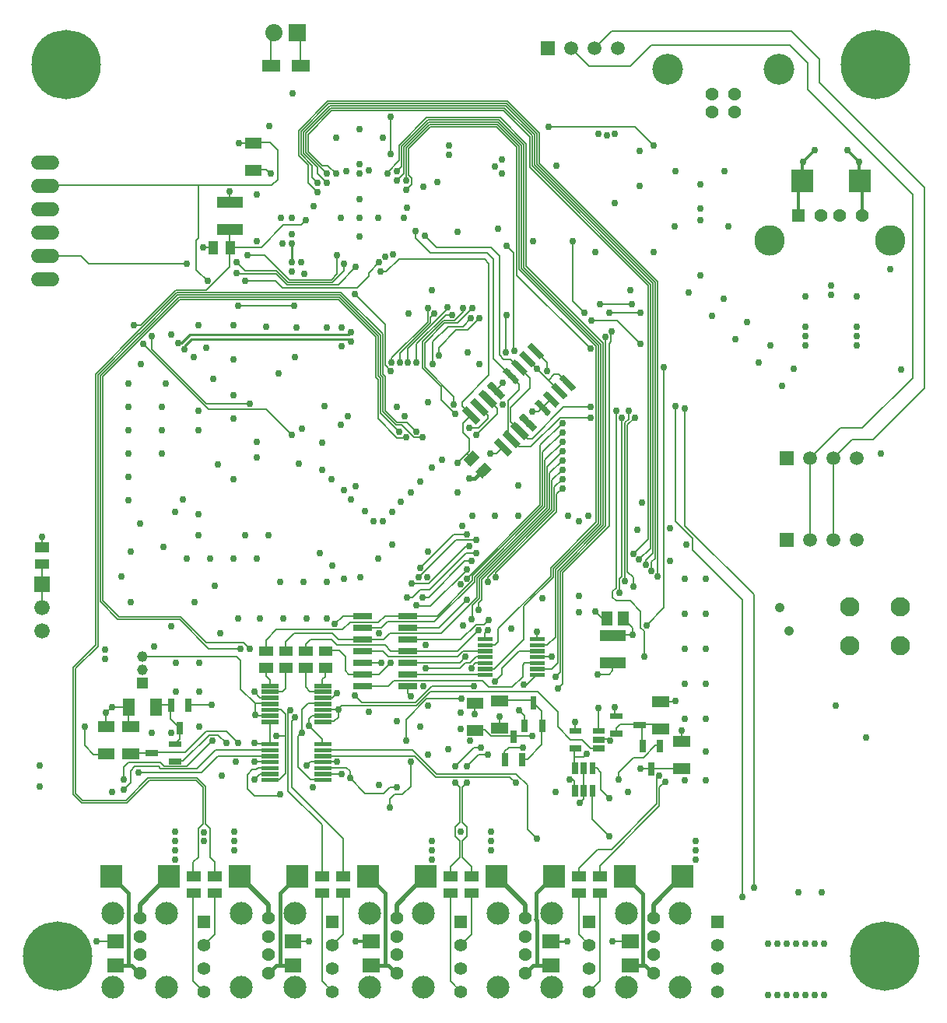
<source format=gbl>
G04 EAGLE Gerber RS-274X export*
G75*
%MOMM*%
%FSLAX34Y34*%
%LPD*%
%INBottom Copper*%
%IPPOS*%
%AMOC8*
5,1,8,0,0,1.08239X$1,22.5*%
G01*
G04 Define Apertures*
%ADD10C,7.550000*%
%ADD11C,1.428000*%
%ADD12C,3.346000*%
%ADD13R,1.500000X1.500000*%
%ADD14C,1.500000*%
%ADD15C,0.046581*%
%ADD16C,0.051000*%
%ADD17C,0.053550*%
%ADD18C,0.045156*%
%ADD19C,2.475000*%
%ADD20R,1.428000X1.428000*%
%ADD21C,3.316000*%
%ADD22C,1.408000*%
%ADD23R,1.408000X1.408000*%
%ADD24C,0.051559*%
%ADD25C,0.047600*%
%ADD26C,0.053234*%
%ADD27R,1.158000X1.158000*%
%ADD28C,1.158000*%
%ADD29C,0.049259*%
%ADD30C,1.524000*%
%ADD31R,1.676400X1.676400*%
%ADD32C,1.676400*%
%ADD33C,0.048119*%
%ADD34C,0.049234*%
%ADD35C,0.071038*%
%ADD36C,0.049600*%
%ADD37C,0.049500*%
%ADD38R,1.875000X1.875000*%
%ADD39C,1.875000*%
%ADD40C,2.100000*%
%ADD41C,0.203200*%
%ADD42C,0.756400*%
%ADD43C,0.152400*%
%ADD44C,0.304800*%
%ADD45C,0.508000*%
%ADD46C,0.260350*%
%ADD47C,0.406400*%
%ADD48C,1.056400*%
%ADD49C,0.254000*%
D10*
X60000Y1020000D03*
X940000Y1020000D03*
X950000Y50000D03*
X50000Y50000D03*
D11*
X787200Y968440D03*
X762200Y968440D03*
X787200Y988440D03*
X762200Y988440D03*
D12*
X834900Y1015540D03*
X714500Y1015540D03*
D13*
X843280Y591820D03*
D14*
X868680Y591820D03*
X894080Y591820D03*
X919480Y591820D03*
D13*
X843280Y502920D03*
D14*
X868680Y502920D03*
X894080Y502920D03*
X919480Y502920D03*
D15*
X254047Y929914D02*
X254047Y941094D01*
X271733Y941094D01*
X271733Y929914D01*
X254047Y929914D01*
X254047Y930357D02*
X271733Y930357D01*
X271733Y930800D02*
X254047Y930800D01*
X254047Y931243D02*
X271733Y931243D01*
X271733Y931686D02*
X254047Y931686D01*
X254047Y932129D02*
X271733Y932129D01*
X271733Y932572D02*
X254047Y932572D01*
X254047Y933015D02*
X271733Y933015D01*
X271733Y933458D02*
X254047Y933458D01*
X254047Y933901D02*
X271733Y933901D01*
X271733Y934344D02*
X254047Y934344D01*
X254047Y934787D02*
X271733Y934787D01*
X271733Y935230D02*
X254047Y935230D01*
X254047Y935673D02*
X271733Y935673D01*
X271733Y936116D02*
X254047Y936116D01*
X254047Y936559D02*
X271733Y936559D01*
X271733Y937002D02*
X254047Y937002D01*
X254047Y937445D02*
X271733Y937445D01*
X271733Y937888D02*
X254047Y937888D01*
X254047Y938331D02*
X271733Y938331D01*
X271733Y938774D02*
X254047Y938774D01*
X254047Y939217D02*
X271733Y939217D01*
X271733Y939660D02*
X254047Y939660D01*
X254047Y940103D02*
X271733Y940103D01*
X271733Y940546D02*
X254047Y940546D01*
X254047Y940989D02*
X271733Y940989D01*
X254047Y911586D02*
X254047Y900406D01*
X254047Y911586D02*
X271733Y911586D01*
X271733Y900406D01*
X254047Y900406D01*
X254047Y900849D02*
X271733Y900849D01*
X271733Y901292D02*
X254047Y901292D01*
X254047Y901735D02*
X271733Y901735D01*
X271733Y902178D02*
X254047Y902178D01*
X254047Y902621D02*
X271733Y902621D01*
X271733Y903064D02*
X254047Y903064D01*
X254047Y903507D02*
X271733Y903507D01*
X271733Y903950D02*
X254047Y903950D01*
X254047Y904393D02*
X271733Y904393D01*
X271733Y904836D02*
X254047Y904836D01*
X254047Y905279D02*
X271733Y905279D01*
X271733Y905722D02*
X254047Y905722D01*
X254047Y906165D02*
X271733Y906165D01*
X271733Y906608D02*
X254047Y906608D01*
X254047Y907051D02*
X271733Y907051D01*
X271733Y907494D02*
X254047Y907494D01*
X254047Y907937D02*
X271733Y907937D01*
X271733Y908380D02*
X254047Y908380D01*
X254047Y908823D02*
X271733Y908823D01*
X271733Y909266D02*
X254047Y909266D01*
X254047Y909709D02*
X271733Y909709D01*
X271733Y910152D02*
X254047Y910152D01*
X254047Y910595D02*
X271733Y910595D01*
X271733Y911038D02*
X254047Y911038D01*
X254047Y911481D02*
X271733Y911481D01*
X94027Y306094D02*
X94027Y294914D01*
X94027Y306094D02*
X111713Y306094D01*
X111713Y294914D01*
X94027Y294914D01*
X94027Y295357D02*
X111713Y295357D01*
X111713Y295800D02*
X94027Y295800D01*
X94027Y296243D02*
X111713Y296243D01*
X111713Y296686D02*
X94027Y296686D01*
X94027Y297129D02*
X111713Y297129D01*
X111713Y297572D02*
X94027Y297572D01*
X94027Y298015D02*
X111713Y298015D01*
X111713Y298458D02*
X94027Y298458D01*
X94027Y298901D02*
X111713Y298901D01*
X111713Y299344D02*
X94027Y299344D01*
X94027Y299787D02*
X111713Y299787D01*
X111713Y300230D02*
X94027Y300230D01*
X94027Y300673D02*
X111713Y300673D01*
X111713Y301116D02*
X94027Y301116D01*
X94027Y301559D02*
X111713Y301559D01*
X111713Y302002D02*
X94027Y302002D01*
X94027Y302445D02*
X111713Y302445D01*
X111713Y302888D02*
X94027Y302888D01*
X94027Y303331D02*
X111713Y303331D01*
X111713Y303774D02*
X94027Y303774D01*
X94027Y304217D02*
X111713Y304217D01*
X111713Y304660D02*
X94027Y304660D01*
X94027Y305103D02*
X111713Y305103D01*
X111713Y305546D02*
X94027Y305546D01*
X94027Y305989D02*
X111713Y305989D01*
X94027Y276586D02*
X94027Y265406D01*
X94027Y276586D02*
X111713Y276586D01*
X111713Y265406D01*
X94027Y265406D01*
X94027Y265849D02*
X111713Y265849D01*
X111713Y266292D02*
X94027Y266292D01*
X94027Y266735D02*
X111713Y266735D01*
X111713Y267178D02*
X94027Y267178D01*
X94027Y267621D02*
X111713Y267621D01*
X111713Y268064D02*
X94027Y268064D01*
X94027Y268507D02*
X111713Y268507D01*
X111713Y268950D02*
X94027Y268950D01*
X94027Y269393D02*
X111713Y269393D01*
X111713Y269836D02*
X94027Y269836D01*
X94027Y270279D02*
X111713Y270279D01*
X111713Y270722D02*
X94027Y270722D01*
X94027Y271165D02*
X111713Y271165D01*
X111713Y271608D02*
X94027Y271608D01*
X94027Y272051D02*
X111713Y272051D01*
X111713Y272494D02*
X94027Y272494D01*
X94027Y272937D02*
X111713Y272937D01*
X111713Y273380D02*
X94027Y273380D01*
X94027Y273823D02*
X111713Y273823D01*
X111713Y274266D02*
X94027Y274266D01*
X94027Y274709D02*
X111713Y274709D01*
X111713Y275152D02*
X94027Y275152D01*
X94027Y275595D02*
X111713Y275595D01*
X111713Y276038D02*
X94027Y276038D01*
X94027Y276481D02*
X111713Y276481D01*
X121896Y312467D02*
X133076Y312467D01*
X121896Y312467D02*
X121896Y330153D01*
X133076Y330153D01*
X133076Y312467D01*
X133076Y312910D02*
X121896Y312910D01*
X121896Y313353D02*
X133076Y313353D01*
X133076Y313796D02*
X121896Y313796D01*
X121896Y314239D02*
X133076Y314239D01*
X133076Y314682D02*
X121896Y314682D01*
X121896Y315125D02*
X133076Y315125D01*
X133076Y315568D02*
X121896Y315568D01*
X121896Y316011D02*
X133076Y316011D01*
X133076Y316454D02*
X121896Y316454D01*
X121896Y316897D02*
X133076Y316897D01*
X133076Y317340D02*
X121896Y317340D01*
X121896Y317783D02*
X133076Y317783D01*
X133076Y318226D02*
X121896Y318226D01*
X121896Y318669D02*
X133076Y318669D01*
X133076Y319112D02*
X121896Y319112D01*
X121896Y319555D02*
X133076Y319555D01*
X133076Y319998D02*
X121896Y319998D01*
X121896Y320441D02*
X133076Y320441D01*
X133076Y320884D02*
X121896Y320884D01*
X121896Y321327D02*
X133076Y321327D01*
X133076Y321770D02*
X121896Y321770D01*
X121896Y322213D02*
X133076Y322213D01*
X133076Y322656D02*
X121896Y322656D01*
X121896Y323099D02*
X133076Y323099D01*
X133076Y323542D02*
X121896Y323542D01*
X121896Y323985D02*
X133076Y323985D01*
X133076Y324428D02*
X121896Y324428D01*
X121896Y324871D02*
X133076Y324871D01*
X133076Y325314D02*
X121896Y325314D01*
X121896Y325757D02*
X133076Y325757D01*
X133076Y326200D02*
X121896Y326200D01*
X121896Y326643D02*
X133076Y326643D01*
X133076Y327086D02*
X121896Y327086D01*
X121896Y327529D02*
X133076Y327529D01*
X133076Y327972D02*
X121896Y327972D01*
X121896Y328415D02*
X133076Y328415D01*
X133076Y328858D02*
X121896Y328858D01*
X121896Y329301D02*
X133076Y329301D01*
X133076Y329744D02*
X121896Y329744D01*
X151404Y312467D02*
X162584Y312467D01*
X151404Y312467D02*
X151404Y330153D01*
X162584Y330153D01*
X162584Y312467D01*
X162584Y312910D02*
X151404Y312910D01*
X151404Y313353D02*
X162584Y313353D01*
X162584Y313796D02*
X151404Y313796D01*
X151404Y314239D02*
X162584Y314239D01*
X162584Y314682D02*
X151404Y314682D01*
X151404Y315125D02*
X162584Y315125D01*
X162584Y315568D02*
X151404Y315568D01*
X151404Y316011D02*
X162584Y316011D01*
X162584Y316454D02*
X151404Y316454D01*
X151404Y316897D02*
X162584Y316897D01*
X162584Y317340D02*
X151404Y317340D01*
X151404Y317783D02*
X162584Y317783D01*
X162584Y318226D02*
X151404Y318226D01*
X151404Y318669D02*
X162584Y318669D01*
X162584Y319112D02*
X151404Y319112D01*
X151404Y319555D02*
X162584Y319555D01*
X162584Y319998D02*
X151404Y319998D01*
X151404Y320441D02*
X162584Y320441D01*
X162584Y320884D02*
X151404Y320884D01*
X151404Y321327D02*
X162584Y321327D01*
X162584Y321770D02*
X151404Y321770D01*
X151404Y322213D02*
X162584Y322213D01*
X162584Y322656D02*
X151404Y322656D01*
X151404Y323099D02*
X162584Y323099D01*
X162584Y323542D02*
X151404Y323542D01*
X151404Y323985D02*
X162584Y323985D01*
X162584Y324428D02*
X151404Y324428D01*
X151404Y324871D02*
X162584Y324871D01*
X162584Y325314D02*
X151404Y325314D01*
X151404Y325757D02*
X162584Y325757D01*
X162584Y326200D02*
X151404Y326200D01*
X151404Y326643D02*
X162584Y326643D01*
X162584Y327086D02*
X151404Y327086D01*
X151404Y327529D02*
X162584Y327529D01*
X162584Y327972D02*
X151404Y327972D01*
X151404Y328415D02*
X162584Y328415D01*
X162584Y328858D02*
X151404Y328858D01*
X151404Y329301D02*
X162584Y329301D01*
X162584Y329744D02*
X151404Y329744D01*
X120697Y306094D02*
X120697Y294914D01*
X120697Y306094D02*
X138383Y306094D01*
X138383Y294914D01*
X120697Y294914D01*
X120697Y295357D02*
X138383Y295357D01*
X138383Y295800D02*
X120697Y295800D01*
X120697Y296243D02*
X138383Y296243D01*
X138383Y296686D02*
X120697Y296686D01*
X120697Y297129D02*
X138383Y297129D01*
X138383Y297572D02*
X120697Y297572D01*
X120697Y298015D02*
X138383Y298015D01*
X138383Y298458D02*
X120697Y298458D01*
X120697Y298901D02*
X138383Y298901D01*
X138383Y299344D02*
X120697Y299344D01*
X120697Y299787D02*
X138383Y299787D01*
X138383Y300230D02*
X120697Y300230D01*
X120697Y300673D02*
X138383Y300673D01*
X138383Y301116D02*
X120697Y301116D01*
X120697Y301559D02*
X138383Y301559D01*
X138383Y302002D02*
X120697Y302002D01*
X120697Y302445D02*
X138383Y302445D01*
X138383Y302888D02*
X120697Y302888D01*
X120697Y303331D02*
X138383Y303331D01*
X138383Y303774D02*
X120697Y303774D01*
X120697Y304217D02*
X138383Y304217D01*
X138383Y304660D02*
X120697Y304660D01*
X120697Y305103D02*
X138383Y305103D01*
X138383Y305546D02*
X120697Y305546D01*
X120697Y305989D02*
X138383Y305989D01*
X120697Y276586D02*
X120697Y265406D01*
X120697Y276586D02*
X138383Y276586D01*
X138383Y265406D01*
X120697Y265406D01*
X120697Y265849D02*
X138383Y265849D01*
X138383Y266292D02*
X120697Y266292D01*
X120697Y266735D02*
X138383Y266735D01*
X138383Y267178D02*
X120697Y267178D01*
X120697Y267621D02*
X138383Y267621D01*
X138383Y268064D02*
X120697Y268064D01*
X120697Y268507D02*
X138383Y268507D01*
X138383Y268950D02*
X120697Y268950D01*
X120697Y269393D02*
X138383Y269393D01*
X138383Y269836D02*
X120697Y269836D01*
X120697Y270279D02*
X138383Y270279D01*
X138383Y270722D02*
X120697Y270722D01*
X120697Y271165D02*
X138383Y271165D01*
X138383Y271608D02*
X120697Y271608D01*
X120697Y272051D02*
X138383Y272051D01*
X138383Y272494D02*
X120697Y272494D01*
X120697Y272937D02*
X138383Y272937D01*
X138383Y273380D02*
X120697Y273380D01*
X120697Y273823D02*
X138383Y273823D01*
X138383Y274266D02*
X120697Y274266D01*
X120697Y274709D02*
X138383Y274709D01*
X138383Y275152D02*
X120697Y275152D01*
X120697Y275595D02*
X138383Y275595D01*
X138383Y276038D02*
X120697Y276038D01*
X120697Y276481D02*
X138383Y276481D01*
X539703Y293346D02*
X539703Y304526D01*
X539703Y293346D02*
X522017Y293346D01*
X522017Y304526D01*
X539703Y304526D01*
X539703Y293789D02*
X522017Y293789D01*
X522017Y294232D02*
X539703Y294232D01*
X539703Y294675D02*
X522017Y294675D01*
X522017Y295118D02*
X539703Y295118D01*
X539703Y295561D02*
X522017Y295561D01*
X522017Y296004D02*
X539703Y296004D01*
X539703Y296447D02*
X522017Y296447D01*
X522017Y296890D02*
X539703Y296890D01*
X539703Y297333D02*
X522017Y297333D01*
X522017Y297776D02*
X539703Y297776D01*
X539703Y298219D02*
X522017Y298219D01*
X522017Y298662D02*
X539703Y298662D01*
X539703Y299105D02*
X522017Y299105D01*
X522017Y299548D02*
X539703Y299548D01*
X539703Y299991D02*
X522017Y299991D01*
X522017Y300434D02*
X539703Y300434D01*
X539703Y300877D02*
X522017Y300877D01*
X522017Y301320D02*
X539703Y301320D01*
X539703Y301763D02*
X522017Y301763D01*
X522017Y302206D02*
X539703Y302206D01*
X539703Y302649D02*
X522017Y302649D01*
X522017Y303092D02*
X539703Y303092D01*
X539703Y303535D02*
X522017Y303535D01*
X522017Y303978D02*
X539703Y303978D01*
X539703Y304421D02*
X522017Y304421D01*
X539703Y322854D02*
X539703Y334034D01*
X539703Y322854D02*
X522017Y322854D01*
X522017Y334034D01*
X539703Y334034D01*
X539703Y323297D02*
X522017Y323297D01*
X522017Y323740D02*
X539703Y323740D01*
X539703Y324183D02*
X522017Y324183D01*
X522017Y324626D02*
X539703Y324626D01*
X539703Y325069D02*
X522017Y325069D01*
X522017Y325512D02*
X539703Y325512D01*
X539703Y325955D02*
X522017Y325955D01*
X522017Y326398D02*
X539703Y326398D01*
X539703Y326841D02*
X522017Y326841D01*
X522017Y327284D02*
X539703Y327284D01*
X539703Y327727D02*
X522017Y327727D01*
X522017Y328170D02*
X539703Y328170D01*
X539703Y328613D02*
X522017Y328613D01*
X522017Y329056D02*
X539703Y329056D01*
X539703Y329499D02*
X522017Y329499D01*
X522017Y329942D02*
X539703Y329942D01*
X539703Y330385D02*
X522017Y330385D01*
X522017Y330828D02*
X539703Y330828D01*
X539703Y331271D02*
X522017Y331271D01*
X522017Y331714D02*
X539703Y331714D01*
X539703Y332157D02*
X522017Y332157D01*
X522017Y332600D02*
X539703Y332600D01*
X539703Y333043D02*
X522017Y333043D01*
X522017Y333486D02*
X539703Y333486D01*
X539703Y333929D02*
X522017Y333929D01*
X495347Y331494D02*
X495347Y320314D01*
X495347Y331494D02*
X513033Y331494D01*
X513033Y320314D01*
X495347Y320314D01*
X495347Y320757D02*
X513033Y320757D01*
X513033Y321200D02*
X495347Y321200D01*
X495347Y321643D02*
X513033Y321643D01*
X513033Y322086D02*
X495347Y322086D01*
X495347Y322529D02*
X513033Y322529D01*
X513033Y322972D02*
X495347Y322972D01*
X495347Y323415D02*
X513033Y323415D01*
X513033Y323858D02*
X495347Y323858D01*
X495347Y324301D02*
X513033Y324301D01*
X513033Y324744D02*
X495347Y324744D01*
X495347Y325187D02*
X513033Y325187D01*
X513033Y325630D02*
X495347Y325630D01*
X495347Y326073D02*
X513033Y326073D01*
X513033Y326516D02*
X495347Y326516D01*
X495347Y326959D02*
X513033Y326959D01*
X513033Y327402D02*
X495347Y327402D01*
X495347Y327845D02*
X513033Y327845D01*
X513033Y328288D02*
X495347Y328288D01*
X495347Y328731D02*
X513033Y328731D01*
X513033Y329174D02*
X495347Y329174D01*
X495347Y329617D02*
X513033Y329617D01*
X513033Y330060D02*
X495347Y330060D01*
X495347Y330503D02*
X513033Y330503D01*
X513033Y330946D02*
X495347Y330946D01*
X495347Y331389D02*
X513033Y331389D01*
X495347Y301986D02*
X495347Y290806D01*
X495347Y301986D02*
X513033Y301986D01*
X513033Y290806D01*
X495347Y290806D01*
X495347Y291249D02*
X513033Y291249D01*
X513033Y291692D02*
X495347Y291692D01*
X495347Y292135D02*
X513033Y292135D01*
X513033Y292578D02*
X495347Y292578D01*
X495347Y293021D02*
X513033Y293021D01*
X513033Y293464D02*
X495347Y293464D01*
X495347Y293907D02*
X513033Y293907D01*
X513033Y294350D02*
X495347Y294350D01*
X495347Y294793D02*
X513033Y294793D01*
X513033Y295236D02*
X495347Y295236D01*
X495347Y295679D02*
X513033Y295679D01*
X513033Y296122D02*
X495347Y296122D01*
X495347Y296565D02*
X513033Y296565D01*
X513033Y297008D02*
X495347Y297008D01*
X495347Y297451D02*
X513033Y297451D01*
X513033Y297894D02*
X495347Y297894D01*
X495347Y298337D02*
X513033Y298337D01*
X513033Y298780D02*
X495347Y298780D01*
X495347Y299223D02*
X513033Y299223D01*
X513033Y299666D02*
X495347Y299666D01*
X495347Y300109D02*
X513033Y300109D01*
X513033Y300552D02*
X495347Y300552D01*
X495347Y300995D02*
X513033Y300995D01*
X513033Y301438D02*
X495347Y301438D01*
X495347Y301881D02*
X513033Y301881D01*
X697277Y321584D02*
X697277Y332764D01*
X714963Y332764D01*
X714963Y321584D01*
X697277Y321584D01*
X697277Y322027D02*
X714963Y322027D01*
X714963Y322470D02*
X697277Y322470D01*
X697277Y322913D02*
X714963Y322913D01*
X714963Y323356D02*
X697277Y323356D01*
X697277Y323799D02*
X714963Y323799D01*
X714963Y324242D02*
X697277Y324242D01*
X697277Y324685D02*
X714963Y324685D01*
X714963Y325128D02*
X697277Y325128D01*
X697277Y325571D02*
X714963Y325571D01*
X714963Y326014D02*
X697277Y326014D01*
X697277Y326457D02*
X714963Y326457D01*
X714963Y326900D02*
X697277Y326900D01*
X697277Y327343D02*
X714963Y327343D01*
X714963Y327786D02*
X697277Y327786D01*
X697277Y328229D02*
X714963Y328229D01*
X714963Y328672D02*
X697277Y328672D01*
X697277Y329115D02*
X714963Y329115D01*
X714963Y329558D02*
X697277Y329558D01*
X697277Y330001D02*
X714963Y330001D01*
X714963Y330444D02*
X697277Y330444D01*
X697277Y330887D02*
X714963Y330887D01*
X714963Y331330D02*
X697277Y331330D01*
X697277Y331773D02*
X714963Y331773D01*
X714963Y332216D02*
X697277Y332216D01*
X697277Y332659D02*
X714963Y332659D01*
X697277Y303256D02*
X697277Y292076D01*
X697277Y303256D02*
X714963Y303256D01*
X714963Y292076D01*
X697277Y292076D01*
X697277Y292519D02*
X714963Y292519D01*
X714963Y292962D02*
X697277Y292962D01*
X697277Y293405D02*
X714963Y293405D01*
X714963Y293848D02*
X697277Y293848D01*
X697277Y294291D02*
X714963Y294291D01*
X714963Y294734D02*
X697277Y294734D01*
X697277Y295177D02*
X714963Y295177D01*
X714963Y295620D02*
X697277Y295620D01*
X697277Y296063D02*
X714963Y296063D01*
X714963Y296506D02*
X697277Y296506D01*
X697277Y296949D02*
X714963Y296949D01*
X714963Y297392D02*
X697277Y297392D01*
X697277Y297835D02*
X714963Y297835D01*
X714963Y298278D02*
X697277Y298278D01*
X697277Y298721D02*
X714963Y298721D01*
X714963Y299164D02*
X697277Y299164D01*
X697277Y299607D02*
X714963Y299607D01*
X714963Y300050D02*
X697277Y300050D01*
X697277Y300493D02*
X714963Y300493D01*
X714963Y300936D02*
X697277Y300936D01*
X697277Y301379D02*
X714963Y301379D01*
X714963Y301822D02*
X697277Y301822D01*
X697277Y302265D02*
X714963Y302265D01*
X714963Y302708D02*
X697277Y302708D01*
X697277Y303151D02*
X714963Y303151D01*
X720137Y289584D02*
X720137Y278404D01*
X720137Y289584D02*
X737823Y289584D01*
X737823Y278404D01*
X720137Y278404D01*
X720137Y278847D02*
X737823Y278847D01*
X737823Y279290D02*
X720137Y279290D01*
X720137Y279733D02*
X737823Y279733D01*
X737823Y280176D02*
X720137Y280176D01*
X720137Y280619D02*
X737823Y280619D01*
X737823Y281062D02*
X720137Y281062D01*
X720137Y281505D02*
X737823Y281505D01*
X737823Y281948D02*
X720137Y281948D01*
X720137Y282391D02*
X737823Y282391D01*
X737823Y282834D02*
X720137Y282834D01*
X720137Y283277D02*
X737823Y283277D01*
X737823Y283720D02*
X720137Y283720D01*
X720137Y284163D02*
X737823Y284163D01*
X737823Y284606D02*
X720137Y284606D01*
X720137Y285049D02*
X737823Y285049D01*
X737823Y285492D02*
X720137Y285492D01*
X720137Y285935D02*
X737823Y285935D01*
X737823Y286378D02*
X720137Y286378D01*
X720137Y286821D02*
X737823Y286821D01*
X737823Y287264D02*
X720137Y287264D01*
X720137Y287707D02*
X737823Y287707D01*
X737823Y288150D02*
X720137Y288150D01*
X720137Y288593D02*
X737823Y288593D01*
X737823Y289036D02*
X720137Y289036D01*
X720137Y289479D02*
X737823Y289479D01*
X720137Y260076D02*
X720137Y248896D01*
X720137Y260076D02*
X737823Y260076D01*
X737823Y248896D01*
X720137Y248896D01*
X720137Y249339D02*
X737823Y249339D01*
X737823Y249782D02*
X720137Y249782D01*
X720137Y250225D02*
X737823Y250225D01*
X737823Y250668D02*
X720137Y250668D01*
X720137Y251111D02*
X737823Y251111D01*
X737823Y251554D02*
X720137Y251554D01*
X720137Y251997D02*
X737823Y251997D01*
X737823Y252440D02*
X720137Y252440D01*
X720137Y252883D02*
X737823Y252883D01*
X737823Y253326D02*
X720137Y253326D01*
X720137Y253769D02*
X737823Y253769D01*
X737823Y254212D02*
X720137Y254212D01*
X720137Y254655D02*
X737823Y254655D01*
X737823Y255098D02*
X720137Y255098D01*
X720137Y255541D02*
X737823Y255541D01*
X737823Y255984D02*
X720137Y255984D01*
X720137Y256427D02*
X737823Y256427D01*
X737823Y256870D02*
X720137Y256870D01*
X720137Y257313D02*
X737823Y257313D01*
X737823Y257756D02*
X720137Y257756D01*
X720137Y258199D02*
X737823Y258199D01*
X737823Y258642D02*
X720137Y258642D01*
X720137Y259085D02*
X737823Y259085D01*
X737823Y259528D02*
X720137Y259528D01*
X720137Y259971D02*
X737823Y259971D01*
D16*
X289907Y240250D02*
X272417Y240250D01*
X272417Y243990D01*
X289907Y243990D01*
X289907Y240250D01*
X289907Y240734D02*
X272417Y240734D01*
X272417Y241218D02*
X289907Y241218D01*
X289907Y241702D02*
X272417Y241702D01*
X272417Y242186D02*
X289907Y242186D01*
X289907Y242670D02*
X272417Y242670D01*
X272417Y243154D02*
X289907Y243154D01*
X289907Y243638D02*
X272417Y243638D01*
X272417Y246750D02*
X289907Y246750D01*
X272417Y246750D02*
X272417Y250490D01*
X289907Y250490D01*
X289907Y246750D01*
X289907Y247234D02*
X272417Y247234D01*
X272417Y247718D02*
X289907Y247718D01*
X289907Y248202D02*
X272417Y248202D01*
X272417Y248686D02*
X289907Y248686D01*
X289907Y249170D02*
X272417Y249170D01*
X272417Y249654D02*
X289907Y249654D01*
X289907Y250138D02*
X272417Y250138D01*
X272417Y253250D02*
X289907Y253250D01*
X272417Y253250D02*
X272417Y256990D01*
X289907Y256990D01*
X289907Y253250D01*
X289907Y253734D02*
X272417Y253734D01*
X272417Y254218D02*
X289907Y254218D01*
X289907Y254702D02*
X272417Y254702D01*
X272417Y255186D02*
X289907Y255186D01*
X289907Y255670D02*
X272417Y255670D01*
X272417Y256154D02*
X289907Y256154D01*
X289907Y256638D02*
X272417Y256638D01*
X272417Y259750D02*
X289907Y259750D01*
X272417Y259750D02*
X272417Y263490D01*
X289907Y263490D01*
X289907Y259750D01*
X289907Y260234D02*
X272417Y260234D01*
X272417Y260718D02*
X289907Y260718D01*
X289907Y261202D02*
X272417Y261202D01*
X272417Y261686D02*
X289907Y261686D01*
X289907Y262170D02*
X272417Y262170D01*
X272417Y262654D02*
X289907Y262654D01*
X289907Y263138D02*
X272417Y263138D01*
X272417Y266250D02*
X289907Y266250D01*
X272417Y266250D02*
X272417Y269990D01*
X289907Y269990D01*
X289907Y266250D01*
X289907Y266734D02*
X272417Y266734D01*
X272417Y267218D02*
X289907Y267218D01*
X289907Y267702D02*
X272417Y267702D01*
X272417Y268186D02*
X289907Y268186D01*
X289907Y268670D02*
X272417Y268670D01*
X272417Y269154D02*
X289907Y269154D01*
X289907Y269638D02*
X272417Y269638D01*
X272417Y272750D02*
X289907Y272750D01*
X272417Y272750D02*
X272417Y276490D01*
X289907Y276490D01*
X289907Y272750D01*
X289907Y273234D02*
X272417Y273234D01*
X272417Y273718D02*
X289907Y273718D01*
X289907Y274202D02*
X272417Y274202D01*
X272417Y274686D02*
X289907Y274686D01*
X289907Y275170D02*
X272417Y275170D01*
X272417Y275654D02*
X289907Y275654D01*
X289907Y276138D02*
X272417Y276138D01*
X272417Y279250D02*
X289907Y279250D01*
X272417Y279250D02*
X272417Y282990D01*
X289907Y282990D01*
X289907Y279250D01*
X289907Y279734D02*
X272417Y279734D01*
X272417Y280218D02*
X289907Y280218D01*
X289907Y280702D02*
X272417Y280702D01*
X272417Y281186D02*
X289907Y281186D01*
X289907Y281670D02*
X272417Y281670D01*
X272417Y282154D02*
X289907Y282154D01*
X289907Y282638D02*
X272417Y282638D01*
X329853Y279250D02*
X347343Y279250D01*
X329853Y279250D02*
X329853Y282990D01*
X347343Y282990D01*
X347343Y279250D01*
X347343Y279734D02*
X329853Y279734D01*
X329853Y280218D02*
X347343Y280218D01*
X347343Y280702D02*
X329853Y280702D01*
X329853Y281186D02*
X347343Y281186D01*
X347343Y281670D02*
X329853Y281670D01*
X329853Y282154D02*
X347343Y282154D01*
X347343Y282638D02*
X329853Y282638D01*
X329853Y272750D02*
X347343Y272750D01*
X329853Y272750D02*
X329853Y276490D01*
X347343Y276490D01*
X347343Y272750D01*
X347343Y273234D02*
X329853Y273234D01*
X329853Y273718D02*
X347343Y273718D01*
X347343Y274202D02*
X329853Y274202D01*
X329853Y274686D02*
X347343Y274686D01*
X347343Y275170D02*
X329853Y275170D01*
X329853Y275654D02*
X347343Y275654D01*
X347343Y276138D02*
X329853Y276138D01*
X329853Y266250D02*
X347343Y266250D01*
X329853Y266250D02*
X329853Y269990D01*
X347343Y269990D01*
X347343Y266250D01*
X347343Y266734D02*
X329853Y266734D01*
X329853Y267218D02*
X347343Y267218D01*
X347343Y267702D02*
X329853Y267702D01*
X329853Y268186D02*
X347343Y268186D01*
X347343Y268670D02*
X329853Y268670D01*
X329853Y269154D02*
X347343Y269154D01*
X347343Y269638D02*
X329853Y269638D01*
X329853Y259750D02*
X347343Y259750D01*
X329853Y259750D02*
X329853Y263490D01*
X347343Y263490D01*
X347343Y259750D01*
X347343Y260234D02*
X329853Y260234D01*
X329853Y260718D02*
X347343Y260718D01*
X347343Y261202D02*
X329853Y261202D01*
X329853Y261686D02*
X347343Y261686D01*
X347343Y262170D02*
X329853Y262170D01*
X329853Y262654D02*
X347343Y262654D01*
X347343Y263138D02*
X329853Y263138D01*
X329853Y253250D02*
X347343Y253250D01*
X329853Y253250D02*
X329853Y256990D01*
X347343Y256990D01*
X347343Y253250D01*
X347343Y253734D02*
X329853Y253734D01*
X329853Y254218D02*
X347343Y254218D01*
X347343Y254702D02*
X329853Y254702D01*
X329853Y255186D02*
X347343Y255186D01*
X347343Y255670D02*
X329853Y255670D01*
X329853Y256154D02*
X347343Y256154D01*
X347343Y256638D02*
X329853Y256638D01*
X329853Y246750D02*
X347343Y246750D01*
X329853Y246750D02*
X329853Y250490D01*
X347343Y250490D01*
X347343Y246750D01*
X347343Y247234D02*
X329853Y247234D01*
X329853Y247718D02*
X347343Y247718D01*
X347343Y248202D02*
X329853Y248202D01*
X329853Y248686D02*
X347343Y248686D01*
X347343Y249170D02*
X329853Y249170D01*
X329853Y249654D02*
X347343Y249654D01*
X347343Y250138D02*
X329853Y250138D01*
X329853Y240250D02*
X347343Y240250D01*
X329853Y240250D02*
X329853Y243990D01*
X347343Y243990D01*
X347343Y240250D01*
X347343Y240734D02*
X329853Y240734D01*
X329853Y241218D02*
X347343Y241218D01*
X347343Y241702D02*
X329853Y241702D01*
X329853Y242186D02*
X347343Y242186D01*
X347343Y242670D02*
X329853Y242670D01*
X329853Y243154D02*
X347343Y243154D01*
X347343Y243638D02*
X329853Y243638D01*
D17*
X610093Y248817D02*
X610093Y260885D01*
X615507Y260885D01*
X615507Y248817D01*
X610093Y248817D01*
X610093Y249326D02*
X615507Y249326D01*
X615507Y249835D02*
X610093Y249835D01*
X610093Y250344D02*
X615507Y250344D01*
X615507Y250853D02*
X610093Y250853D01*
X610093Y251362D02*
X615507Y251362D01*
X615507Y251871D02*
X610093Y251871D01*
X610093Y252380D02*
X615507Y252380D01*
X615507Y252889D02*
X610093Y252889D01*
X610093Y253398D02*
X615507Y253398D01*
X615507Y253907D02*
X610093Y253907D01*
X610093Y254416D02*
X615507Y254416D01*
X615507Y254925D02*
X610093Y254925D01*
X610093Y255434D02*
X615507Y255434D01*
X615507Y255943D02*
X610093Y255943D01*
X610093Y256452D02*
X615507Y256452D01*
X615507Y256961D02*
X610093Y256961D01*
X610093Y257470D02*
X615507Y257470D01*
X615507Y257979D02*
X610093Y257979D01*
X610093Y258488D02*
X615507Y258488D01*
X615507Y258997D02*
X610093Y258997D01*
X610093Y259506D02*
X615507Y259506D01*
X615507Y260015D02*
X610093Y260015D01*
X610093Y260524D02*
X615507Y260524D01*
X619593Y260885D02*
X619593Y248817D01*
X619593Y260885D02*
X625007Y260885D01*
X625007Y248817D01*
X619593Y248817D01*
X619593Y249326D02*
X625007Y249326D01*
X625007Y249835D02*
X619593Y249835D01*
X619593Y250344D02*
X625007Y250344D01*
X625007Y250853D02*
X619593Y250853D01*
X619593Y251362D02*
X625007Y251362D01*
X625007Y251871D02*
X619593Y251871D01*
X619593Y252380D02*
X625007Y252380D01*
X625007Y252889D02*
X619593Y252889D01*
X619593Y253398D02*
X625007Y253398D01*
X625007Y253907D02*
X619593Y253907D01*
X619593Y254416D02*
X625007Y254416D01*
X625007Y254925D02*
X619593Y254925D01*
X619593Y255434D02*
X625007Y255434D01*
X625007Y255943D02*
X619593Y255943D01*
X619593Y256452D02*
X625007Y256452D01*
X625007Y256961D02*
X619593Y256961D01*
X619593Y257470D02*
X625007Y257470D01*
X625007Y257979D02*
X619593Y257979D01*
X619593Y258488D02*
X625007Y258488D01*
X625007Y258997D02*
X619593Y258997D01*
X619593Y259506D02*
X625007Y259506D01*
X625007Y260015D02*
X619593Y260015D01*
X619593Y260524D02*
X625007Y260524D01*
X629093Y260885D02*
X629093Y248817D01*
X629093Y260885D02*
X634507Y260885D01*
X634507Y248817D01*
X629093Y248817D01*
X629093Y249326D02*
X634507Y249326D01*
X634507Y249835D02*
X629093Y249835D01*
X629093Y250344D02*
X634507Y250344D01*
X634507Y250853D02*
X629093Y250853D01*
X629093Y251362D02*
X634507Y251362D01*
X634507Y251871D02*
X629093Y251871D01*
X629093Y252380D02*
X634507Y252380D01*
X634507Y252889D02*
X629093Y252889D01*
X629093Y253398D02*
X634507Y253398D01*
X634507Y253907D02*
X629093Y253907D01*
X629093Y254416D02*
X634507Y254416D01*
X634507Y254925D02*
X629093Y254925D01*
X629093Y255434D02*
X634507Y255434D01*
X634507Y255943D02*
X629093Y255943D01*
X629093Y256452D02*
X634507Y256452D01*
X634507Y256961D02*
X629093Y256961D01*
X629093Y257470D02*
X634507Y257470D01*
X634507Y257979D02*
X629093Y257979D01*
X629093Y258488D02*
X634507Y258488D01*
X634507Y258997D02*
X629093Y258997D01*
X629093Y259506D02*
X634507Y259506D01*
X634507Y260015D02*
X629093Y260015D01*
X629093Y260524D02*
X634507Y260524D01*
X629093Y236323D02*
X629093Y224255D01*
X629093Y236323D02*
X634507Y236323D01*
X634507Y224255D01*
X629093Y224255D01*
X629093Y224764D02*
X634507Y224764D01*
X634507Y225273D02*
X629093Y225273D01*
X629093Y225782D02*
X634507Y225782D01*
X634507Y226291D02*
X629093Y226291D01*
X629093Y226800D02*
X634507Y226800D01*
X634507Y227309D02*
X629093Y227309D01*
X629093Y227818D02*
X634507Y227818D01*
X634507Y228327D02*
X629093Y228327D01*
X629093Y228836D02*
X634507Y228836D01*
X634507Y229345D02*
X629093Y229345D01*
X629093Y229854D02*
X634507Y229854D01*
X634507Y230363D02*
X629093Y230363D01*
X629093Y230872D02*
X634507Y230872D01*
X634507Y231381D02*
X629093Y231381D01*
X629093Y231890D02*
X634507Y231890D01*
X634507Y232399D02*
X629093Y232399D01*
X629093Y232908D02*
X634507Y232908D01*
X634507Y233417D02*
X629093Y233417D01*
X629093Y233926D02*
X634507Y233926D01*
X634507Y234435D02*
X629093Y234435D01*
X629093Y234944D02*
X634507Y234944D01*
X634507Y235453D02*
X629093Y235453D01*
X629093Y235962D02*
X634507Y235962D01*
X619593Y236323D02*
X619593Y224255D01*
X619593Y236323D02*
X625007Y236323D01*
X625007Y224255D01*
X619593Y224255D01*
X619593Y224764D02*
X625007Y224764D01*
X625007Y225273D02*
X619593Y225273D01*
X619593Y225782D02*
X625007Y225782D01*
X625007Y226291D02*
X619593Y226291D01*
X619593Y226800D02*
X625007Y226800D01*
X625007Y227309D02*
X619593Y227309D01*
X619593Y227818D02*
X625007Y227818D01*
X625007Y228327D02*
X619593Y228327D01*
X619593Y228836D02*
X625007Y228836D01*
X625007Y229345D02*
X619593Y229345D01*
X619593Y229854D02*
X625007Y229854D01*
X625007Y230363D02*
X619593Y230363D01*
X619593Y230872D02*
X625007Y230872D01*
X625007Y231381D02*
X619593Y231381D01*
X619593Y231890D02*
X625007Y231890D01*
X625007Y232399D02*
X619593Y232399D01*
X619593Y232908D02*
X625007Y232908D01*
X625007Y233417D02*
X619593Y233417D01*
X619593Y233926D02*
X625007Y233926D01*
X625007Y234435D02*
X619593Y234435D01*
X619593Y234944D02*
X625007Y234944D01*
X625007Y235453D02*
X619593Y235453D01*
X619593Y235962D02*
X625007Y235962D01*
X610093Y236323D02*
X610093Y224255D01*
X610093Y236323D02*
X615507Y236323D01*
X615507Y224255D01*
X610093Y224255D01*
X610093Y224764D02*
X615507Y224764D01*
X615507Y225273D02*
X610093Y225273D01*
X610093Y225782D02*
X615507Y225782D01*
X615507Y226291D02*
X610093Y226291D01*
X610093Y226800D02*
X615507Y226800D01*
X615507Y227309D02*
X610093Y227309D01*
X610093Y227818D02*
X615507Y227818D01*
X615507Y228327D02*
X610093Y228327D01*
X610093Y228836D02*
X615507Y228836D01*
X615507Y229345D02*
X610093Y229345D01*
X610093Y229854D02*
X615507Y229854D01*
X615507Y230363D02*
X610093Y230363D01*
X610093Y230872D02*
X615507Y230872D01*
X615507Y231381D02*
X610093Y231381D01*
X610093Y231890D02*
X615507Y231890D01*
X615507Y232399D02*
X610093Y232399D01*
X610093Y232908D02*
X615507Y232908D01*
X615507Y233417D02*
X610093Y233417D01*
X610093Y233926D02*
X615507Y233926D01*
X615507Y234435D02*
X610093Y234435D01*
X610093Y234944D02*
X615507Y234944D01*
X615507Y235453D02*
X610093Y235453D01*
X610093Y235962D02*
X615507Y235962D01*
D15*
X250833Y835636D02*
X250833Y846816D01*
X250833Y835636D02*
X224147Y835636D01*
X224147Y846816D01*
X250833Y846816D01*
X250833Y836079D02*
X224147Y836079D01*
X224147Y836522D02*
X250833Y836522D01*
X250833Y836965D02*
X224147Y836965D01*
X224147Y837408D02*
X250833Y837408D01*
X250833Y837851D02*
X224147Y837851D01*
X224147Y838294D02*
X250833Y838294D01*
X250833Y838737D02*
X224147Y838737D01*
X224147Y839180D02*
X250833Y839180D01*
X250833Y839623D02*
X224147Y839623D01*
X224147Y840066D02*
X250833Y840066D01*
X250833Y840509D02*
X224147Y840509D01*
X224147Y840952D02*
X250833Y840952D01*
X250833Y841395D02*
X224147Y841395D01*
X224147Y841838D02*
X250833Y841838D01*
X250833Y842281D02*
X224147Y842281D01*
X224147Y842724D02*
X250833Y842724D01*
X250833Y843167D02*
X224147Y843167D01*
X224147Y843610D02*
X250833Y843610D01*
X250833Y844053D02*
X224147Y844053D01*
X224147Y844496D02*
X250833Y844496D01*
X250833Y844939D02*
X224147Y844939D01*
X224147Y845382D02*
X250833Y845382D01*
X250833Y845825D02*
X224147Y845825D01*
X224147Y846268D02*
X250833Y846268D01*
X250833Y846711D02*
X224147Y846711D01*
X250833Y865144D02*
X250833Y876324D01*
X250833Y865144D02*
X224147Y865144D01*
X224147Y876324D01*
X250833Y876324D01*
X250833Y865587D02*
X224147Y865587D01*
X224147Y866030D02*
X250833Y866030D01*
X250833Y866473D02*
X224147Y866473D01*
X224147Y866916D02*
X250833Y866916D01*
X250833Y867359D02*
X224147Y867359D01*
X224147Y867802D02*
X250833Y867802D01*
X250833Y868245D02*
X224147Y868245D01*
X224147Y868688D02*
X250833Y868688D01*
X250833Y869131D02*
X224147Y869131D01*
X224147Y869574D02*
X250833Y869574D01*
X250833Y870017D02*
X224147Y870017D01*
X224147Y870460D02*
X250833Y870460D01*
X250833Y870903D02*
X224147Y870903D01*
X224147Y871346D02*
X250833Y871346D01*
X250833Y871789D02*
X224147Y871789D01*
X224147Y872232D02*
X250833Y872232D01*
X250833Y872675D02*
X224147Y872675D01*
X224147Y873118D02*
X250833Y873118D01*
X250833Y873561D02*
X224147Y873561D01*
X224147Y874004D02*
X250833Y874004D01*
X250833Y874447D02*
X224147Y874447D01*
X224147Y874890D02*
X250833Y874890D01*
X250833Y875333D02*
X224147Y875333D01*
X224147Y875776D02*
X250833Y875776D01*
X250833Y876219D02*
X224147Y876219D01*
D18*
X104180Y73690D02*
X104180Y59090D01*
X104180Y73690D02*
X121880Y73690D01*
X121880Y59090D01*
X104180Y59090D01*
X104180Y59519D02*
X121880Y59519D01*
X121880Y59948D02*
X104180Y59948D01*
X104180Y60377D02*
X121880Y60377D01*
X121880Y60806D02*
X104180Y60806D01*
X104180Y61235D02*
X121880Y61235D01*
X121880Y61664D02*
X104180Y61664D01*
X104180Y62093D02*
X121880Y62093D01*
X121880Y62522D02*
X104180Y62522D01*
X104180Y62951D02*
X121880Y62951D01*
X121880Y63380D02*
X104180Y63380D01*
X104180Y63809D02*
X121880Y63809D01*
X121880Y64238D02*
X104180Y64238D01*
X104180Y64667D02*
X121880Y64667D01*
X121880Y65096D02*
X104180Y65096D01*
X104180Y65525D02*
X121880Y65525D01*
X121880Y65954D02*
X104180Y65954D01*
X104180Y66383D02*
X121880Y66383D01*
X121880Y66812D02*
X104180Y66812D01*
X104180Y67241D02*
X121880Y67241D01*
X121880Y67670D02*
X104180Y67670D01*
X104180Y68099D02*
X121880Y68099D01*
X121880Y68528D02*
X104180Y68528D01*
X104180Y68957D02*
X121880Y68957D01*
X121880Y69386D02*
X104180Y69386D01*
X104180Y69815D02*
X121880Y69815D01*
X121880Y70244D02*
X104180Y70244D01*
X104180Y70673D02*
X121880Y70673D01*
X121880Y71102D02*
X104180Y71102D01*
X104180Y71531D02*
X121880Y71531D01*
X121880Y71960D02*
X104180Y71960D01*
X104180Y72389D02*
X121880Y72389D01*
X121880Y72818D02*
X104180Y72818D01*
X104180Y73247D02*
X121880Y73247D01*
X121880Y73676D02*
X104180Y73676D01*
X104180Y47590D02*
X104180Y32990D01*
X104180Y47590D02*
X121880Y47590D01*
X121880Y32990D01*
X104180Y32990D01*
X104180Y33419D02*
X121880Y33419D01*
X121880Y33848D02*
X104180Y33848D01*
X104180Y34277D02*
X121880Y34277D01*
X121880Y34706D02*
X104180Y34706D01*
X104180Y35135D02*
X121880Y35135D01*
X121880Y35564D02*
X104180Y35564D01*
X104180Y35993D02*
X121880Y35993D01*
X121880Y36422D02*
X104180Y36422D01*
X104180Y36851D02*
X121880Y36851D01*
X121880Y37280D02*
X104180Y37280D01*
X104180Y37709D02*
X121880Y37709D01*
X121880Y38138D02*
X104180Y38138D01*
X104180Y38567D02*
X121880Y38567D01*
X121880Y38996D02*
X104180Y38996D01*
X104180Y39425D02*
X121880Y39425D01*
X121880Y39854D02*
X104180Y39854D01*
X104180Y40283D02*
X121880Y40283D01*
X121880Y40712D02*
X104180Y40712D01*
X104180Y41141D02*
X121880Y41141D01*
X121880Y41570D02*
X104180Y41570D01*
X104180Y41999D02*
X121880Y41999D01*
X121880Y42428D02*
X104180Y42428D01*
X104180Y42857D02*
X121880Y42857D01*
X121880Y43286D02*
X104180Y43286D01*
X104180Y43715D02*
X121880Y43715D01*
X121880Y44144D02*
X104180Y44144D01*
X104180Y44573D02*
X121880Y44573D01*
X121880Y45002D02*
X104180Y45002D01*
X104180Y45431D02*
X121880Y45431D01*
X121880Y45860D02*
X104180Y45860D01*
X104180Y46289D02*
X121880Y46289D01*
X121880Y46718D02*
X104180Y46718D01*
X104180Y47147D02*
X121880Y47147D01*
X121880Y47576D02*
X104180Y47576D01*
X297220Y59090D02*
X297220Y73690D01*
X314920Y73690D01*
X314920Y59090D01*
X297220Y59090D01*
X297220Y59519D02*
X314920Y59519D01*
X314920Y59948D02*
X297220Y59948D01*
X297220Y60377D02*
X314920Y60377D01*
X314920Y60806D02*
X297220Y60806D01*
X297220Y61235D02*
X314920Y61235D01*
X314920Y61664D02*
X297220Y61664D01*
X297220Y62093D02*
X314920Y62093D01*
X314920Y62522D02*
X297220Y62522D01*
X297220Y62951D02*
X314920Y62951D01*
X314920Y63380D02*
X297220Y63380D01*
X297220Y63809D02*
X314920Y63809D01*
X314920Y64238D02*
X297220Y64238D01*
X297220Y64667D02*
X314920Y64667D01*
X314920Y65096D02*
X297220Y65096D01*
X297220Y65525D02*
X314920Y65525D01*
X314920Y65954D02*
X297220Y65954D01*
X297220Y66383D02*
X314920Y66383D01*
X314920Y66812D02*
X297220Y66812D01*
X297220Y67241D02*
X314920Y67241D01*
X314920Y67670D02*
X297220Y67670D01*
X297220Y68099D02*
X314920Y68099D01*
X314920Y68528D02*
X297220Y68528D01*
X297220Y68957D02*
X314920Y68957D01*
X314920Y69386D02*
X297220Y69386D01*
X297220Y69815D02*
X314920Y69815D01*
X314920Y70244D02*
X297220Y70244D01*
X297220Y70673D02*
X314920Y70673D01*
X314920Y71102D02*
X297220Y71102D01*
X297220Y71531D02*
X314920Y71531D01*
X314920Y71960D02*
X297220Y71960D01*
X297220Y72389D02*
X314920Y72389D01*
X314920Y72818D02*
X297220Y72818D01*
X297220Y73247D02*
X314920Y73247D01*
X314920Y73676D02*
X297220Y73676D01*
X297220Y47590D02*
X297220Y32990D01*
X297220Y47590D02*
X314920Y47590D01*
X314920Y32990D01*
X297220Y32990D01*
X297220Y33419D02*
X314920Y33419D01*
X314920Y33848D02*
X297220Y33848D01*
X297220Y34277D02*
X314920Y34277D01*
X314920Y34706D02*
X297220Y34706D01*
X297220Y35135D02*
X314920Y35135D01*
X314920Y35564D02*
X297220Y35564D01*
X297220Y35993D02*
X314920Y35993D01*
X314920Y36422D02*
X297220Y36422D01*
X297220Y36851D02*
X314920Y36851D01*
X314920Y37280D02*
X297220Y37280D01*
X297220Y37709D02*
X314920Y37709D01*
X314920Y38138D02*
X297220Y38138D01*
X297220Y38567D02*
X314920Y38567D01*
X314920Y38996D02*
X297220Y38996D01*
X297220Y39425D02*
X314920Y39425D01*
X314920Y39854D02*
X297220Y39854D01*
X297220Y40283D02*
X314920Y40283D01*
X314920Y40712D02*
X297220Y40712D01*
X297220Y41141D02*
X314920Y41141D01*
X314920Y41570D02*
X297220Y41570D01*
X297220Y41999D02*
X314920Y41999D01*
X314920Y42428D02*
X297220Y42428D01*
X297220Y42857D02*
X314920Y42857D01*
X314920Y43286D02*
X297220Y43286D01*
X297220Y43715D02*
X314920Y43715D01*
X314920Y44144D02*
X297220Y44144D01*
X297220Y44573D02*
X314920Y44573D01*
X314920Y45002D02*
X297220Y45002D01*
X297220Y45431D02*
X314920Y45431D01*
X314920Y45860D02*
X297220Y45860D01*
X297220Y46289D02*
X314920Y46289D01*
X314920Y46718D02*
X297220Y46718D01*
X297220Y47147D02*
X314920Y47147D01*
X314920Y47576D02*
X297220Y47576D01*
X382310Y59090D02*
X382310Y73690D01*
X400010Y73690D01*
X400010Y59090D01*
X382310Y59090D01*
X382310Y59519D02*
X400010Y59519D01*
X400010Y59948D02*
X382310Y59948D01*
X382310Y60377D02*
X400010Y60377D01*
X400010Y60806D02*
X382310Y60806D01*
X382310Y61235D02*
X400010Y61235D01*
X400010Y61664D02*
X382310Y61664D01*
X382310Y62093D02*
X400010Y62093D01*
X400010Y62522D02*
X382310Y62522D01*
X382310Y62951D02*
X400010Y62951D01*
X400010Y63380D02*
X382310Y63380D01*
X382310Y63809D02*
X400010Y63809D01*
X400010Y64238D02*
X382310Y64238D01*
X382310Y64667D02*
X400010Y64667D01*
X400010Y65096D02*
X382310Y65096D01*
X382310Y65525D02*
X400010Y65525D01*
X400010Y65954D02*
X382310Y65954D01*
X382310Y66383D02*
X400010Y66383D01*
X400010Y66812D02*
X382310Y66812D01*
X382310Y67241D02*
X400010Y67241D01*
X400010Y67670D02*
X382310Y67670D01*
X382310Y68099D02*
X400010Y68099D01*
X400010Y68528D02*
X382310Y68528D01*
X382310Y68957D02*
X400010Y68957D01*
X400010Y69386D02*
X382310Y69386D01*
X382310Y69815D02*
X400010Y69815D01*
X400010Y70244D02*
X382310Y70244D01*
X382310Y70673D02*
X400010Y70673D01*
X400010Y71102D02*
X382310Y71102D01*
X382310Y71531D02*
X400010Y71531D01*
X400010Y71960D02*
X382310Y71960D01*
X382310Y72389D02*
X400010Y72389D01*
X400010Y72818D02*
X382310Y72818D01*
X382310Y73247D02*
X400010Y73247D01*
X400010Y73676D02*
X382310Y73676D01*
X382310Y47590D02*
X382310Y32990D01*
X382310Y47590D02*
X400010Y47590D01*
X400010Y32990D01*
X382310Y32990D01*
X382310Y33419D02*
X400010Y33419D01*
X400010Y33848D02*
X382310Y33848D01*
X382310Y34277D02*
X400010Y34277D01*
X400010Y34706D02*
X382310Y34706D01*
X382310Y35135D02*
X400010Y35135D01*
X400010Y35564D02*
X382310Y35564D01*
X382310Y35993D02*
X400010Y35993D01*
X400010Y36422D02*
X382310Y36422D01*
X382310Y36851D02*
X400010Y36851D01*
X400010Y37280D02*
X382310Y37280D01*
X382310Y37709D02*
X400010Y37709D01*
X400010Y38138D02*
X382310Y38138D01*
X382310Y38567D02*
X400010Y38567D01*
X400010Y38996D02*
X382310Y38996D01*
X382310Y39425D02*
X400010Y39425D01*
X400010Y39854D02*
X382310Y39854D01*
X382310Y40283D02*
X400010Y40283D01*
X400010Y40712D02*
X382310Y40712D01*
X382310Y41141D02*
X400010Y41141D01*
X400010Y41570D02*
X382310Y41570D01*
X382310Y41999D02*
X400010Y41999D01*
X400010Y42428D02*
X382310Y42428D01*
X382310Y42857D02*
X400010Y42857D01*
X400010Y43286D02*
X382310Y43286D01*
X382310Y43715D02*
X400010Y43715D01*
X400010Y44144D02*
X382310Y44144D01*
X382310Y44573D02*
X400010Y44573D01*
X400010Y45002D02*
X382310Y45002D01*
X382310Y45431D02*
X400010Y45431D01*
X400010Y45860D02*
X382310Y45860D01*
X382310Y46289D02*
X400010Y46289D01*
X400010Y46718D02*
X382310Y46718D01*
X382310Y47147D02*
X400010Y47147D01*
X400010Y47576D02*
X382310Y47576D01*
X577890Y59090D02*
X577890Y73690D01*
X595590Y73690D01*
X595590Y59090D01*
X577890Y59090D01*
X577890Y59519D02*
X595590Y59519D01*
X595590Y59948D02*
X577890Y59948D01*
X577890Y60377D02*
X595590Y60377D01*
X595590Y60806D02*
X577890Y60806D01*
X577890Y61235D02*
X595590Y61235D01*
X595590Y61664D02*
X577890Y61664D01*
X577890Y62093D02*
X595590Y62093D01*
X595590Y62522D02*
X577890Y62522D01*
X577890Y62951D02*
X595590Y62951D01*
X595590Y63380D02*
X577890Y63380D01*
X577890Y63809D02*
X595590Y63809D01*
X595590Y64238D02*
X577890Y64238D01*
X577890Y64667D02*
X595590Y64667D01*
X595590Y65096D02*
X577890Y65096D01*
X577890Y65525D02*
X595590Y65525D01*
X595590Y65954D02*
X577890Y65954D01*
X577890Y66383D02*
X595590Y66383D01*
X595590Y66812D02*
X577890Y66812D01*
X577890Y67241D02*
X595590Y67241D01*
X595590Y67670D02*
X577890Y67670D01*
X577890Y68099D02*
X595590Y68099D01*
X595590Y68528D02*
X577890Y68528D01*
X577890Y68957D02*
X595590Y68957D01*
X595590Y69386D02*
X577890Y69386D01*
X577890Y69815D02*
X595590Y69815D01*
X595590Y70244D02*
X577890Y70244D01*
X577890Y70673D02*
X595590Y70673D01*
X595590Y71102D02*
X577890Y71102D01*
X577890Y71531D02*
X595590Y71531D01*
X595590Y71960D02*
X577890Y71960D01*
X577890Y72389D02*
X595590Y72389D01*
X595590Y72818D02*
X577890Y72818D01*
X577890Y73247D02*
X595590Y73247D01*
X595590Y73676D02*
X577890Y73676D01*
X577890Y47590D02*
X577890Y32990D01*
X577890Y47590D02*
X595590Y47590D01*
X595590Y32990D01*
X577890Y32990D01*
X577890Y33419D02*
X595590Y33419D01*
X595590Y33848D02*
X577890Y33848D01*
X577890Y34277D02*
X595590Y34277D01*
X595590Y34706D02*
X577890Y34706D01*
X577890Y35135D02*
X595590Y35135D01*
X595590Y35564D02*
X577890Y35564D01*
X577890Y35993D02*
X595590Y35993D01*
X595590Y36422D02*
X577890Y36422D01*
X577890Y36851D02*
X595590Y36851D01*
X595590Y37280D02*
X577890Y37280D01*
X577890Y37709D02*
X595590Y37709D01*
X595590Y38138D02*
X577890Y38138D01*
X577890Y38567D02*
X595590Y38567D01*
X595590Y38996D02*
X577890Y38996D01*
X577890Y39425D02*
X595590Y39425D01*
X595590Y39854D02*
X577890Y39854D01*
X577890Y40283D02*
X595590Y40283D01*
X595590Y40712D02*
X577890Y40712D01*
X577890Y41141D02*
X595590Y41141D01*
X595590Y41570D02*
X577890Y41570D01*
X577890Y41999D02*
X595590Y41999D01*
X595590Y42428D02*
X577890Y42428D01*
X577890Y42857D02*
X595590Y42857D01*
X595590Y43286D02*
X577890Y43286D01*
X577890Y43715D02*
X595590Y43715D01*
X595590Y44144D02*
X577890Y44144D01*
X577890Y44573D02*
X595590Y44573D01*
X595590Y45002D02*
X577890Y45002D01*
X577890Y45431D02*
X595590Y45431D01*
X595590Y45860D02*
X577890Y45860D01*
X577890Y46289D02*
X595590Y46289D01*
X595590Y46718D02*
X577890Y46718D01*
X577890Y47147D02*
X595590Y47147D01*
X595590Y47576D02*
X577890Y47576D01*
X664250Y59090D02*
X664250Y73690D01*
X681950Y73690D01*
X681950Y59090D01*
X664250Y59090D01*
X664250Y59519D02*
X681950Y59519D01*
X681950Y59948D02*
X664250Y59948D01*
X664250Y60377D02*
X681950Y60377D01*
X681950Y60806D02*
X664250Y60806D01*
X664250Y61235D02*
X681950Y61235D01*
X681950Y61664D02*
X664250Y61664D01*
X664250Y62093D02*
X681950Y62093D01*
X681950Y62522D02*
X664250Y62522D01*
X664250Y62951D02*
X681950Y62951D01*
X681950Y63380D02*
X664250Y63380D01*
X664250Y63809D02*
X681950Y63809D01*
X681950Y64238D02*
X664250Y64238D01*
X664250Y64667D02*
X681950Y64667D01*
X681950Y65096D02*
X664250Y65096D01*
X664250Y65525D02*
X681950Y65525D01*
X681950Y65954D02*
X664250Y65954D01*
X664250Y66383D02*
X681950Y66383D01*
X681950Y66812D02*
X664250Y66812D01*
X664250Y67241D02*
X681950Y67241D01*
X681950Y67670D02*
X664250Y67670D01*
X664250Y68099D02*
X681950Y68099D01*
X681950Y68528D02*
X664250Y68528D01*
X664250Y68957D02*
X681950Y68957D01*
X681950Y69386D02*
X664250Y69386D01*
X664250Y69815D02*
X681950Y69815D01*
X681950Y70244D02*
X664250Y70244D01*
X664250Y70673D02*
X681950Y70673D01*
X681950Y71102D02*
X664250Y71102D01*
X664250Y71531D02*
X681950Y71531D01*
X681950Y71960D02*
X664250Y71960D01*
X664250Y72389D02*
X681950Y72389D01*
X681950Y72818D02*
X664250Y72818D01*
X664250Y73247D02*
X681950Y73247D01*
X681950Y73676D02*
X664250Y73676D01*
X664250Y47590D02*
X664250Y32990D01*
X664250Y47590D02*
X681950Y47590D01*
X681950Y32990D01*
X664250Y32990D01*
X664250Y33419D02*
X681950Y33419D01*
X681950Y33848D02*
X664250Y33848D01*
X664250Y34277D02*
X681950Y34277D01*
X681950Y34706D02*
X664250Y34706D01*
X664250Y35135D02*
X681950Y35135D01*
X681950Y35564D02*
X664250Y35564D01*
X664250Y35993D02*
X681950Y35993D01*
X681950Y36422D02*
X664250Y36422D01*
X664250Y36851D02*
X681950Y36851D01*
X681950Y37280D02*
X664250Y37280D01*
X664250Y37709D02*
X681950Y37709D01*
X681950Y38138D02*
X664250Y38138D01*
X664250Y38567D02*
X681950Y38567D01*
X681950Y38996D02*
X664250Y38996D01*
X664250Y39425D02*
X681950Y39425D01*
X681950Y39854D02*
X664250Y39854D01*
X664250Y40283D02*
X681950Y40283D01*
X681950Y40712D02*
X664250Y40712D01*
X664250Y41141D02*
X681950Y41141D01*
X681950Y41570D02*
X664250Y41570D01*
X664250Y41999D02*
X681950Y41999D01*
X681950Y42428D02*
X664250Y42428D01*
X664250Y42857D02*
X681950Y42857D01*
X681950Y43286D02*
X664250Y43286D01*
X664250Y43715D02*
X681950Y43715D01*
X681950Y44144D02*
X664250Y44144D01*
X664250Y44573D02*
X681950Y44573D01*
X681950Y45002D02*
X664250Y45002D01*
X664250Y45431D02*
X681950Y45431D01*
X681950Y45860D02*
X664250Y45860D01*
X664250Y46289D02*
X681950Y46289D01*
X681950Y46718D02*
X664250Y46718D01*
X664250Y47147D02*
X681950Y47147D01*
X681950Y47576D02*
X664250Y47576D01*
D11*
X139700Y91440D03*
X139700Y71440D03*
X139700Y51440D03*
X139700Y31440D03*
D19*
X110700Y16440D03*
X168700Y16440D03*
X110700Y96440D03*
X168700Y96440D03*
D11*
X279400Y91440D03*
X279400Y71440D03*
X279400Y51440D03*
X279400Y31440D03*
D19*
X250400Y16440D03*
X308400Y16440D03*
X250400Y96440D03*
X308400Y96440D03*
D11*
X419100Y91440D03*
X419100Y71440D03*
X419100Y51440D03*
X419100Y31440D03*
D19*
X390100Y16440D03*
X448100Y16440D03*
X390100Y96440D03*
X448100Y96440D03*
D11*
X558800Y91440D03*
X558800Y71440D03*
X558800Y51440D03*
X558800Y31440D03*
D19*
X529800Y16440D03*
X587800Y16440D03*
X529800Y96440D03*
X587800Y96440D03*
D11*
X698500Y91440D03*
X698500Y71440D03*
X698500Y51440D03*
X698500Y31440D03*
D19*
X669500Y16440D03*
X727500Y16440D03*
X669500Y96440D03*
X727500Y96440D03*
D20*
X855980Y855980D03*
D11*
X880980Y855980D03*
X900980Y855980D03*
X925980Y855980D03*
D21*
X825280Y828880D03*
X956680Y828880D03*
D22*
X209550Y11430D03*
X209550Y36830D03*
X209550Y62230D03*
D23*
X209550Y87630D03*
D22*
X349250Y11430D03*
X349250Y36830D03*
X349250Y62230D03*
D23*
X349250Y87630D03*
D22*
X488950Y11430D03*
X488950Y36830D03*
X488950Y62230D03*
D23*
X488950Y87630D03*
D22*
X628650Y11430D03*
X628650Y36830D03*
X628650Y62230D03*
D23*
X628650Y87630D03*
D22*
X768350Y11430D03*
X768350Y36830D03*
X768350Y62230D03*
D23*
X768350Y87630D03*
D24*
X214137Y132567D02*
X214137Y142363D01*
X227823Y142363D01*
X227823Y132567D01*
X214137Y132567D01*
X214137Y133057D02*
X227823Y133057D01*
X227823Y133547D02*
X214137Y133547D01*
X214137Y134037D02*
X227823Y134037D01*
X227823Y134527D02*
X214137Y134527D01*
X214137Y135017D02*
X227823Y135017D01*
X227823Y135507D02*
X214137Y135507D01*
X214137Y135997D02*
X227823Y135997D01*
X227823Y136487D02*
X214137Y136487D01*
X214137Y136977D02*
X227823Y136977D01*
X227823Y137467D02*
X214137Y137467D01*
X214137Y137957D02*
X227823Y137957D01*
X227823Y138447D02*
X214137Y138447D01*
X214137Y138937D02*
X227823Y138937D01*
X227823Y139427D02*
X214137Y139427D01*
X214137Y139917D02*
X227823Y139917D01*
X227823Y140407D02*
X214137Y140407D01*
X214137Y140897D02*
X227823Y140897D01*
X227823Y141387D02*
X214137Y141387D01*
X214137Y141877D02*
X227823Y141877D01*
X214137Y123973D02*
X214137Y114177D01*
X214137Y123973D02*
X227823Y123973D01*
X227823Y114177D01*
X214137Y114177D01*
X214137Y114667D02*
X227823Y114667D01*
X227823Y115157D02*
X214137Y115157D01*
X214137Y115647D02*
X227823Y115647D01*
X227823Y116137D02*
X214137Y116137D01*
X214137Y116627D02*
X227823Y116627D01*
X227823Y117117D02*
X214137Y117117D01*
X214137Y117607D02*
X227823Y117607D01*
X227823Y118097D02*
X214137Y118097D01*
X214137Y118587D02*
X227823Y118587D01*
X227823Y119077D02*
X214137Y119077D01*
X214137Y119567D02*
X227823Y119567D01*
X227823Y120057D02*
X214137Y120057D01*
X214137Y120547D02*
X227823Y120547D01*
X227823Y121037D02*
X214137Y121037D01*
X214137Y121527D02*
X227823Y121527D01*
X227823Y122017D02*
X214137Y122017D01*
X214137Y122507D02*
X227823Y122507D01*
X227823Y122997D02*
X214137Y122997D01*
X214137Y123487D02*
X227823Y123487D01*
X191221Y132623D02*
X191221Y142419D01*
X204907Y142419D01*
X204907Y132623D01*
X191221Y132623D01*
X191221Y133113D02*
X204907Y133113D01*
X204907Y133603D02*
X191221Y133603D01*
X191221Y134093D02*
X204907Y134093D01*
X204907Y134583D02*
X191221Y134583D01*
X191221Y135073D02*
X204907Y135073D01*
X204907Y135563D02*
X191221Y135563D01*
X191221Y136053D02*
X204907Y136053D01*
X204907Y136543D02*
X191221Y136543D01*
X191221Y137033D02*
X204907Y137033D01*
X204907Y137523D02*
X191221Y137523D01*
X191221Y138013D02*
X204907Y138013D01*
X204907Y138503D02*
X191221Y138503D01*
X191221Y138993D02*
X204907Y138993D01*
X204907Y139483D02*
X191221Y139483D01*
X191221Y139973D02*
X204907Y139973D01*
X204907Y140463D02*
X191221Y140463D01*
X191221Y140953D02*
X204907Y140953D01*
X204907Y141443D02*
X191221Y141443D01*
X191221Y141933D02*
X204907Y141933D01*
X191221Y124029D02*
X191221Y114233D01*
X191221Y124029D02*
X204907Y124029D01*
X204907Y114233D01*
X191221Y114233D01*
X191221Y114723D02*
X204907Y114723D01*
X204907Y115213D02*
X191221Y115213D01*
X191221Y115703D02*
X204907Y115703D01*
X204907Y116193D02*
X191221Y116193D01*
X191221Y116683D02*
X204907Y116683D01*
X204907Y117173D02*
X191221Y117173D01*
X191221Y117663D02*
X204907Y117663D01*
X204907Y118153D02*
X191221Y118153D01*
X191221Y118643D02*
X204907Y118643D01*
X204907Y119133D02*
X191221Y119133D01*
X191221Y119623D02*
X204907Y119623D01*
X204907Y120113D02*
X191221Y120113D01*
X191221Y120603D02*
X204907Y120603D01*
X204907Y121093D02*
X191221Y121093D01*
X191221Y121583D02*
X204907Y121583D01*
X204907Y122073D02*
X191221Y122073D01*
X191221Y122563D02*
X204907Y122563D01*
X204907Y123053D02*
X191221Y123053D01*
X191221Y123543D02*
X204907Y123543D01*
X353837Y132567D02*
X353837Y142363D01*
X367523Y142363D01*
X367523Y132567D01*
X353837Y132567D01*
X353837Y133057D02*
X367523Y133057D01*
X367523Y133547D02*
X353837Y133547D01*
X353837Y134037D02*
X367523Y134037D01*
X367523Y134527D02*
X353837Y134527D01*
X353837Y135017D02*
X367523Y135017D01*
X367523Y135507D02*
X353837Y135507D01*
X353837Y135997D02*
X367523Y135997D01*
X367523Y136487D02*
X353837Y136487D01*
X353837Y136977D02*
X367523Y136977D01*
X367523Y137467D02*
X353837Y137467D01*
X353837Y137957D02*
X367523Y137957D01*
X367523Y138447D02*
X353837Y138447D01*
X353837Y138937D02*
X367523Y138937D01*
X367523Y139427D02*
X353837Y139427D01*
X353837Y139917D02*
X367523Y139917D01*
X367523Y140407D02*
X353837Y140407D01*
X353837Y140897D02*
X367523Y140897D01*
X367523Y141387D02*
X353837Y141387D01*
X353837Y141877D02*
X367523Y141877D01*
X353837Y123973D02*
X353837Y114177D01*
X353837Y123973D02*
X367523Y123973D01*
X367523Y114177D01*
X353837Y114177D01*
X353837Y114667D02*
X367523Y114667D01*
X367523Y115157D02*
X353837Y115157D01*
X353837Y115647D02*
X367523Y115647D01*
X367523Y116137D02*
X353837Y116137D01*
X353837Y116627D02*
X367523Y116627D01*
X367523Y117117D02*
X353837Y117117D01*
X353837Y117607D02*
X367523Y117607D01*
X367523Y118097D02*
X353837Y118097D01*
X353837Y118587D02*
X367523Y118587D01*
X367523Y119077D02*
X353837Y119077D01*
X353837Y119567D02*
X367523Y119567D01*
X367523Y120057D02*
X353837Y120057D01*
X353837Y120547D02*
X367523Y120547D01*
X367523Y121037D02*
X353837Y121037D01*
X353837Y121527D02*
X367523Y121527D01*
X367523Y122017D02*
X353837Y122017D01*
X353837Y122507D02*
X367523Y122507D01*
X367523Y122997D02*
X353837Y122997D01*
X353837Y123487D02*
X367523Y123487D01*
X330977Y132567D02*
X330977Y142363D01*
X344663Y142363D01*
X344663Y132567D01*
X330977Y132567D01*
X330977Y133057D02*
X344663Y133057D01*
X344663Y133547D02*
X330977Y133547D01*
X330977Y134037D02*
X344663Y134037D01*
X344663Y134527D02*
X330977Y134527D01*
X330977Y135017D02*
X344663Y135017D01*
X344663Y135507D02*
X330977Y135507D01*
X330977Y135997D02*
X344663Y135997D01*
X344663Y136487D02*
X330977Y136487D01*
X330977Y136977D02*
X344663Y136977D01*
X344663Y137467D02*
X330977Y137467D01*
X330977Y137957D02*
X344663Y137957D01*
X344663Y138447D02*
X330977Y138447D01*
X330977Y138937D02*
X344663Y138937D01*
X344663Y139427D02*
X330977Y139427D01*
X330977Y139917D02*
X344663Y139917D01*
X344663Y140407D02*
X330977Y140407D01*
X330977Y140897D02*
X344663Y140897D01*
X344663Y141387D02*
X330977Y141387D01*
X330977Y141877D02*
X344663Y141877D01*
X330977Y123973D02*
X330977Y114177D01*
X330977Y123973D02*
X344663Y123973D01*
X344663Y114177D01*
X330977Y114177D01*
X330977Y114667D02*
X344663Y114667D01*
X344663Y115157D02*
X330977Y115157D01*
X330977Y115647D02*
X344663Y115647D01*
X344663Y116137D02*
X330977Y116137D01*
X330977Y116627D02*
X344663Y116627D01*
X344663Y117117D02*
X330977Y117117D01*
X330977Y117607D02*
X344663Y117607D01*
X344663Y118097D02*
X330977Y118097D01*
X330977Y118587D02*
X344663Y118587D01*
X344663Y119077D02*
X330977Y119077D01*
X330977Y119567D02*
X344663Y119567D01*
X344663Y120057D02*
X330977Y120057D01*
X330977Y120547D02*
X344663Y120547D01*
X344663Y121037D02*
X330977Y121037D01*
X330977Y121527D02*
X344663Y121527D01*
X344663Y122017D02*
X330977Y122017D01*
X330977Y122507D02*
X344663Y122507D01*
X344663Y122997D02*
X330977Y122997D01*
X330977Y123487D02*
X344663Y123487D01*
X493537Y132567D02*
X493537Y142363D01*
X507223Y142363D01*
X507223Y132567D01*
X493537Y132567D01*
X493537Y133057D02*
X507223Y133057D01*
X507223Y133547D02*
X493537Y133547D01*
X493537Y134037D02*
X507223Y134037D01*
X507223Y134527D02*
X493537Y134527D01*
X493537Y135017D02*
X507223Y135017D01*
X507223Y135507D02*
X493537Y135507D01*
X493537Y135997D02*
X507223Y135997D01*
X507223Y136487D02*
X493537Y136487D01*
X493537Y136977D02*
X507223Y136977D01*
X507223Y137467D02*
X493537Y137467D01*
X493537Y137957D02*
X507223Y137957D01*
X507223Y138447D02*
X493537Y138447D01*
X493537Y138937D02*
X507223Y138937D01*
X507223Y139427D02*
X493537Y139427D01*
X493537Y139917D02*
X507223Y139917D01*
X507223Y140407D02*
X493537Y140407D01*
X493537Y140897D02*
X507223Y140897D01*
X507223Y141387D02*
X493537Y141387D01*
X493537Y141877D02*
X507223Y141877D01*
X493537Y123973D02*
X493537Y114177D01*
X493537Y123973D02*
X507223Y123973D01*
X507223Y114177D01*
X493537Y114177D01*
X493537Y114667D02*
X507223Y114667D01*
X507223Y115157D02*
X493537Y115157D01*
X493537Y115647D02*
X507223Y115647D01*
X507223Y116137D02*
X493537Y116137D01*
X493537Y116627D02*
X507223Y116627D01*
X507223Y117117D02*
X493537Y117117D01*
X493537Y117607D02*
X507223Y117607D01*
X507223Y118097D02*
X493537Y118097D01*
X493537Y118587D02*
X507223Y118587D01*
X507223Y119077D02*
X493537Y119077D01*
X493537Y119567D02*
X507223Y119567D01*
X507223Y120057D02*
X493537Y120057D01*
X493537Y120547D02*
X507223Y120547D01*
X507223Y121037D02*
X493537Y121037D01*
X493537Y121527D02*
X507223Y121527D01*
X507223Y122017D02*
X493537Y122017D01*
X493537Y122507D02*
X507223Y122507D01*
X507223Y122997D02*
X493537Y122997D01*
X493537Y123487D02*
X507223Y123487D01*
X470677Y132567D02*
X470677Y142363D01*
X484363Y142363D01*
X484363Y132567D01*
X470677Y132567D01*
X470677Y133057D02*
X484363Y133057D01*
X484363Y133547D02*
X470677Y133547D01*
X470677Y134037D02*
X484363Y134037D01*
X484363Y134527D02*
X470677Y134527D01*
X470677Y135017D02*
X484363Y135017D01*
X484363Y135507D02*
X470677Y135507D01*
X470677Y135997D02*
X484363Y135997D01*
X484363Y136487D02*
X470677Y136487D01*
X470677Y136977D02*
X484363Y136977D01*
X484363Y137467D02*
X470677Y137467D01*
X470677Y137957D02*
X484363Y137957D01*
X484363Y138447D02*
X470677Y138447D01*
X470677Y138937D02*
X484363Y138937D01*
X484363Y139427D02*
X470677Y139427D01*
X470677Y139917D02*
X484363Y139917D01*
X484363Y140407D02*
X470677Y140407D01*
X470677Y140897D02*
X484363Y140897D01*
X484363Y141387D02*
X470677Y141387D01*
X470677Y141877D02*
X484363Y141877D01*
X470677Y123973D02*
X470677Y114177D01*
X470677Y123973D02*
X484363Y123973D01*
X484363Y114177D01*
X470677Y114177D01*
X470677Y114667D02*
X484363Y114667D01*
X484363Y115157D02*
X470677Y115157D01*
X470677Y115647D02*
X484363Y115647D01*
X484363Y116137D02*
X470677Y116137D01*
X470677Y116627D02*
X484363Y116627D01*
X484363Y117117D02*
X470677Y117117D01*
X470677Y117607D02*
X484363Y117607D01*
X484363Y118097D02*
X470677Y118097D01*
X470677Y118587D02*
X484363Y118587D01*
X484363Y119077D02*
X470677Y119077D01*
X470677Y119567D02*
X484363Y119567D01*
X484363Y120057D02*
X470677Y120057D01*
X470677Y120547D02*
X484363Y120547D01*
X484363Y121037D02*
X470677Y121037D01*
X470677Y121527D02*
X484363Y121527D01*
X484363Y122017D02*
X470677Y122017D01*
X470677Y122507D02*
X484363Y122507D01*
X484363Y122997D02*
X470677Y122997D01*
X470677Y123487D02*
X484363Y123487D01*
X610377Y132567D02*
X610377Y142363D01*
X624063Y142363D01*
X624063Y132567D01*
X610377Y132567D01*
X610377Y133057D02*
X624063Y133057D01*
X624063Y133547D02*
X610377Y133547D01*
X610377Y134037D02*
X624063Y134037D01*
X624063Y134527D02*
X610377Y134527D01*
X610377Y135017D02*
X624063Y135017D01*
X624063Y135507D02*
X610377Y135507D01*
X610377Y135997D02*
X624063Y135997D01*
X624063Y136487D02*
X610377Y136487D01*
X610377Y136977D02*
X624063Y136977D01*
X624063Y137467D02*
X610377Y137467D01*
X610377Y137957D02*
X624063Y137957D01*
X624063Y138447D02*
X610377Y138447D01*
X610377Y138937D02*
X624063Y138937D01*
X624063Y139427D02*
X610377Y139427D01*
X610377Y139917D02*
X624063Y139917D01*
X624063Y140407D02*
X610377Y140407D01*
X610377Y140897D02*
X624063Y140897D01*
X624063Y141387D02*
X610377Y141387D01*
X610377Y141877D02*
X624063Y141877D01*
X610377Y123973D02*
X610377Y114177D01*
X610377Y123973D02*
X624063Y123973D01*
X624063Y114177D01*
X610377Y114177D01*
X610377Y114667D02*
X624063Y114667D01*
X624063Y115157D02*
X610377Y115157D01*
X610377Y115647D02*
X624063Y115647D01*
X624063Y116137D02*
X610377Y116137D01*
X610377Y116627D02*
X624063Y116627D01*
X624063Y117117D02*
X610377Y117117D01*
X610377Y117607D02*
X624063Y117607D01*
X624063Y118097D02*
X610377Y118097D01*
X610377Y118587D02*
X624063Y118587D01*
X624063Y119077D02*
X610377Y119077D01*
X610377Y119567D02*
X624063Y119567D01*
X624063Y120057D02*
X610377Y120057D01*
X610377Y120547D02*
X624063Y120547D01*
X624063Y121037D02*
X610377Y121037D01*
X610377Y121527D02*
X624063Y121527D01*
X624063Y122017D02*
X610377Y122017D01*
X610377Y122507D02*
X624063Y122507D01*
X624063Y122997D02*
X610377Y122997D01*
X610377Y123487D02*
X624063Y123487D01*
X633237Y132567D02*
X633237Y142363D01*
X646923Y142363D01*
X646923Y132567D01*
X633237Y132567D01*
X633237Y133057D02*
X646923Y133057D01*
X646923Y133547D02*
X633237Y133547D01*
X633237Y134037D02*
X646923Y134037D01*
X646923Y134527D02*
X633237Y134527D01*
X633237Y135017D02*
X646923Y135017D01*
X646923Y135507D02*
X633237Y135507D01*
X633237Y135997D02*
X646923Y135997D01*
X646923Y136487D02*
X633237Y136487D01*
X633237Y136977D02*
X646923Y136977D01*
X646923Y137467D02*
X633237Y137467D01*
X633237Y137957D02*
X646923Y137957D01*
X646923Y138447D02*
X633237Y138447D01*
X633237Y138937D02*
X646923Y138937D01*
X646923Y139427D02*
X633237Y139427D01*
X633237Y139917D02*
X646923Y139917D01*
X646923Y140407D02*
X633237Y140407D01*
X633237Y140897D02*
X646923Y140897D01*
X646923Y141387D02*
X633237Y141387D01*
X633237Y141877D02*
X646923Y141877D01*
X633237Y123973D02*
X633237Y114177D01*
X633237Y123973D02*
X646923Y123973D01*
X646923Y114177D01*
X633237Y114177D01*
X633237Y114667D02*
X646923Y114667D01*
X646923Y115157D02*
X633237Y115157D01*
X633237Y115647D02*
X646923Y115647D01*
X646923Y116137D02*
X633237Y116137D01*
X633237Y116627D02*
X646923Y116627D01*
X646923Y117117D02*
X633237Y117117D01*
X633237Y117607D02*
X646923Y117607D01*
X646923Y118097D02*
X633237Y118097D01*
X633237Y118587D02*
X646923Y118587D01*
X646923Y119077D02*
X633237Y119077D01*
X633237Y119567D02*
X646923Y119567D01*
X646923Y120057D02*
X633237Y120057D01*
X633237Y120547D02*
X646923Y120547D01*
X646923Y121037D02*
X633237Y121037D01*
X633237Y121527D02*
X646923Y121527D01*
X646923Y122017D02*
X633237Y122017D01*
X633237Y122507D02*
X646923Y122507D01*
X646923Y122997D02*
X633237Y122997D01*
X633237Y123487D02*
X646923Y123487D01*
D25*
X571192Y626080D02*
X556680Y640592D01*
X571192Y626080D02*
X566720Y621608D01*
X552208Y636120D01*
X556680Y640592D01*
X566268Y622060D02*
X567172Y622060D01*
X567624Y622512D02*
X565816Y622512D01*
X565364Y622964D02*
X568076Y622964D01*
X568528Y623416D02*
X564912Y623416D01*
X564460Y623868D02*
X568980Y623868D01*
X569432Y624320D02*
X564008Y624320D01*
X563556Y624772D02*
X569884Y624772D01*
X570336Y625224D02*
X563104Y625224D01*
X562652Y625676D02*
X570788Y625676D01*
X571144Y626128D02*
X562200Y626128D01*
X561748Y626580D02*
X570692Y626580D01*
X570240Y627032D02*
X561296Y627032D01*
X560844Y627484D02*
X569788Y627484D01*
X569336Y627936D02*
X560392Y627936D01*
X559940Y628388D02*
X568884Y628388D01*
X568432Y628840D02*
X559488Y628840D01*
X559036Y629292D02*
X567980Y629292D01*
X567528Y629744D02*
X558584Y629744D01*
X558132Y630196D02*
X567076Y630196D01*
X566624Y630648D02*
X557680Y630648D01*
X557228Y631100D02*
X566172Y631100D01*
X565720Y631552D02*
X556776Y631552D01*
X556324Y632004D02*
X565268Y632004D01*
X564816Y632456D02*
X555872Y632456D01*
X555420Y632908D02*
X564364Y632908D01*
X563912Y633360D02*
X554968Y633360D01*
X554516Y633812D02*
X563460Y633812D01*
X563008Y634264D02*
X554064Y634264D01*
X553612Y634716D02*
X562556Y634716D01*
X562104Y635168D02*
X553160Y635168D01*
X552708Y635620D02*
X561652Y635620D01*
X561200Y636072D02*
X552256Y636072D01*
X552612Y636524D02*
X560748Y636524D01*
X560296Y636976D02*
X553064Y636976D01*
X553516Y637428D02*
X559844Y637428D01*
X559392Y637880D02*
X553968Y637880D01*
X554420Y638332D02*
X558940Y638332D01*
X558488Y638784D02*
X554872Y638784D01*
X555324Y639236D02*
X558036Y639236D01*
X557584Y639688D02*
X555776Y639688D01*
X556228Y640140D02*
X557132Y640140D01*
X556680Y640592D02*
X556680Y640592D01*
X547700Y631612D02*
X562212Y617100D01*
X557740Y612628D01*
X543228Y627140D01*
X547700Y631612D01*
X557288Y613080D02*
X558192Y613080D01*
X558644Y613532D02*
X556836Y613532D01*
X556384Y613984D02*
X559096Y613984D01*
X559548Y614436D02*
X555932Y614436D01*
X555480Y614888D02*
X560000Y614888D01*
X560452Y615340D02*
X555028Y615340D01*
X554576Y615792D02*
X560904Y615792D01*
X561356Y616244D02*
X554124Y616244D01*
X553672Y616696D02*
X561808Y616696D01*
X562164Y617148D02*
X553220Y617148D01*
X552768Y617600D02*
X561712Y617600D01*
X561260Y618052D02*
X552316Y618052D01*
X551864Y618504D02*
X560808Y618504D01*
X560356Y618956D02*
X551412Y618956D01*
X550960Y619408D02*
X559904Y619408D01*
X559452Y619860D02*
X550508Y619860D01*
X550056Y620312D02*
X559000Y620312D01*
X558548Y620764D02*
X549604Y620764D01*
X549152Y621216D02*
X558096Y621216D01*
X557644Y621668D02*
X548700Y621668D01*
X548248Y622120D02*
X557192Y622120D01*
X556740Y622572D02*
X547796Y622572D01*
X547344Y623024D02*
X556288Y623024D01*
X555836Y623476D02*
X546892Y623476D01*
X546440Y623928D02*
X555384Y623928D01*
X554932Y624380D02*
X545988Y624380D01*
X545536Y624832D02*
X554480Y624832D01*
X554028Y625284D02*
X545084Y625284D01*
X544632Y625736D02*
X553576Y625736D01*
X553124Y626188D02*
X544180Y626188D01*
X543728Y626640D02*
X552672Y626640D01*
X552220Y627092D02*
X543276Y627092D01*
X543632Y627544D02*
X551768Y627544D01*
X551316Y627996D02*
X544084Y627996D01*
X544536Y628448D02*
X550864Y628448D01*
X550412Y628900D02*
X544988Y628900D01*
X545440Y629352D02*
X549960Y629352D01*
X549508Y629804D02*
X545892Y629804D01*
X546344Y630256D02*
X549056Y630256D01*
X548604Y630708D02*
X546796Y630708D01*
X547248Y631160D02*
X548152Y631160D01*
X547700Y631612D02*
X547700Y631612D01*
X538720Y622632D02*
X553232Y608120D01*
X548760Y603648D01*
X534248Y618160D01*
X538720Y622632D01*
X548308Y604100D02*
X549212Y604100D01*
X549664Y604552D02*
X547856Y604552D01*
X547404Y605004D02*
X550116Y605004D01*
X550568Y605456D02*
X546952Y605456D01*
X546500Y605908D02*
X551020Y605908D01*
X551472Y606360D02*
X546048Y606360D01*
X545596Y606812D02*
X551924Y606812D01*
X552376Y607264D02*
X545144Y607264D01*
X544692Y607716D02*
X552828Y607716D01*
X553184Y608168D02*
X544240Y608168D01*
X543788Y608620D02*
X552732Y608620D01*
X552280Y609072D02*
X543336Y609072D01*
X542884Y609524D02*
X551828Y609524D01*
X551376Y609976D02*
X542432Y609976D01*
X541980Y610428D02*
X550924Y610428D01*
X550472Y610880D02*
X541528Y610880D01*
X541076Y611332D02*
X550020Y611332D01*
X549568Y611784D02*
X540624Y611784D01*
X540172Y612236D02*
X549116Y612236D01*
X548664Y612688D02*
X539720Y612688D01*
X539268Y613140D02*
X548212Y613140D01*
X547760Y613592D02*
X538816Y613592D01*
X538364Y614044D02*
X547308Y614044D01*
X546856Y614496D02*
X537912Y614496D01*
X537460Y614948D02*
X546404Y614948D01*
X545952Y615400D02*
X537008Y615400D01*
X536556Y615852D02*
X545500Y615852D01*
X545048Y616304D02*
X536104Y616304D01*
X535652Y616756D02*
X544596Y616756D01*
X544144Y617208D02*
X535200Y617208D01*
X534748Y617660D02*
X543692Y617660D01*
X543240Y618112D02*
X534296Y618112D01*
X534652Y618564D02*
X542788Y618564D01*
X542336Y619016D02*
X535104Y619016D01*
X535556Y619468D02*
X541884Y619468D01*
X541432Y619920D02*
X536008Y619920D01*
X536460Y620372D02*
X540980Y620372D01*
X540528Y620824D02*
X536912Y620824D01*
X537364Y621276D02*
X540076Y621276D01*
X539624Y621728D02*
X537816Y621728D01*
X538268Y622180D02*
X539172Y622180D01*
X538720Y622632D02*
X538720Y622632D01*
X529740Y613652D02*
X544252Y599140D01*
X539780Y594668D01*
X525268Y609180D01*
X529740Y613652D01*
X539328Y595120D02*
X540232Y595120D01*
X540684Y595572D02*
X538876Y595572D01*
X538424Y596024D02*
X541136Y596024D01*
X541588Y596476D02*
X537972Y596476D01*
X537520Y596928D02*
X542040Y596928D01*
X542492Y597380D02*
X537068Y597380D01*
X536616Y597832D02*
X542944Y597832D01*
X543396Y598284D02*
X536164Y598284D01*
X535712Y598736D02*
X543848Y598736D01*
X544204Y599188D02*
X535260Y599188D01*
X534808Y599640D02*
X543752Y599640D01*
X543300Y600092D02*
X534356Y600092D01*
X533904Y600544D02*
X542848Y600544D01*
X542396Y600996D02*
X533452Y600996D01*
X533000Y601448D02*
X541944Y601448D01*
X541492Y601900D02*
X532548Y601900D01*
X532096Y602352D02*
X541040Y602352D01*
X540588Y602804D02*
X531644Y602804D01*
X531192Y603256D02*
X540136Y603256D01*
X539684Y603708D02*
X530740Y603708D01*
X530288Y604160D02*
X539232Y604160D01*
X538780Y604612D02*
X529836Y604612D01*
X529384Y605064D02*
X538328Y605064D01*
X537876Y605516D02*
X528932Y605516D01*
X528480Y605968D02*
X537424Y605968D01*
X536972Y606420D02*
X528028Y606420D01*
X527576Y606872D02*
X536520Y606872D01*
X536068Y607324D02*
X527124Y607324D01*
X526672Y607776D02*
X535616Y607776D01*
X535164Y608228D02*
X526220Y608228D01*
X525768Y608680D02*
X534712Y608680D01*
X534260Y609132D02*
X525316Y609132D01*
X525672Y609584D02*
X533808Y609584D01*
X533356Y610036D02*
X526124Y610036D01*
X526576Y610488D02*
X532904Y610488D01*
X532452Y610940D02*
X527028Y610940D01*
X527480Y611392D02*
X532000Y611392D01*
X531548Y611844D02*
X527932Y611844D01*
X528384Y612296D02*
X531096Y612296D01*
X530644Y612748D02*
X528836Y612748D01*
X529288Y613200D02*
X530192Y613200D01*
X529740Y613652D02*
X529740Y613652D01*
X509512Y633880D02*
X495000Y648392D01*
X509512Y633880D02*
X505040Y629408D01*
X490528Y643920D01*
X495000Y648392D01*
X504588Y629860D02*
X505492Y629860D01*
X505944Y630312D02*
X504136Y630312D01*
X503684Y630764D02*
X506396Y630764D01*
X506848Y631216D02*
X503232Y631216D01*
X502780Y631668D02*
X507300Y631668D01*
X507752Y632120D02*
X502328Y632120D01*
X501876Y632572D02*
X508204Y632572D01*
X508656Y633024D02*
X501424Y633024D01*
X500972Y633476D02*
X509108Y633476D01*
X509464Y633928D02*
X500520Y633928D01*
X500068Y634380D02*
X509012Y634380D01*
X508560Y634832D02*
X499616Y634832D01*
X499164Y635284D02*
X508108Y635284D01*
X507656Y635736D02*
X498712Y635736D01*
X498260Y636188D02*
X507204Y636188D01*
X506752Y636640D02*
X497808Y636640D01*
X497356Y637092D02*
X506300Y637092D01*
X505848Y637544D02*
X496904Y637544D01*
X496452Y637996D02*
X505396Y637996D01*
X504944Y638448D02*
X496000Y638448D01*
X495548Y638900D02*
X504492Y638900D01*
X504040Y639352D02*
X495096Y639352D01*
X494644Y639804D02*
X503588Y639804D01*
X503136Y640256D02*
X494192Y640256D01*
X493740Y640708D02*
X502684Y640708D01*
X502232Y641160D02*
X493288Y641160D01*
X492836Y641612D02*
X501780Y641612D01*
X501328Y642064D02*
X492384Y642064D01*
X491932Y642516D02*
X500876Y642516D01*
X500424Y642968D02*
X491480Y642968D01*
X491028Y643420D02*
X499972Y643420D01*
X499520Y643872D02*
X490576Y643872D01*
X490932Y644324D02*
X499068Y644324D01*
X498616Y644776D02*
X491384Y644776D01*
X491836Y645228D02*
X498164Y645228D01*
X497712Y645680D02*
X492288Y645680D01*
X492740Y646132D02*
X497260Y646132D01*
X496808Y646584D02*
X493192Y646584D01*
X493644Y647036D02*
X496356Y647036D01*
X495904Y647488D02*
X494096Y647488D01*
X494548Y647940D02*
X495452Y647940D01*
X495000Y648392D02*
X495000Y648392D01*
X503980Y657372D02*
X518492Y642860D01*
X514020Y638388D01*
X499508Y652900D01*
X503980Y657372D01*
X513568Y638840D02*
X514472Y638840D01*
X514924Y639292D02*
X513116Y639292D01*
X512664Y639744D02*
X515376Y639744D01*
X515828Y640196D02*
X512212Y640196D01*
X511760Y640648D02*
X516280Y640648D01*
X516732Y641100D02*
X511308Y641100D01*
X510856Y641552D02*
X517184Y641552D01*
X517636Y642004D02*
X510404Y642004D01*
X509952Y642456D02*
X518088Y642456D01*
X518444Y642908D02*
X509500Y642908D01*
X509048Y643360D02*
X517992Y643360D01*
X517540Y643812D02*
X508596Y643812D01*
X508144Y644264D02*
X517088Y644264D01*
X516636Y644716D02*
X507692Y644716D01*
X507240Y645168D02*
X516184Y645168D01*
X515732Y645620D02*
X506788Y645620D01*
X506336Y646072D02*
X515280Y646072D01*
X514828Y646524D02*
X505884Y646524D01*
X505432Y646976D02*
X514376Y646976D01*
X513924Y647428D02*
X504980Y647428D01*
X504528Y647880D02*
X513472Y647880D01*
X513020Y648332D02*
X504076Y648332D01*
X503624Y648784D02*
X512568Y648784D01*
X512116Y649236D02*
X503172Y649236D01*
X502720Y649688D02*
X511664Y649688D01*
X511212Y650140D02*
X502268Y650140D01*
X501816Y650592D02*
X510760Y650592D01*
X510308Y651044D02*
X501364Y651044D01*
X500912Y651496D02*
X509856Y651496D01*
X509404Y651948D02*
X500460Y651948D01*
X500008Y652400D02*
X508952Y652400D01*
X508500Y652852D02*
X499556Y652852D01*
X499912Y653304D02*
X508048Y653304D01*
X507596Y653756D02*
X500364Y653756D01*
X500816Y654208D02*
X507144Y654208D01*
X506692Y654660D02*
X501268Y654660D01*
X501720Y655112D02*
X506240Y655112D01*
X505788Y655564D02*
X502172Y655564D01*
X502624Y656016D02*
X505336Y656016D01*
X504884Y656468D02*
X503076Y656468D01*
X503528Y656920D02*
X504432Y656920D01*
X503980Y657372D02*
X503980Y657372D01*
X512960Y666352D02*
X527472Y651840D01*
X523000Y647368D01*
X508488Y661880D01*
X512960Y666352D01*
X522548Y647820D02*
X523452Y647820D01*
X523904Y648272D02*
X522096Y648272D01*
X521644Y648724D02*
X524356Y648724D01*
X524808Y649176D02*
X521192Y649176D01*
X520740Y649628D02*
X525260Y649628D01*
X525712Y650080D02*
X520288Y650080D01*
X519836Y650532D02*
X526164Y650532D01*
X526616Y650984D02*
X519384Y650984D01*
X518932Y651436D02*
X527068Y651436D01*
X527424Y651888D02*
X518480Y651888D01*
X518028Y652340D02*
X526972Y652340D01*
X526520Y652792D02*
X517576Y652792D01*
X517124Y653244D02*
X526068Y653244D01*
X525616Y653696D02*
X516672Y653696D01*
X516220Y654148D02*
X525164Y654148D01*
X524712Y654600D02*
X515768Y654600D01*
X515316Y655052D02*
X524260Y655052D01*
X523808Y655504D02*
X514864Y655504D01*
X514412Y655956D02*
X523356Y655956D01*
X522904Y656408D02*
X513960Y656408D01*
X513508Y656860D02*
X522452Y656860D01*
X522000Y657312D02*
X513056Y657312D01*
X512604Y657764D02*
X521548Y657764D01*
X521096Y658216D02*
X512152Y658216D01*
X511700Y658668D02*
X520644Y658668D01*
X520192Y659120D02*
X511248Y659120D01*
X510796Y659572D02*
X519740Y659572D01*
X519288Y660024D02*
X510344Y660024D01*
X509892Y660476D02*
X518836Y660476D01*
X518384Y660928D02*
X509440Y660928D01*
X508988Y661380D02*
X517932Y661380D01*
X517480Y661832D02*
X508536Y661832D01*
X508892Y662284D02*
X517028Y662284D01*
X516576Y662736D02*
X509344Y662736D01*
X509796Y663188D02*
X516124Y663188D01*
X515672Y663640D02*
X510248Y663640D01*
X510700Y664092D02*
X515220Y664092D01*
X514768Y664544D02*
X511152Y664544D01*
X511604Y664996D02*
X514316Y664996D01*
X513864Y665448D02*
X512056Y665448D01*
X512508Y665900D02*
X513412Y665900D01*
X512960Y666352D02*
X512960Y666352D01*
X521940Y675332D02*
X536452Y660820D01*
X531980Y656348D01*
X517468Y670860D01*
X521940Y675332D01*
X531528Y656800D02*
X532432Y656800D01*
X532884Y657252D02*
X531076Y657252D01*
X530624Y657704D02*
X533336Y657704D01*
X533788Y658156D02*
X530172Y658156D01*
X529720Y658608D02*
X534240Y658608D01*
X534692Y659060D02*
X529268Y659060D01*
X528816Y659512D02*
X535144Y659512D01*
X535596Y659964D02*
X528364Y659964D01*
X527912Y660416D02*
X536048Y660416D01*
X536404Y660868D02*
X527460Y660868D01*
X527008Y661320D02*
X535952Y661320D01*
X535500Y661772D02*
X526556Y661772D01*
X526104Y662224D02*
X535048Y662224D01*
X534596Y662676D02*
X525652Y662676D01*
X525200Y663128D02*
X534144Y663128D01*
X533692Y663580D02*
X524748Y663580D01*
X524296Y664032D02*
X533240Y664032D01*
X532788Y664484D02*
X523844Y664484D01*
X523392Y664936D02*
X532336Y664936D01*
X531884Y665388D02*
X522940Y665388D01*
X522488Y665840D02*
X531432Y665840D01*
X530980Y666292D02*
X522036Y666292D01*
X521584Y666744D02*
X530528Y666744D01*
X530076Y667196D02*
X521132Y667196D01*
X520680Y667648D02*
X529624Y667648D01*
X529172Y668100D02*
X520228Y668100D01*
X519776Y668552D02*
X528720Y668552D01*
X528268Y669004D02*
X519324Y669004D01*
X518872Y669456D02*
X527816Y669456D01*
X527364Y669908D02*
X518420Y669908D01*
X517968Y670360D02*
X526912Y670360D01*
X526460Y670812D02*
X517516Y670812D01*
X517872Y671264D02*
X526008Y671264D01*
X525556Y671716D02*
X518324Y671716D01*
X518776Y672168D02*
X525104Y672168D01*
X524652Y672620D02*
X519228Y672620D01*
X519680Y673072D02*
X524200Y673072D01*
X523748Y673524D02*
X520132Y673524D01*
X520584Y673976D02*
X523296Y673976D01*
X522844Y674428D02*
X521036Y674428D01*
X521488Y674880D02*
X522392Y674880D01*
X521940Y675332D02*
X521940Y675332D01*
D24*
X491926Y590597D02*
X498853Y583670D01*
X491926Y590597D02*
X501603Y600274D01*
X508530Y593347D01*
X498853Y583670D01*
X499343Y584160D02*
X498363Y584160D01*
X497873Y584650D02*
X499833Y584650D01*
X500323Y585140D02*
X497383Y585140D01*
X496893Y585630D02*
X500813Y585630D01*
X501303Y586120D02*
X496403Y586120D01*
X495913Y586610D02*
X501793Y586610D01*
X502283Y587100D02*
X495423Y587100D01*
X494933Y587590D02*
X502773Y587590D01*
X503263Y588080D02*
X494443Y588080D01*
X493953Y588570D02*
X503753Y588570D01*
X504243Y589060D02*
X493463Y589060D01*
X492973Y589550D02*
X504733Y589550D01*
X505223Y590040D02*
X492483Y590040D01*
X491993Y590530D02*
X505713Y590530D01*
X506203Y591020D02*
X492349Y591020D01*
X492839Y591510D02*
X506693Y591510D01*
X507183Y592000D02*
X493329Y592000D01*
X493819Y592490D02*
X507673Y592490D01*
X508163Y592980D02*
X494309Y592980D01*
X494799Y593470D02*
X508407Y593470D01*
X507917Y593960D02*
X495289Y593960D01*
X495779Y594450D02*
X507427Y594450D01*
X506937Y594940D02*
X496269Y594940D01*
X496759Y595430D02*
X506447Y595430D01*
X505957Y595920D02*
X497249Y595920D01*
X497739Y596410D02*
X505467Y596410D01*
X504977Y596900D02*
X498229Y596900D01*
X498719Y597390D02*
X504487Y597390D01*
X503997Y597880D02*
X499209Y597880D01*
X499699Y598370D02*
X503507Y598370D01*
X503017Y598860D02*
X500189Y598860D01*
X500679Y599350D02*
X502527Y599350D01*
X502037Y599840D02*
X501169Y599840D01*
X504930Y577593D02*
X511857Y570666D01*
X504930Y577593D02*
X514607Y587270D01*
X521534Y580343D01*
X511857Y570666D01*
X512347Y571156D02*
X511367Y571156D01*
X510877Y571646D02*
X512837Y571646D01*
X513327Y572136D02*
X510387Y572136D01*
X509897Y572626D02*
X513817Y572626D01*
X514307Y573116D02*
X509407Y573116D01*
X508917Y573606D02*
X514797Y573606D01*
X515287Y574096D02*
X508427Y574096D01*
X507937Y574586D02*
X515777Y574586D01*
X516267Y575076D02*
X507447Y575076D01*
X506957Y575566D02*
X516757Y575566D01*
X517247Y576056D02*
X506467Y576056D01*
X505977Y576546D02*
X517737Y576546D01*
X518227Y577036D02*
X505487Y577036D01*
X504997Y577526D02*
X518717Y577526D01*
X519207Y578016D02*
X505353Y578016D01*
X505843Y578506D02*
X519697Y578506D01*
X520187Y578996D02*
X506333Y578996D01*
X506823Y579486D02*
X520677Y579486D01*
X521167Y579976D02*
X507313Y579976D01*
X507803Y580466D02*
X521411Y580466D01*
X520921Y580956D02*
X508293Y580956D01*
X508783Y581446D02*
X520431Y581446D01*
X519941Y581936D02*
X509273Y581936D01*
X509763Y582426D02*
X519451Y582426D01*
X518961Y582916D02*
X510253Y582916D01*
X510743Y583406D02*
X518471Y583406D01*
X517981Y583896D02*
X511233Y583896D01*
X511723Y584386D02*
X517491Y584386D01*
X517001Y584876D02*
X512213Y584876D01*
X512703Y585366D02*
X516511Y585366D01*
X516021Y585856D02*
X513193Y585856D01*
X513683Y586346D02*
X515531Y586346D01*
X515041Y586836D02*
X514173Y586836D01*
D26*
X632861Y298187D02*
X644427Y298187D01*
X644427Y292805D01*
X632861Y292805D01*
X632861Y298187D01*
X632861Y293310D02*
X644427Y293310D01*
X644427Y293815D02*
X632861Y293815D01*
X632861Y294320D02*
X644427Y294320D01*
X644427Y294825D02*
X632861Y294825D01*
X632861Y295330D02*
X644427Y295330D01*
X644427Y295835D02*
X632861Y295835D01*
X632861Y296340D02*
X644427Y296340D01*
X644427Y296845D02*
X632861Y296845D01*
X632861Y297350D02*
X644427Y297350D01*
X644427Y297855D02*
X632861Y297855D01*
X632861Y288687D02*
X644427Y288687D01*
X644427Y283305D01*
X632861Y283305D01*
X632861Y288687D01*
X632861Y283810D02*
X644427Y283810D01*
X644427Y284315D02*
X632861Y284315D01*
X632861Y284820D02*
X644427Y284820D01*
X644427Y285325D02*
X632861Y285325D01*
X632861Y285830D02*
X644427Y285830D01*
X644427Y286335D02*
X632861Y286335D01*
X632861Y286840D02*
X644427Y286840D01*
X644427Y287345D02*
X632861Y287345D01*
X632861Y287850D02*
X644427Y287850D01*
X644427Y288355D02*
X632861Y288355D01*
X632861Y279187D02*
X644427Y279187D01*
X644427Y273805D01*
X632861Y273805D01*
X632861Y279187D01*
X632861Y274310D02*
X644427Y274310D01*
X644427Y274815D02*
X632861Y274815D01*
X632861Y275320D02*
X644427Y275320D01*
X644427Y275825D02*
X632861Y275825D01*
X632861Y276330D02*
X644427Y276330D01*
X644427Y276835D02*
X632861Y276835D01*
X632861Y277340D02*
X644427Y277340D01*
X644427Y277845D02*
X632861Y277845D01*
X632861Y278350D02*
X644427Y278350D01*
X644427Y278855D02*
X632861Y278855D01*
X619359Y279187D02*
X607793Y279187D01*
X619359Y279187D02*
X619359Y273805D01*
X607793Y273805D01*
X607793Y279187D01*
X607793Y274310D02*
X619359Y274310D01*
X619359Y274815D02*
X607793Y274815D01*
X607793Y275320D02*
X619359Y275320D01*
X619359Y275825D02*
X607793Y275825D01*
X607793Y276330D02*
X619359Y276330D01*
X619359Y276835D02*
X607793Y276835D01*
X607793Y277340D02*
X619359Y277340D01*
X619359Y277845D02*
X607793Y277845D01*
X607793Y278350D02*
X619359Y278350D01*
X619359Y278855D02*
X607793Y278855D01*
X607793Y298187D02*
X619359Y298187D01*
X619359Y292805D01*
X607793Y292805D01*
X607793Y298187D01*
X607793Y293310D02*
X619359Y293310D01*
X619359Y293815D02*
X607793Y293815D01*
X607793Y294320D02*
X619359Y294320D01*
X619359Y294825D02*
X607793Y294825D01*
X607793Y295330D02*
X619359Y295330D01*
X619359Y295835D02*
X607793Y295835D01*
X607793Y296340D02*
X619359Y296340D01*
X619359Y296845D02*
X607793Y296845D01*
X607793Y297350D02*
X619359Y297350D01*
X619359Y297855D02*
X607793Y297855D01*
D27*
X142240Y347450D03*
D28*
X142240Y361950D03*
X142240Y376450D03*
D24*
X26177Y490707D02*
X26177Y500503D01*
X39863Y500503D01*
X39863Y490707D01*
X26177Y490707D01*
X26177Y491197D02*
X39863Y491197D01*
X39863Y491687D02*
X26177Y491687D01*
X26177Y492177D02*
X39863Y492177D01*
X39863Y492667D02*
X26177Y492667D01*
X26177Y493157D02*
X39863Y493157D01*
X39863Y493647D02*
X26177Y493647D01*
X26177Y494137D02*
X39863Y494137D01*
X39863Y494627D02*
X26177Y494627D01*
X26177Y495117D02*
X39863Y495117D01*
X39863Y495607D02*
X26177Y495607D01*
X26177Y496097D02*
X39863Y496097D01*
X39863Y496587D02*
X26177Y496587D01*
X26177Y497077D02*
X39863Y497077D01*
X39863Y497567D02*
X26177Y497567D01*
X26177Y498057D02*
X39863Y498057D01*
X39863Y498547D02*
X26177Y498547D01*
X26177Y499037D02*
X39863Y499037D01*
X39863Y499527D02*
X26177Y499527D01*
X26177Y500017D02*
X39863Y500017D01*
X26177Y482113D02*
X26177Y472317D01*
X26177Y482113D02*
X39863Y482113D01*
X39863Y472317D01*
X26177Y472317D01*
X26177Y472807D02*
X39863Y472807D01*
X39863Y473297D02*
X26177Y473297D01*
X26177Y473787D02*
X39863Y473787D01*
X39863Y474277D02*
X26177Y474277D01*
X26177Y474767D02*
X39863Y474767D01*
X39863Y475257D02*
X26177Y475257D01*
X26177Y475747D02*
X39863Y475747D01*
X39863Y476237D02*
X26177Y476237D01*
X26177Y476727D02*
X39863Y476727D01*
X39863Y477217D02*
X26177Y477217D01*
X26177Y477707D02*
X39863Y477707D01*
X39863Y478197D02*
X26177Y478197D01*
X26177Y478687D02*
X39863Y478687D01*
X39863Y479177D02*
X26177Y479177D01*
X26177Y479667D02*
X39863Y479667D01*
X39863Y480157D02*
X26177Y480157D01*
X26177Y480647D02*
X39863Y480647D01*
X39863Y481137D02*
X26177Y481137D01*
X26177Y481627D02*
X39863Y481627D01*
X334787Y387473D02*
X334787Y377677D01*
X334787Y387473D02*
X348473Y387473D01*
X348473Y377677D01*
X334787Y377677D01*
X334787Y378167D02*
X348473Y378167D01*
X348473Y378657D02*
X334787Y378657D01*
X334787Y379147D02*
X348473Y379147D01*
X348473Y379637D02*
X334787Y379637D01*
X334787Y380127D02*
X348473Y380127D01*
X348473Y380617D02*
X334787Y380617D01*
X334787Y381107D02*
X348473Y381107D01*
X348473Y381597D02*
X334787Y381597D01*
X334787Y382087D02*
X348473Y382087D01*
X348473Y382577D02*
X334787Y382577D01*
X334787Y383067D02*
X348473Y383067D01*
X348473Y383557D02*
X334787Y383557D01*
X334787Y384047D02*
X348473Y384047D01*
X348473Y384537D02*
X334787Y384537D01*
X334787Y385027D02*
X348473Y385027D01*
X348473Y385517D02*
X334787Y385517D01*
X334787Y386007D02*
X348473Y386007D01*
X348473Y386497D02*
X334787Y386497D01*
X334787Y386987D02*
X348473Y386987D01*
X334787Y369083D02*
X334787Y359287D01*
X334787Y369083D02*
X348473Y369083D01*
X348473Y359287D01*
X334787Y359287D01*
X334787Y359777D02*
X348473Y359777D01*
X348473Y360267D02*
X334787Y360267D01*
X334787Y360757D02*
X348473Y360757D01*
X348473Y361247D02*
X334787Y361247D01*
X334787Y361737D02*
X348473Y361737D01*
X348473Y362227D02*
X334787Y362227D01*
X334787Y362717D02*
X348473Y362717D01*
X348473Y363207D02*
X334787Y363207D01*
X334787Y363697D02*
X348473Y363697D01*
X348473Y364187D02*
X334787Y364187D01*
X334787Y364677D02*
X348473Y364677D01*
X348473Y365167D02*
X334787Y365167D01*
X334787Y365657D02*
X348473Y365657D01*
X348473Y366147D02*
X334787Y366147D01*
X334787Y366637D02*
X348473Y366637D01*
X348473Y367127D02*
X334787Y367127D01*
X334787Y367617D02*
X348473Y367617D01*
X348473Y368107D02*
X334787Y368107D01*
X334787Y368597D02*
X348473Y368597D01*
X313197Y377677D02*
X313197Y387473D01*
X326883Y387473D01*
X326883Y377677D01*
X313197Y377677D01*
X313197Y378167D02*
X326883Y378167D01*
X326883Y378657D02*
X313197Y378657D01*
X313197Y379147D02*
X326883Y379147D01*
X326883Y379637D02*
X313197Y379637D01*
X313197Y380127D02*
X326883Y380127D01*
X326883Y380617D02*
X313197Y380617D01*
X313197Y381107D02*
X326883Y381107D01*
X326883Y381597D02*
X313197Y381597D01*
X313197Y382087D02*
X326883Y382087D01*
X326883Y382577D02*
X313197Y382577D01*
X313197Y383067D02*
X326883Y383067D01*
X326883Y383557D02*
X313197Y383557D01*
X313197Y384047D02*
X326883Y384047D01*
X326883Y384537D02*
X313197Y384537D01*
X313197Y385027D02*
X326883Y385027D01*
X326883Y385517D02*
X313197Y385517D01*
X313197Y386007D02*
X326883Y386007D01*
X326883Y386497D02*
X313197Y386497D01*
X313197Y386987D02*
X326883Y386987D01*
X313197Y369083D02*
X313197Y359287D01*
X313197Y369083D02*
X326883Y369083D01*
X326883Y359287D01*
X313197Y359287D01*
X313197Y359777D02*
X326883Y359777D01*
X326883Y360267D02*
X313197Y360267D01*
X313197Y360757D02*
X326883Y360757D01*
X326883Y361247D02*
X313197Y361247D01*
X313197Y361737D02*
X326883Y361737D01*
X326883Y362227D02*
X313197Y362227D01*
X313197Y362717D02*
X326883Y362717D01*
X326883Y363207D02*
X313197Y363207D01*
X313197Y363697D02*
X326883Y363697D01*
X326883Y364187D02*
X313197Y364187D01*
X313197Y364677D02*
X326883Y364677D01*
X326883Y365167D02*
X313197Y365167D01*
X313197Y365657D02*
X326883Y365657D01*
X326883Y366147D02*
X313197Y366147D01*
X313197Y366637D02*
X326883Y366637D01*
X326883Y367127D02*
X313197Y367127D01*
X313197Y367617D02*
X326883Y367617D01*
X326883Y368107D02*
X313197Y368107D01*
X313197Y368597D02*
X326883Y368597D01*
X291607Y377677D02*
X291607Y387473D01*
X305293Y387473D01*
X305293Y377677D01*
X291607Y377677D01*
X291607Y378167D02*
X305293Y378167D01*
X305293Y378657D02*
X291607Y378657D01*
X291607Y379147D02*
X305293Y379147D01*
X305293Y379637D02*
X291607Y379637D01*
X291607Y380127D02*
X305293Y380127D01*
X305293Y380617D02*
X291607Y380617D01*
X291607Y381107D02*
X305293Y381107D01*
X305293Y381597D02*
X291607Y381597D01*
X291607Y382087D02*
X305293Y382087D01*
X305293Y382577D02*
X291607Y382577D01*
X291607Y383067D02*
X305293Y383067D01*
X305293Y383557D02*
X291607Y383557D01*
X291607Y384047D02*
X305293Y384047D01*
X305293Y384537D02*
X291607Y384537D01*
X291607Y385027D02*
X305293Y385027D01*
X305293Y385517D02*
X291607Y385517D01*
X291607Y386007D02*
X305293Y386007D01*
X305293Y386497D02*
X291607Y386497D01*
X291607Y386987D02*
X305293Y386987D01*
X291607Y369083D02*
X291607Y359287D01*
X291607Y369083D02*
X305293Y369083D01*
X305293Y359287D01*
X291607Y359287D01*
X291607Y359777D02*
X305293Y359777D01*
X305293Y360267D02*
X291607Y360267D01*
X291607Y360757D02*
X305293Y360757D01*
X305293Y361247D02*
X291607Y361247D01*
X291607Y361737D02*
X305293Y361737D01*
X305293Y362227D02*
X291607Y362227D01*
X291607Y362717D02*
X305293Y362717D01*
X305293Y363207D02*
X291607Y363207D01*
X291607Y363697D02*
X305293Y363697D01*
X305293Y364187D02*
X291607Y364187D01*
X291607Y364677D02*
X305293Y364677D01*
X305293Y365167D02*
X291607Y365167D01*
X291607Y365657D02*
X305293Y365657D01*
X305293Y366147D02*
X291607Y366147D01*
X291607Y366637D02*
X305293Y366637D01*
X305293Y367127D02*
X291607Y367127D01*
X291607Y367617D02*
X305293Y367617D01*
X305293Y368107D02*
X291607Y368107D01*
X291607Y368597D02*
X305293Y368597D01*
X270017Y377677D02*
X270017Y387473D01*
X283703Y387473D01*
X283703Y377677D01*
X270017Y377677D01*
X270017Y378167D02*
X283703Y378167D01*
X283703Y378657D02*
X270017Y378657D01*
X270017Y379147D02*
X283703Y379147D01*
X283703Y379637D02*
X270017Y379637D01*
X270017Y380127D02*
X283703Y380127D01*
X283703Y380617D02*
X270017Y380617D01*
X270017Y381107D02*
X283703Y381107D01*
X283703Y381597D02*
X270017Y381597D01*
X270017Y382087D02*
X283703Y382087D01*
X283703Y382577D02*
X270017Y382577D01*
X270017Y383067D02*
X283703Y383067D01*
X283703Y383557D02*
X270017Y383557D01*
X270017Y384047D02*
X283703Y384047D01*
X283703Y384537D02*
X270017Y384537D01*
X270017Y385027D02*
X283703Y385027D01*
X283703Y385517D02*
X270017Y385517D01*
X270017Y386007D02*
X283703Y386007D01*
X283703Y386497D02*
X270017Y386497D01*
X270017Y386987D02*
X283703Y386987D01*
X270017Y369083D02*
X270017Y359287D01*
X270017Y369083D02*
X283703Y369083D01*
X283703Y359287D01*
X270017Y359287D01*
X270017Y359777D02*
X283703Y359777D01*
X283703Y360267D02*
X270017Y360267D01*
X270017Y360757D02*
X283703Y360757D01*
X283703Y361247D02*
X270017Y361247D01*
X270017Y361737D02*
X283703Y361737D01*
X283703Y362227D02*
X270017Y362227D01*
X270017Y362717D02*
X283703Y362717D01*
X283703Y363207D02*
X270017Y363207D01*
X270017Y363697D02*
X283703Y363697D01*
X283703Y364187D02*
X270017Y364187D01*
X270017Y364677D02*
X283703Y364677D01*
X283703Y365167D02*
X270017Y365167D01*
X270017Y365657D02*
X283703Y365657D01*
X283703Y366147D02*
X270017Y366147D01*
X270017Y366637D02*
X283703Y366637D01*
X283703Y367127D02*
X270017Y367127D01*
X270017Y367617D02*
X283703Y367617D01*
X283703Y368107D02*
X270017Y368107D01*
X270017Y368597D02*
X283703Y368597D01*
D29*
X305473Y1025261D02*
X323471Y1025261D01*
X323471Y1013439D01*
X305473Y1013439D01*
X305473Y1025261D01*
X305473Y1013907D02*
X323471Y1013907D01*
X323471Y1014375D02*
X305473Y1014375D01*
X305473Y1014843D02*
X323471Y1014843D01*
X323471Y1015311D02*
X305473Y1015311D01*
X305473Y1015779D02*
X323471Y1015779D01*
X323471Y1016247D02*
X305473Y1016247D01*
X305473Y1016715D02*
X323471Y1016715D01*
X323471Y1017183D02*
X305473Y1017183D01*
X305473Y1017651D02*
X323471Y1017651D01*
X323471Y1018119D02*
X305473Y1018119D01*
X305473Y1018587D02*
X323471Y1018587D01*
X323471Y1019055D02*
X305473Y1019055D01*
X305473Y1019523D02*
X323471Y1019523D01*
X323471Y1019991D02*
X305473Y1019991D01*
X305473Y1020459D02*
X323471Y1020459D01*
X323471Y1020927D02*
X305473Y1020927D01*
X305473Y1021395D02*
X323471Y1021395D01*
X323471Y1021863D02*
X305473Y1021863D01*
X305473Y1022331D02*
X323471Y1022331D01*
X323471Y1022799D02*
X305473Y1022799D01*
X305473Y1023267D02*
X323471Y1023267D01*
X323471Y1023735D02*
X305473Y1023735D01*
X305473Y1024203D02*
X323471Y1024203D01*
X323471Y1024671D02*
X305473Y1024671D01*
X305473Y1025139D02*
X323471Y1025139D01*
X291427Y1025261D02*
X273429Y1025261D01*
X291427Y1025261D02*
X291427Y1013439D01*
X273429Y1013439D01*
X273429Y1025261D01*
X273429Y1013907D02*
X291427Y1013907D01*
X291427Y1014375D02*
X273429Y1014375D01*
X273429Y1014843D02*
X291427Y1014843D01*
X291427Y1015311D02*
X273429Y1015311D01*
X273429Y1015779D02*
X291427Y1015779D01*
X291427Y1016247D02*
X273429Y1016247D01*
X273429Y1016715D02*
X291427Y1016715D01*
X291427Y1017183D02*
X273429Y1017183D01*
X273429Y1017651D02*
X291427Y1017651D01*
X291427Y1018119D02*
X273429Y1018119D01*
X273429Y1018587D02*
X291427Y1018587D01*
X291427Y1019055D02*
X273429Y1019055D01*
X273429Y1019523D02*
X291427Y1019523D01*
X291427Y1019991D02*
X273429Y1019991D01*
X273429Y1020459D02*
X291427Y1020459D01*
X291427Y1020927D02*
X273429Y1020927D01*
X273429Y1021395D02*
X291427Y1021395D01*
X291427Y1021863D02*
X273429Y1021863D01*
X273429Y1022331D02*
X291427Y1022331D01*
X291427Y1022799D02*
X273429Y1022799D01*
X273429Y1023267D02*
X291427Y1023267D01*
X291427Y1023735D02*
X273429Y1023735D01*
X273429Y1024203D02*
X291427Y1024203D01*
X291427Y1024671D02*
X273429Y1024671D01*
X273429Y1025139D02*
X291427Y1025139D01*
D30*
X44480Y786960D02*
X29240Y786960D01*
X29240Y812360D02*
X44480Y812360D01*
X44480Y837760D02*
X29240Y837760D01*
X29240Y863160D02*
X44480Y863160D01*
X44480Y888560D02*
X29240Y888560D01*
X29240Y913960D02*
X44480Y913960D01*
D31*
X33020Y454660D03*
D32*
X33020Y429260D03*
X33020Y403860D03*
D33*
X421529Y423137D02*
X440743Y423137D01*
X440743Y417603D01*
X421529Y417603D01*
X421529Y423137D01*
X421529Y418060D02*
X440743Y418060D01*
X440743Y418517D02*
X421529Y418517D01*
X421529Y418974D02*
X440743Y418974D01*
X440743Y419431D02*
X421529Y419431D01*
X421529Y419888D02*
X440743Y419888D01*
X440743Y420345D02*
X421529Y420345D01*
X421529Y420802D02*
X440743Y420802D01*
X440743Y421259D02*
X421529Y421259D01*
X421529Y421716D02*
X440743Y421716D01*
X440743Y422173D02*
X421529Y422173D01*
X421529Y422630D02*
X440743Y422630D01*
X440743Y423087D02*
X421529Y423087D01*
X421529Y410437D02*
X440743Y410437D01*
X440743Y404903D01*
X421529Y404903D01*
X421529Y410437D01*
X421529Y405360D02*
X440743Y405360D01*
X440743Y405817D02*
X421529Y405817D01*
X421529Y406274D02*
X440743Y406274D01*
X440743Y406731D02*
X421529Y406731D01*
X421529Y407188D02*
X440743Y407188D01*
X440743Y407645D02*
X421529Y407645D01*
X421529Y408102D02*
X440743Y408102D01*
X440743Y408559D02*
X421529Y408559D01*
X421529Y409016D02*
X440743Y409016D01*
X440743Y409473D02*
X421529Y409473D01*
X421529Y409930D02*
X440743Y409930D01*
X440743Y410387D02*
X421529Y410387D01*
X421529Y397737D02*
X440743Y397737D01*
X440743Y392203D01*
X421529Y392203D01*
X421529Y397737D01*
X421529Y392660D02*
X440743Y392660D01*
X440743Y393117D02*
X421529Y393117D01*
X421529Y393574D02*
X440743Y393574D01*
X440743Y394031D02*
X421529Y394031D01*
X421529Y394488D02*
X440743Y394488D01*
X440743Y394945D02*
X421529Y394945D01*
X421529Y395402D02*
X440743Y395402D01*
X440743Y395859D02*
X421529Y395859D01*
X421529Y396316D02*
X440743Y396316D01*
X440743Y396773D02*
X421529Y396773D01*
X421529Y397230D02*
X440743Y397230D01*
X440743Y397687D02*
X421529Y397687D01*
X421529Y385037D02*
X440743Y385037D01*
X440743Y379503D01*
X421529Y379503D01*
X421529Y385037D01*
X421529Y379960D02*
X440743Y379960D01*
X440743Y380417D02*
X421529Y380417D01*
X421529Y380874D02*
X440743Y380874D01*
X440743Y381331D02*
X421529Y381331D01*
X421529Y381788D02*
X440743Y381788D01*
X440743Y382245D02*
X421529Y382245D01*
X421529Y382702D02*
X440743Y382702D01*
X440743Y383159D02*
X421529Y383159D01*
X421529Y383616D02*
X440743Y383616D01*
X440743Y384073D02*
X421529Y384073D01*
X421529Y384530D02*
X440743Y384530D01*
X440743Y384987D02*
X421529Y384987D01*
X421529Y372337D02*
X440743Y372337D01*
X440743Y366803D01*
X421529Y366803D01*
X421529Y372337D01*
X421529Y367260D02*
X440743Y367260D01*
X440743Y367717D02*
X421529Y367717D01*
X421529Y368174D02*
X440743Y368174D01*
X440743Y368631D02*
X421529Y368631D01*
X421529Y369088D02*
X440743Y369088D01*
X440743Y369545D02*
X421529Y369545D01*
X421529Y370002D02*
X440743Y370002D01*
X440743Y370459D02*
X421529Y370459D01*
X421529Y370916D02*
X440743Y370916D01*
X440743Y371373D02*
X421529Y371373D01*
X421529Y371830D02*
X440743Y371830D01*
X440743Y372287D02*
X421529Y372287D01*
X421529Y359637D02*
X440743Y359637D01*
X440743Y354103D01*
X421529Y354103D01*
X421529Y359637D01*
X421529Y354560D02*
X440743Y354560D01*
X440743Y355017D02*
X421529Y355017D01*
X421529Y355474D02*
X440743Y355474D01*
X440743Y355931D02*
X421529Y355931D01*
X421529Y356388D02*
X440743Y356388D01*
X440743Y356845D02*
X421529Y356845D01*
X421529Y357302D02*
X440743Y357302D01*
X440743Y357759D02*
X421529Y357759D01*
X421529Y358216D02*
X440743Y358216D01*
X440743Y358673D02*
X421529Y358673D01*
X421529Y359130D02*
X440743Y359130D01*
X440743Y359587D02*
X421529Y359587D01*
X421529Y346937D02*
X440743Y346937D01*
X440743Y341403D01*
X421529Y341403D01*
X421529Y346937D01*
X421529Y341860D02*
X440743Y341860D01*
X440743Y342317D02*
X421529Y342317D01*
X421529Y342774D02*
X440743Y342774D01*
X440743Y343231D02*
X421529Y343231D01*
X421529Y343688D02*
X440743Y343688D01*
X440743Y344145D02*
X421529Y344145D01*
X421529Y344602D02*
X440743Y344602D01*
X440743Y345059D02*
X421529Y345059D01*
X421529Y345516D02*
X440743Y345516D01*
X440743Y345973D02*
X421529Y345973D01*
X421529Y346430D02*
X440743Y346430D01*
X440743Y346887D02*
X421529Y346887D01*
X391271Y346937D02*
X372057Y346937D01*
X391271Y346937D02*
X391271Y341403D01*
X372057Y341403D01*
X372057Y346937D01*
X372057Y341860D02*
X391271Y341860D01*
X391271Y342317D02*
X372057Y342317D01*
X372057Y342774D02*
X391271Y342774D01*
X391271Y343231D02*
X372057Y343231D01*
X372057Y343688D02*
X391271Y343688D01*
X391271Y344145D02*
X372057Y344145D01*
X372057Y344602D02*
X391271Y344602D01*
X391271Y345059D02*
X372057Y345059D01*
X372057Y345516D02*
X391271Y345516D01*
X391271Y345973D02*
X372057Y345973D01*
X372057Y346430D02*
X391271Y346430D01*
X391271Y346887D02*
X372057Y346887D01*
X372057Y359637D02*
X391271Y359637D01*
X391271Y354103D01*
X372057Y354103D01*
X372057Y359637D01*
X372057Y354560D02*
X391271Y354560D01*
X391271Y355017D02*
X372057Y355017D01*
X372057Y355474D02*
X391271Y355474D01*
X391271Y355931D02*
X372057Y355931D01*
X372057Y356388D02*
X391271Y356388D01*
X391271Y356845D02*
X372057Y356845D01*
X372057Y357302D02*
X391271Y357302D01*
X391271Y357759D02*
X372057Y357759D01*
X372057Y358216D02*
X391271Y358216D01*
X391271Y358673D02*
X372057Y358673D01*
X372057Y359130D02*
X391271Y359130D01*
X391271Y359587D02*
X372057Y359587D01*
X372057Y372337D02*
X391271Y372337D01*
X391271Y366803D01*
X372057Y366803D01*
X372057Y372337D01*
X372057Y367260D02*
X391271Y367260D01*
X391271Y367717D02*
X372057Y367717D01*
X372057Y368174D02*
X391271Y368174D01*
X391271Y368631D02*
X372057Y368631D01*
X372057Y369088D02*
X391271Y369088D01*
X391271Y369545D02*
X372057Y369545D01*
X372057Y370002D02*
X391271Y370002D01*
X391271Y370459D02*
X372057Y370459D01*
X372057Y370916D02*
X391271Y370916D01*
X391271Y371373D02*
X372057Y371373D01*
X372057Y371830D02*
X391271Y371830D01*
X391271Y372287D02*
X372057Y372287D01*
X372057Y385037D02*
X391271Y385037D01*
X391271Y379503D01*
X372057Y379503D01*
X372057Y385037D01*
X372057Y379960D02*
X391271Y379960D01*
X391271Y380417D02*
X372057Y380417D01*
X372057Y380874D02*
X391271Y380874D01*
X391271Y381331D02*
X372057Y381331D01*
X372057Y381788D02*
X391271Y381788D01*
X391271Y382245D02*
X372057Y382245D01*
X372057Y382702D02*
X391271Y382702D01*
X391271Y383159D02*
X372057Y383159D01*
X372057Y383616D02*
X391271Y383616D01*
X391271Y384073D02*
X372057Y384073D01*
X372057Y384530D02*
X391271Y384530D01*
X391271Y384987D02*
X372057Y384987D01*
X372057Y397737D02*
X391271Y397737D01*
X391271Y392203D01*
X372057Y392203D01*
X372057Y397737D01*
X372057Y392660D02*
X391271Y392660D01*
X391271Y393117D02*
X372057Y393117D01*
X372057Y393574D02*
X391271Y393574D01*
X391271Y394031D02*
X372057Y394031D01*
X372057Y394488D02*
X391271Y394488D01*
X391271Y394945D02*
X372057Y394945D01*
X372057Y395402D02*
X391271Y395402D01*
X391271Y395859D02*
X372057Y395859D01*
X372057Y396316D02*
X391271Y396316D01*
X391271Y396773D02*
X372057Y396773D01*
X372057Y397230D02*
X391271Y397230D01*
X391271Y397687D02*
X372057Y397687D01*
X372057Y410437D02*
X391271Y410437D01*
X391271Y404903D01*
X372057Y404903D01*
X372057Y410437D01*
X372057Y405360D02*
X391271Y405360D01*
X391271Y405817D02*
X372057Y405817D01*
X372057Y406274D02*
X391271Y406274D01*
X391271Y406731D02*
X372057Y406731D01*
X372057Y407188D02*
X391271Y407188D01*
X391271Y407645D02*
X372057Y407645D01*
X372057Y408102D02*
X391271Y408102D01*
X391271Y408559D02*
X372057Y408559D01*
X372057Y409016D02*
X391271Y409016D01*
X391271Y409473D02*
X372057Y409473D01*
X372057Y409930D02*
X391271Y409930D01*
X391271Y410387D02*
X372057Y410387D01*
X372057Y423137D02*
X391271Y423137D01*
X391271Y417603D01*
X372057Y417603D01*
X372057Y423137D01*
X372057Y418060D02*
X391271Y418060D01*
X391271Y418517D02*
X372057Y418517D01*
X372057Y418974D02*
X391271Y418974D01*
X391271Y419431D02*
X372057Y419431D01*
X372057Y419888D02*
X391271Y419888D01*
X391271Y420345D02*
X372057Y420345D01*
X372057Y420802D02*
X391271Y420802D01*
X391271Y421259D02*
X372057Y421259D01*
X372057Y421716D02*
X391271Y421716D01*
X391271Y422173D02*
X372057Y422173D01*
X372057Y422630D02*
X391271Y422630D01*
X391271Y423087D02*
X372057Y423087D01*
D34*
X564659Y397225D02*
X579897Y397225D01*
X579897Y393615D01*
X564659Y393615D01*
X564659Y397225D01*
X564659Y394082D02*
X579897Y394082D01*
X579897Y394549D02*
X564659Y394549D01*
X564659Y395016D02*
X579897Y395016D01*
X579897Y395483D02*
X564659Y395483D01*
X564659Y395950D02*
X579897Y395950D01*
X579897Y396417D02*
X564659Y396417D01*
X564659Y396884D02*
X579897Y396884D01*
X579897Y390725D02*
X564659Y390725D01*
X579897Y390725D02*
X579897Y387115D01*
X564659Y387115D01*
X564659Y390725D01*
X564659Y387582D02*
X579897Y387582D01*
X579897Y388049D02*
X564659Y388049D01*
X564659Y388516D02*
X579897Y388516D01*
X579897Y388983D02*
X564659Y388983D01*
X564659Y389450D02*
X579897Y389450D01*
X579897Y389917D02*
X564659Y389917D01*
X564659Y390384D02*
X579897Y390384D01*
X579897Y384225D02*
X564659Y384225D01*
X579897Y384225D02*
X579897Y380615D01*
X564659Y380615D01*
X564659Y384225D01*
X564659Y381082D02*
X579897Y381082D01*
X579897Y381549D02*
X564659Y381549D01*
X564659Y382016D02*
X579897Y382016D01*
X579897Y382483D02*
X564659Y382483D01*
X564659Y382950D02*
X579897Y382950D01*
X579897Y383417D02*
X564659Y383417D01*
X564659Y383884D02*
X579897Y383884D01*
X579897Y377725D02*
X564659Y377725D01*
X579897Y377725D02*
X579897Y374115D01*
X564659Y374115D01*
X564659Y377725D01*
X564659Y374582D02*
X579897Y374582D01*
X579897Y375049D02*
X564659Y375049D01*
X564659Y375516D02*
X579897Y375516D01*
X579897Y375983D02*
X564659Y375983D01*
X564659Y376450D02*
X579897Y376450D01*
X579897Y376917D02*
X564659Y376917D01*
X564659Y377384D02*
X579897Y377384D01*
X579897Y371225D02*
X564659Y371225D01*
X579897Y371225D02*
X579897Y367615D01*
X564659Y367615D01*
X564659Y371225D01*
X564659Y368082D02*
X579897Y368082D01*
X579897Y368549D02*
X564659Y368549D01*
X564659Y369016D02*
X579897Y369016D01*
X579897Y369483D02*
X564659Y369483D01*
X564659Y369950D02*
X579897Y369950D01*
X579897Y370417D02*
X564659Y370417D01*
X564659Y370884D02*
X579897Y370884D01*
X579897Y364725D02*
X564659Y364725D01*
X579897Y364725D02*
X579897Y361115D01*
X564659Y361115D01*
X564659Y364725D01*
X564659Y361582D02*
X579897Y361582D01*
X579897Y362049D02*
X564659Y362049D01*
X564659Y362516D02*
X579897Y362516D01*
X579897Y362983D02*
X564659Y362983D01*
X564659Y363450D02*
X579897Y363450D01*
X579897Y363917D02*
X564659Y363917D01*
X564659Y364384D02*
X579897Y364384D01*
X579897Y358225D02*
X564659Y358225D01*
X579897Y358225D02*
X579897Y354615D01*
X564659Y354615D01*
X564659Y358225D01*
X564659Y355082D02*
X579897Y355082D01*
X579897Y355549D02*
X564659Y355549D01*
X564659Y356016D02*
X579897Y356016D01*
X579897Y356483D02*
X564659Y356483D01*
X564659Y356950D02*
X579897Y356950D01*
X579897Y357417D02*
X564659Y357417D01*
X564659Y357884D02*
X579897Y357884D01*
X522461Y358225D02*
X507223Y358225D01*
X522461Y358225D02*
X522461Y354615D01*
X507223Y354615D01*
X507223Y358225D01*
X507223Y355082D02*
X522461Y355082D01*
X522461Y355549D02*
X507223Y355549D01*
X507223Y356016D02*
X522461Y356016D01*
X522461Y356483D02*
X507223Y356483D01*
X507223Y356950D02*
X522461Y356950D01*
X522461Y357417D02*
X507223Y357417D01*
X507223Y357884D02*
X522461Y357884D01*
X522461Y364725D02*
X507223Y364725D01*
X522461Y364725D02*
X522461Y361115D01*
X507223Y361115D01*
X507223Y364725D01*
X507223Y361582D02*
X522461Y361582D01*
X522461Y362049D02*
X507223Y362049D01*
X507223Y362516D02*
X522461Y362516D01*
X522461Y362983D02*
X507223Y362983D01*
X507223Y363450D02*
X522461Y363450D01*
X522461Y363917D02*
X507223Y363917D01*
X507223Y364384D02*
X522461Y364384D01*
X522461Y371225D02*
X507223Y371225D01*
X522461Y371225D02*
X522461Y367615D01*
X507223Y367615D01*
X507223Y371225D01*
X507223Y368082D02*
X522461Y368082D01*
X522461Y368549D02*
X507223Y368549D01*
X507223Y369016D02*
X522461Y369016D01*
X522461Y369483D02*
X507223Y369483D01*
X507223Y369950D02*
X522461Y369950D01*
X522461Y370417D02*
X507223Y370417D01*
X507223Y370884D02*
X522461Y370884D01*
X522461Y377725D02*
X507223Y377725D01*
X522461Y377725D02*
X522461Y374115D01*
X507223Y374115D01*
X507223Y377725D01*
X507223Y374582D02*
X522461Y374582D01*
X522461Y375049D02*
X507223Y375049D01*
X507223Y375516D02*
X522461Y375516D01*
X522461Y375983D02*
X507223Y375983D01*
X507223Y376450D02*
X522461Y376450D01*
X522461Y376917D02*
X507223Y376917D01*
X507223Y377384D02*
X522461Y377384D01*
X522461Y384225D02*
X507223Y384225D01*
X522461Y384225D02*
X522461Y380615D01*
X507223Y380615D01*
X507223Y384225D01*
X507223Y381082D02*
X522461Y381082D01*
X522461Y381549D02*
X507223Y381549D01*
X507223Y382016D02*
X522461Y382016D01*
X522461Y382483D02*
X507223Y382483D01*
X507223Y382950D02*
X522461Y382950D01*
X522461Y383417D02*
X507223Y383417D01*
X507223Y383884D02*
X522461Y383884D01*
X522461Y390725D02*
X507223Y390725D01*
X522461Y390725D02*
X522461Y387115D01*
X507223Y387115D01*
X507223Y390725D01*
X507223Y387582D02*
X522461Y387582D01*
X522461Y388049D02*
X507223Y388049D01*
X507223Y388516D02*
X522461Y388516D01*
X522461Y388983D02*
X507223Y388983D01*
X507223Y389450D02*
X522461Y389450D01*
X522461Y389917D02*
X507223Y389917D01*
X507223Y390384D02*
X522461Y390384D01*
X522461Y397225D02*
X507223Y397225D01*
X522461Y397225D02*
X522461Y393615D01*
X507223Y393615D01*
X507223Y397225D01*
X507223Y394082D02*
X522461Y394082D01*
X522461Y394549D02*
X507223Y394549D01*
X507223Y395016D02*
X522461Y395016D01*
X522461Y395483D02*
X507223Y395483D01*
X507223Y395950D02*
X522461Y395950D01*
X522461Y396417D02*
X507223Y396417D01*
X507223Y396884D02*
X522461Y396884D01*
D15*
X667393Y375646D02*
X667393Y364466D01*
X640707Y364466D01*
X640707Y375646D01*
X667393Y375646D01*
X667393Y364909D02*
X640707Y364909D01*
X640707Y365352D02*
X667393Y365352D01*
X667393Y365795D02*
X640707Y365795D01*
X640707Y366238D02*
X667393Y366238D01*
X667393Y366681D02*
X640707Y366681D01*
X640707Y367124D02*
X667393Y367124D01*
X667393Y367567D02*
X640707Y367567D01*
X640707Y368010D02*
X667393Y368010D01*
X667393Y368453D02*
X640707Y368453D01*
X640707Y368896D02*
X667393Y368896D01*
X667393Y369339D02*
X640707Y369339D01*
X640707Y369782D02*
X667393Y369782D01*
X667393Y370225D02*
X640707Y370225D01*
X640707Y370668D02*
X667393Y370668D01*
X667393Y371111D02*
X640707Y371111D01*
X640707Y371554D02*
X667393Y371554D01*
X667393Y371997D02*
X640707Y371997D01*
X640707Y372440D02*
X667393Y372440D01*
X667393Y372883D02*
X640707Y372883D01*
X640707Y373326D02*
X667393Y373326D01*
X667393Y373769D02*
X640707Y373769D01*
X640707Y374212D02*
X667393Y374212D01*
X667393Y374655D02*
X640707Y374655D01*
X640707Y375098D02*
X667393Y375098D01*
X667393Y375541D02*
X640707Y375541D01*
X667393Y393974D02*
X667393Y405154D01*
X667393Y393974D02*
X640707Y393974D01*
X640707Y405154D01*
X667393Y405154D01*
X667393Y394417D02*
X640707Y394417D01*
X640707Y394860D02*
X667393Y394860D01*
X667393Y395303D02*
X640707Y395303D01*
X640707Y395746D02*
X667393Y395746D01*
X667393Y396189D02*
X640707Y396189D01*
X640707Y396632D02*
X667393Y396632D01*
X667393Y397075D02*
X640707Y397075D01*
X640707Y397518D02*
X667393Y397518D01*
X667393Y397961D02*
X640707Y397961D01*
X640707Y398404D02*
X667393Y398404D01*
X667393Y398847D02*
X640707Y398847D01*
X640707Y399290D02*
X667393Y399290D01*
X667393Y399733D02*
X640707Y399733D01*
X640707Y400176D02*
X667393Y400176D01*
X667393Y400619D02*
X640707Y400619D01*
X640707Y401062D02*
X667393Y401062D01*
X667393Y401505D02*
X640707Y401505D01*
X640707Y401948D02*
X667393Y401948D01*
X667393Y402391D02*
X640707Y402391D01*
X640707Y402834D02*
X667393Y402834D01*
X667393Y403277D02*
X640707Y403277D01*
X640707Y403720D02*
X667393Y403720D01*
X667393Y404163D02*
X640707Y404163D01*
X640707Y404606D02*
X667393Y404606D01*
X667393Y405049D02*
X640707Y405049D01*
D35*
X848843Y882417D02*
X871813Y882417D01*
X848843Y882417D02*
X848843Y905743D01*
X871813Y905743D01*
X871813Y882417D01*
X871813Y883091D02*
X848843Y883091D01*
X848843Y883765D02*
X871813Y883765D01*
X871813Y884439D02*
X848843Y884439D01*
X848843Y885113D02*
X871813Y885113D01*
X871813Y885787D02*
X848843Y885787D01*
X848843Y886461D02*
X871813Y886461D01*
X871813Y887135D02*
X848843Y887135D01*
X848843Y887809D02*
X871813Y887809D01*
X871813Y888483D02*
X848843Y888483D01*
X848843Y889157D02*
X871813Y889157D01*
X871813Y889831D02*
X848843Y889831D01*
X848843Y890505D02*
X871813Y890505D01*
X871813Y891179D02*
X848843Y891179D01*
X848843Y891853D02*
X871813Y891853D01*
X871813Y892527D02*
X848843Y892527D01*
X848843Y893201D02*
X871813Y893201D01*
X871813Y893875D02*
X848843Y893875D01*
X848843Y894549D02*
X871813Y894549D01*
X871813Y895223D02*
X848843Y895223D01*
X848843Y895897D02*
X871813Y895897D01*
X871813Y896571D02*
X848843Y896571D01*
X848843Y897245D02*
X871813Y897245D01*
X871813Y897919D02*
X848843Y897919D01*
X848843Y898593D02*
X871813Y898593D01*
X871813Y899267D02*
X848843Y899267D01*
X848843Y899941D02*
X871813Y899941D01*
X871813Y900615D02*
X848843Y900615D01*
X848843Y901289D02*
X871813Y901289D01*
X871813Y901963D02*
X848843Y901963D01*
X848843Y902637D02*
X871813Y902637D01*
X871813Y903311D02*
X848843Y903311D01*
X848843Y903985D02*
X871813Y903985D01*
X871813Y904659D02*
X848843Y904659D01*
X848843Y905333D02*
X871813Y905333D01*
X911267Y882417D02*
X934237Y882417D01*
X911267Y882417D02*
X911267Y905743D01*
X934237Y905743D01*
X934237Y882417D01*
X934237Y883091D02*
X911267Y883091D01*
X911267Y883765D02*
X934237Y883765D01*
X934237Y884439D02*
X911267Y884439D01*
X911267Y885113D02*
X934237Y885113D01*
X934237Y885787D02*
X911267Y885787D01*
X911267Y886461D02*
X934237Y886461D01*
X934237Y887135D02*
X911267Y887135D01*
X911267Y887809D02*
X934237Y887809D01*
X934237Y888483D02*
X911267Y888483D01*
X911267Y889157D02*
X934237Y889157D01*
X934237Y889831D02*
X911267Y889831D01*
X911267Y890505D02*
X934237Y890505D01*
X934237Y891179D02*
X911267Y891179D01*
X911267Y891853D02*
X934237Y891853D01*
X934237Y892527D02*
X911267Y892527D01*
X911267Y893201D02*
X934237Y893201D01*
X934237Y893875D02*
X911267Y893875D01*
X911267Y894549D02*
X934237Y894549D01*
X934237Y895223D02*
X911267Y895223D01*
X911267Y895897D02*
X934237Y895897D01*
X934237Y896571D02*
X911267Y896571D01*
X911267Y897245D02*
X934237Y897245D01*
X934237Y897919D02*
X911267Y897919D01*
X911267Y898593D02*
X934237Y898593D01*
X934237Y899267D02*
X911267Y899267D01*
X911267Y899941D02*
X934237Y899941D01*
X934237Y900615D02*
X911267Y900615D01*
X911267Y901289D02*
X934237Y901289D01*
X934237Y901963D02*
X911267Y901963D01*
X911267Y902637D02*
X934237Y902637D01*
X934237Y903311D02*
X911267Y903311D01*
X911267Y903985D02*
X934237Y903985D01*
X934237Y904659D02*
X911267Y904659D01*
X911267Y905333D02*
X934237Y905333D01*
X678773Y125497D02*
X655803Y125497D01*
X655803Y148823D01*
X678773Y148823D01*
X678773Y125497D01*
X678773Y126171D02*
X655803Y126171D01*
X655803Y126845D02*
X678773Y126845D01*
X678773Y127519D02*
X655803Y127519D01*
X655803Y128193D02*
X678773Y128193D01*
X678773Y128867D02*
X655803Y128867D01*
X655803Y129541D02*
X678773Y129541D01*
X678773Y130215D02*
X655803Y130215D01*
X655803Y130889D02*
X678773Y130889D01*
X678773Y131563D02*
X655803Y131563D01*
X655803Y132237D02*
X678773Y132237D01*
X678773Y132911D02*
X655803Y132911D01*
X655803Y133585D02*
X678773Y133585D01*
X678773Y134259D02*
X655803Y134259D01*
X655803Y134933D02*
X678773Y134933D01*
X678773Y135607D02*
X655803Y135607D01*
X655803Y136281D02*
X678773Y136281D01*
X678773Y136955D02*
X655803Y136955D01*
X655803Y137629D02*
X678773Y137629D01*
X678773Y138303D02*
X655803Y138303D01*
X655803Y138977D02*
X678773Y138977D01*
X678773Y139651D02*
X655803Y139651D01*
X655803Y140325D02*
X678773Y140325D01*
X678773Y140999D02*
X655803Y140999D01*
X655803Y141673D02*
X678773Y141673D01*
X678773Y142347D02*
X655803Y142347D01*
X655803Y143021D02*
X678773Y143021D01*
X678773Y143695D02*
X655803Y143695D01*
X655803Y144369D02*
X678773Y144369D01*
X678773Y145043D02*
X655803Y145043D01*
X655803Y145717D02*
X678773Y145717D01*
X678773Y146391D02*
X655803Y146391D01*
X655803Y147065D02*
X678773Y147065D01*
X678773Y147739D02*
X655803Y147739D01*
X655803Y148413D02*
X678773Y148413D01*
X718227Y125497D02*
X741197Y125497D01*
X718227Y125497D02*
X718227Y148823D01*
X741197Y148823D01*
X741197Y125497D01*
X741197Y126171D02*
X718227Y126171D01*
X718227Y126845D02*
X741197Y126845D01*
X741197Y127519D02*
X718227Y127519D01*
X718227Y128193D02*
X741197Y128193D01*
X741197Y128867D02*
X718227Y128867D01*
X718227Y129541D02*
X741197Y129541D01*
X741197Y130215D02*
X718227Y130215D01*
X718227Y130889D02*
X741197Y130889D01*
X741197Y131563D02*
X718227Y131563D01*
X718227Y132237D02*
X741197Y132237D01*
X741197Y132911D02*
X718227Y132911D01*
X718227Y133585D02*
X741197Y133585D01*
X741197Y134259D02*
X718227Y134259D01*
X718227Y134933D02*
X741197Y134933D01*
X741197Y135607D02*
X718227Y135607D01*
X718227Y136281D02*
X741197Y136281D01*
X741197Y136955D02*
X718227Y136955D01*
X718227Y137629D02*
X741197Y137629D01*
X741197Y138303D02*
X718227Y138303D01*
X718227Y138977D02*
X741197Y138977D01*
X741197Y139651D02*
X718227Y139651D01*
X718227Y140325D02*
X741197Y140325D01*
X741197Y140999D02*
X718227Y140999D01*
X718227Y141673D02*
X741197Y141673D01*
X741197Y142347D02*
X718227Y142347D01*
X718227Y143021D02*
X741197Y143021D01*
X741197Y143695D02*
X718227Y143695D01*
X718227Y144369D02*
X741197Y144369D01*
X741197Y145043D02*
X718227Y145043D01*
X718227Y145717D02*
X741197Y145717D01*
X741197Y146391D02*
X718227Y146391D01*
X718227Y147065D02*
X741197Y147065D01*
X741197Y147739D02*
X718227Y147739D01*
X718227Y148413D02*
X741197Y148413D01*
X601497Y148823D02*
X578527Y148823D01*
X601497Y148823D02*
X601497Y125497D01*
X578527Y125497D01*
X578527Y148823D01*
X578527Y126171D02*
X601497Y126171D01*
X601497Y126845D02*
X578527Y126845D01*
X578527Y127519D02*
X601497Y127519D01*
X601497Y128193D02*
X578527Y128193D01*
X578527Y128867D02*
X601497Y128867D01*
X601497Y129541D02*
X578527Y129541D01*
X578527Y130215D02*
X601497Y130215D01*
X601497Y130889D02*
X578527Y130889D01*
X578527Y131563D02*
X601497Y131563D01*
X601497Y132237D02*
X578527Y132237D01*
X578527Y132911D02*
X601497Y132911D01*
X601497Y133585D02*
X578527Y133585D01*
X578527Y134259D02*
X601497Y134259D01*
X601497Y134933D02*
X578527Y134933D01*
X578527Y135607D02*
X601497Y135607D01*
X601497Y136281D02*
X578527Y136281D01*
X578527Y136955D02*
X601497Y136955D01*
X601497Y137629D02*
X578527Y137629D01*
X578527Y138303D02*
X601497Y138303D01*
X601497Y138977D02*
X578527Y138977D01*
X578527Y139651D02*
X601497Y139651D01*
X601497Y140325D02*
X578527Y140325D01*
X578527Y140999D02*
X601497Y140999D01*
X601497Y141673D02*
X578527Y141673D01*
X578527Y142347D02*
X601497Y142347D01*
X601497Y143021D02*
X578527Y143021D01*
X578527Y143695D02*
X601497Y143695D01*
X601497Y144369D02*
X578527Y144369D01*
X578527Y145043D02*
X601497Y145043D01*
X601497Y145717D02*
X578527Y145717D01*
X578527Y146391D02*
X601497Y146391D01*
X601497Y147065D02*
X578527Y147065D01*
X578527Y147739D02*
X601497Y147739D01*
X601497Y148413D02*
X578527Y148413D01*
X539073Y148823D02*
X516103Y148823D01*
X539073Y148823D02*
X539073Y125497D01*
X516103Y125497D01*
X516103Y148823D01*
X516103Y126171D02*
X539073Y126171D01*
X539073Y126845D02*
X516103Y126845D01*
X516103Y127519D02*
X539073Y127519D01*
X539073Y128193D02*
X516103Y128193D01*
X516103Y128867D02*
X539073Y128867D01*
X539073Y129541D02*
X516103Y129541D01*
X516103Y130215D02*
X539073Y130215D01*
X539073Y130889D02*
X516103Y130889D01*
X516103Y131563D02*
X539073Y131563D01*
X539073Y132237D02*
X516103Y132237D01*
X516103Y132911D02*
X539073Y132911D01*
X539073Y133585D02*
X516103Y133585D01*
X516103Y134259D02*
X539073Y134259D01*
X539073Y134933D02*
X516103Y134933D01*
X516103Y135607D02*
X539073Y135607D01*
X539073Y136281D02*
X516103Y136281D01*
X516103Y136955D02*
X539073Y136955D01*
X539073Y137629D02*
X516103Y137629D01*
X516103Y138303D02*
X539073Y138303D01*
X539073Y138977D02*
X516103Y138977D01*
X516103Y139651D02*
X539073Y139651D01*
X539073Y140325D02*
X516103Y140325D01*
X516103Y140999D02*
X539073Y140999D01*
X539073Y141673D02*
X516103Y141673D01*
X516103Y142347D02*
X539073Y142347D01*
X539073Y143021D02*
X516103Y143021D01*
X516103Y143695D02*
X539073Y143695D01*
X539073Y144369D02*
X516103Y144369D01*
X516103Y145043D02*
X539073Y145043D01*
X539073Y145717D02*
X516103Y145717D01*
X516103Y146391D02*
X539073Y146391D01*
X539073Y147065D02*
X516103Y147065D01*
X516103Y147739D02*
X539073Y147739D01*
X539073Y148413D02*
X516103Y148413D01*
X399373Y125497D02*
X376403Y125497D01*
X376403Y148823D01*
X399373Y148823D01*
X399373Y125497D01*
X399373Y126171D02*
X376403Y126171D01*
X376403Y126845D02*
X399373Y126845D01*
X399373Y127519D02*
X376403Y127519D01*
X376403Y128193D02*
X399373Y128193D01*
X399373Y128867D02*
X376403Y128867D01*
X376403Y129541D02*
X399373Y129541D01*
X399373Y130215D02*
X376403Y130215D01*
X376403Y130889D02*
X399373Y130889D01*
X399373Y131563D02*
X376403Y131563D01*
X376403Y132237D02*
X399373Y132237D01*
X399373Y132911D02*
X376403Y132911D01*
X376403Y133585D02*
X399373Y133585D01*
X399373Y134259D02*
X376403Y134259D01*
X376403Y134933D02*
X399373Y134933D01*
X399373Y135607D02*
X376403Y135607D01*
X376403Y136281D02*
X399373Y136281D01*
X399373Y136955D02*
X376403Y136955D01*
X376403Y137629D02*
X399373Y137629D01*
X399373Y138303D02*
X376403Y138303D01*
X376403Y138977D02*
X399373Y138977D01*
X399373Y139651D02*
X376403Y139651D01*
X376403Y140325D02*
X399373Y140325D01*
X399373Y140999D02*
X376403Y140999D01*
X376403Y141673D02*
X399373Y141673D01*
X399373Y142347D02*
X376403Y142347D01*
X376403Y143021D02*
X399373Y143021D01*
X399373Y143695D02*
X376403Y143695D01*
X376403Y144369D02*
X399373Y144369D01*
X399373Y145043D02*
X376403Y145043D01*
X376403Y145717D02*
X399373Y145717D01*
X399373Y146391D02*
X376403Y146391D01*
X376403Y147065D02*
X399373Y147065D01*
X399373Y147739D02*
X376403Y147739D01*
X376403Y148413D02*
X399373Y148413D01*
X438827Y125497D02*
X461797Y125497D01*
X438827Y125497D02*
X438827Y148823D01*
X461797Y148823D01*
X461797Y125497D01*
X461797Y126171D02*
X438827Y126171D01*
X438827Y126845D02*
X461797Y126845D01*
X461797Y127519D02*
X438827Y127519D01*
X438827Y128193D02*
X461797Y128193D01*
X461797Y128867D02*
X438827Y128867D01*
X438827Y129541D02*
X461797Y129541D01*
X461797Y130215D02*
X438827Y130215D01*
X438827Y130889D02*
X461797Y130889D01*
X461797Y131563D02*
X438827Y131563D01*
X438827Y132237D02*
X461797Y132237D01*
X461797Y132911D02*
X438827Y132911D01*
X438827Y133585D02*
X461797Y133585D01*
X461797Y134259D02*
X438827Y134259D01*
X438827Y134933D02*
X461797Y134933D01*
X461797Y135607D02*
X438827Y135607D01*
X438827Y136281D02*
X461797Y136281D01*
X461797Y136955D02*
X438827Y136955D01*
X438827Y137629D02*
X461797Y137629D01*
X461797Y138303D02*
X438827Y138303D01*
X438827Y138977D02*
X461797Y138977D01*
X461797Y139651D02*
X438827Y139651D01*
X438827Y140325D02*
X461797Y140325D01*
X461797Y140999D02*
X438827Y140999D01*
X438827Y141673D02*
X461797Y141673D01*
X461797Y142347D02*
X438827Y142347D01*
X438827Y143021D02*
X461797Y143021D01*
X461797Y143695D02*
X438827Y143695D01*
X438827Y144369D02*
X461797Y144369D01*
X461797Y145043D02*
X438827Y145043D01*
X438827Y145717D02*
X461797Y145717D01*
X461797Y146391D02*
X438827Y146391D01*
X438827Y147065D02*
X461797Y147065D01*
X461797Y147739D02*
X438827Y147739D01*
X438827Y148413D02*
X461797Y148413D01*
X322097Y148823D02*
X299127Y148823D01*
X322097Y148823D02*
X322097Y125497D01*
X299127Y125497D01*
X299127Y148823D01*
X299127Y126171D02*
X322097Y126171D01*
X322097Y126845D02*
X299127Y126845D01*
X299127Y127519D02*
X322097Y127519D01*
X322097Y128193D02*
X299127Y128193D01*
X299127Y128867D02*
X322097Y128867D01*
X322097Y129541D02*
X299127Y129541D01*
X299127Y130215D02*
X322097Y130215D01*
X322097Y130889D02*
X299127Y130889D01*
X299127Y131563D02*
X322097Y131563D01*
X322097Y132237D02*
X299127Y132237D01*
X299127Y132911D02*
X322097Y132911D01*
X322097Y133585D02*
X299127Y133585D01*
X299127Y134259D02*
X322097Y134259D01*
X322097Y134933D02*
X299127Y134933D01*
X299127Y135607D02*
X322097Y135607D01*
X322097Y136281D02*
X299127Y136281D01*
X299127Y136955D02*
X322097Y136955D01*
X322097Y137629D02*
X299127Y137629D01*
X299127Y138303D02*
X322097Y138303D01*
X322097Y138977D02*
X299127Y138977D01*
X299127Y139651D02*
X322097Y139651D01*
X322097Y140325D02*
X299127Y140325D01*
X299127Y140999D02*
X322097Y140999D01*
X322097Y141673D02*
X299127Y141673D01*
X299127Y142347D02*
X322097Y142347D01*
X322097Y143021D02*
X299127Y143021D01*
X299127Y143695D02*
X322097Y143695D01*
X322097Y144369D02*
X299127Y144369D01*
X299127Y145043D02*
X322097Y145043D01*
X322097Y145717D02*
X299127Y145717D01*
X299127Y146391D02*
X322097Y146391D01*
X322097Y147065D02*
X299127Y147065D01*
X299127Y147739D02*
X322097Y147739D01*
X322097Y148413D02*
X299127Y148413D01*
X259673Y148823D02*
X236703Y148823D01*
X259673Y148823D02*
X259673Y125497D01*
X236703Y125497D01*
X236703Y148823D01*
X236703Y126171D02*
X259673Y126171D01*
X259673Y126845D02*
X236703Y126845D01*
X236703Y127519D02*
X259673Y127519D01*
X259673Y128193D02*
X236703Y128193D01*
X236703Y128867D02*
X259673Y128867D01*
X259673Y129541D02*
X236703Y129541D01*
X236703Y130215D02*
X259673Y130215D01*
X259673Y130889D02*
X236703Y130889D01*
X236703Y131563D02*
X259673Y131563D01*
X259673Y132237D02*
X236703Y132237D01*
X236703Y132911D02*
X259673Y132911D01*
X259673Y133585D02*
X236703Y133585D01*
X236703Y134259D02*
X259673Y134259D01*
X259673Y134933D02*
X236703Y134933D01*
X236703Y135607D02*
X259673Y135607D01*
X259673Y136281D02*
X236703Y136281D01*
X236703Y136955D02*
X259673Y136955D01*
X259673Y137629D02*
X236703Y137629D01*
X236703Y138303D02*
X259673Y138303D01*
X259673Y138977D02*
X236703Y138977D01*
X236703Y139651D02*
X259673Y139651D01*
X259673Y140325D02*
X236703Y140325D01*
X236703Y140999D02*
X259673Y140999D01*
X259673Y141673D02*
X236703Y141673D01*
X236703Y142347D02*
X259673Y142347D01*
X259673Y143021D02*
X236703Y143021D01*
X236703Y143695D02*
X259673Y143695D01*
X259673Y144369D02*
X236703Y144369D01*
X236703Y145043D02*
X259673Y145043D01*
X259673Y145717D02*
X236703Y145717D01*
X236703Y146391D02*
X259673Y146391D01*
X259673Y147065D02*
X236703Y147065D01*
X236703Y147739D02*
X259673Y147739D01*
X259673Y148413D02*
X236703Y148413D01*
X119973Y125497D02*
X97003Y125497D01*
X97003Y148823D01*
X119973Y148823D01*
X119973Y125497D01*
X119973Y126171D02*
X97003Y126171D01*
X97003Y126845D02*
X119973Y126845D01*
X119973Y127519D02*
X97003Y127519D01*
X97003Y128193D02*
X119973Y128193D01*
X119973Y128867D02*
X97003Y128867D01*
X97003Y129541D02*
X119973Y129541D01*
X119973Y130215D02*
X97003Y130215D01*
X97003Y130889D02*
X119973Y130889D01*
X119973Y131563D02*
X97003Y131563D01*
X97003Y132237D02*
X119973Y132237D01*
X119973Y132911D02*
X97003Y132911D01*
X97003Y133585D02*
X119973Y133585D01*
X119973Y134259D02*
X97003Y134259D01*
X97003Y134933D02*
X119973Y134933D01*
X119973Y135607D02*
X97003Y135607D01*
X97003Y136281D02*
X119973Y136281D01*
X119973Y136955D02*
X97003Y136955D01*
X97003Y137629D02*
X119973Y137629D01*
X119973Y138303D02*
X97003Y138303D01*
X97003Y138977D02*
X119973Y138977D01*
X119973Y139651D02*
X97003Y139651D01*
X97003Y140325D02*
X119973Y140325D01*
X119973Y140999D02*
X97003Y140999D01*
X97003Y141673D02*
X119973Y141673D01*
X119973Y142347D02*
X97003Y142347D01*
X97003Y143021D02*
X119973Y143021D01*
X119973Y143695D02*
X97003Y143695D01*
X97003Y144369D02*
X119973Y144369D01*
X119973Y145043D02*
X97003Y145043D01*
X97003Y145717D02*
X119973Y145717D01*
X119973Y146391D02*
X97003Y146391D01*
X97003Y147065D02*
X119973Y147065D01*
X119973Y147739D02*
X97003Y147739D01*
X97003Y148413D02*
X119973Y148413D01*
X159427Y125497D02*
X182397Y125497D01*
X159427Y125497D02*
X159427Y148823D01*
X182397Y148823D01*
X182397Y125497D01*
X182397Y126171D02*
X159427Y126171D01*
X159427Y126845D02*
X182397Y126845D01*
X182397Y127519D02*
X159427Y127519D01*
X159427Y128193D02*
X182397Y128193D01*
X182397Y128867D02*
X159427Y128867D01*
X159427Y129541D02*
X182397Y129541D01*
X182397Y130215D02*
X159427Y130215D01*
X159427Y130889D02*
X182397Y130889D01*
X182397Y131563D02*
X159427Y131563D01*
X159427Y132237D02*
X182397Y132237D01*
X182397Y132911D02*
X159427Y132911D01*
X159427Y133585D02*
X182397Y133585D01*
X182397Y134259D02*
X159427Y134259D01*
X159427Y134933D02*
X182397Y134933D01*
X182397Y135607D02*
X159427Y135607D01*
X159427Y136281D02*
X182397Y136281D01*
X182397Y136955D02*
X159427Y136955D01*
X159427Y137629D02*
X182397Y137629D01*
X182397Y138303D02*
X159427Y138303D01*
X159427Y138977D02*
X182397Y138977D01*
X182397Y139651D02*
X159427Y139651D01*
X159427Y140325D02*
X182397Y140325D01*
X182397Y140999D02*
X159427Y140999D01*
X159427Y141673D02*
X182397Y141673D01*
X182397Y142347D02*
X159427Y142347D01*
X159427Y143021D02*
X182397Y143021D01*
X182397Y143695D02*
X159427Y143695D01*
X159427Y144369D02*
X182397Y144369D01*
X182397Y145043D02*
X159427Y145043D01*
X159427Y145717D02*
X182397Y145717D01*
X182397Y146391D02*
X159427Y146391D01*
X159427Y147065D02*
X182397Y147065D01*
X182397Y147739D02*
X159427Y147739D01*
X159427Y148413D02*
X182397Y148413D01*
D13*
X583560Y1038080D03*
D14*
X608960Y1038080D03*
X634360Y1038080D03*
X659760Y1038080D03*
D24*
X242693Y828533D02*
X232897Y828533D01*
X242693Y828533D02*
X242693Y814847D01*
X232897Y814847D01*
X232897Y828533D01*
X232897Y815337D02*
X242693Y815337D01*
X242693Y815827D02*
X232897Y815827D01*
X232897Y816317D02*
X242693Y816317D01*
X242693Y816807D02*
X232897Y816807D01*
X232897Y817297D02*
X242693Y817297D01*
X242693Y817787D02*
X232897Y817787D01*
X232897Y818277D02*
X242693Y818277D01*
X242693Y818767D02*
X232897Y818767D01*
X232897Y819257D02*
X242693Y819257D01*
X242693Y819747D02*
X232897Y819747D01*
X232897Y820237D02*
X242693Y820237D01*
X242693Y820727D02*
X232897Y820727D01*
X232897Y821217D02*
X242693Y821217D01*
X242693Y821707D02*
X232897Y821707D01*
X232897Y822197D02*
X242693Y822197D01*
X242693Y822687D02*
X232897Y822687D01*
X232897Y823177D02*
X242693Y823177D01*
X242693Y823667D02*
X232897Y823667D01*
X232897Y824157D02*
X242693Y824157D01*
X242693Y824647D02*
X232897Y824647D01*
X232897Y825137D02*
X242693Y825137D01*
X242693Y825627D02*
X232897Y825627D01*
X232897Y826117D02*
X242693Y826117D01*
X242693Y826607D02*
X232897Y826607D01*
X232897Y827097D02*
X242693Y827097D01*
X242693Y827587D02*
X232897Y827587D01*
X232897Y828077D02*
X242693Y828077D01*
X224303Y828533D02*
X214507Y828533D01*
X224303Y828533D02*
X224303Y814847D01*
X214507Y814847D01*
X214507Y828533D01*
X214507Y815337D02*
X224303Y815337D01*
X224303Y815827D02*
X214507Y815827D01*
X214507Y816317D02*
X224303Y816317D01*
X224303Y816807D02*
X214507Y816807D01*
X214507Y817297D02*
X224303Y817297D01*
X224303Y817787D02*
X214507Y817787D01*
X214507Y818277D02*
X224303Y818277D01*
X224303Y818767D02*
X214507Y818767D01*
X214507Y819257D02*
X224303Y819257D01*
X224303Y819747D02*
X214507Y819747D01*
X214507Y820237D02*
X224303Y820237D01*
X224303Y820727D02*
X214507Y820727D01*
X214507Y821217D02*
X224303Y821217D01*
X224303Y821707D02*
X214507Y821707D01*
X214507Y822197D02*
X224303Y822197D01*
X224303Y822687D02*
X214507Y822687D01*
X214507Y823177D02*
X224303Y823177D01*
X224303Y823667D02*
X214507Y823667D01*
X214507Y824157D02*
X224303Y824157D01*
X224303Y824647D02*
X214507Y824647D01*
X214507Y825137D02*
X224303Y825137D01*
X224303Y825627D02*
X214507Y825627D01*
X214507Y826117D02*
X224303Y826117D01*
X224303Y826607D02*
X214507Y826607D01*
X214507Y827097D02*
X224303Y827097D01*
X224303Y827587D02*
X214507Y827587D01*
X214507Y828077D02*
X224303Y828077D01*
D15*
X642246Y410737D02*
X653426Y410737D01*
X642246Y410737D02*
X642246Y424923D01*
X653426Y424923D01*
X653426Y410737D01*
X653426Y411180D02*
X642246Y411180D01*
X642246Y411623D02*
X653426Y411623D01*
X653426Y412066D02*
X642246Y412066D01*
X642246Y412509D02*
X653426Y412509D01*
X653426Y412952D02*
X642246Y412952D01*
X642246Y413395D02*
X653426Y413395D01*
X653426Y413838D02*
X642246Y413838D01*
X642246Y414281D02*
X653426Y414281D01*
X653426Y414724D02*
X642246Y414724D01*
X642246Y415167D02*
X653426Y415167D01*
X653426Y415610D02*
X642246Y415610D01*
X642246Y416053D02*
X653426Y416053D01*
X653426Y416496D02*
X642246Y416496D01*
X642246Y416939D02*
X653426Y416939D01*
X653426Y417382D02*
X642246Y417382D01*
X642246Y417825D02*
X653426Y417825D01*
X653426Y418268D02*
X642246Y418268D01*
X642246Y418711D02*
X653426Y418711D01*
X653426Y419154D02*
X642246Y419154D01*
X642246Y419597D02*
X653426Y419597D01*
X653426Y420040D02*
X642246Y420040D01*
X642246Y420483D02*
X653426Y420483D01*
X653426Y420926D02*
X642246Y420926D01*
X642246Y421369D02*
X653426Y421369D01*
X653426Y421812D02*
X642246Y421812D01*
X642246Y422255D02*
X653426Y422255D01*
X653426Y422698D02*
X642246Y422698D01*
X642246Y423141D02*
X653426Y423141D01*
X653426Y423584D02*
X642246Y423584D01*
X642246Y424027D02*
X653426Y424027D01*
X653426Y424470D02*
X642246Y424470D01*
X642246Y424913D02*
X653426Y424913D01*
X659754Y410737D02*
X670934Y410737D01*
X659754Y410737D02*
X659754Y424923D01*
X670934Y424923D01*
X670934Y410737D01*
X670934Y411180D02*
X659754Y411180D01*
X659754Y411623D02*
X670934Y411623D01*
X670934Y412066D02*
X659754Y412066D01*
X659754Y412509D02*
X670934Y412509D01*
X670934Y412952D02*
X659754Y412952D01*
X659754Y413395D02*
X670934Y413395D01*
X670934Y413838D02*
X659754Y413838D01*
X659754Y414281D02*
X670934Y414281D01*
X670934Y414724D02*
X659754Y414724D01*
X659754Y415167D02*
X670934Y415167D01*
X670934Y415610D02*
X659754Y415610D01*
X659754Y416053D02*
X670934Y416053D01*
X670934Y416496D02*
X659754Y416496D01*
X659754Y416939D02*
X670934Y416939D01*
X670934Y417382D02*
X659754Y417382D01*
X659754Y417825D02*
X670934Y417825D01*
X670934Y418268D02*
X659754Y418268D01*
X659754Y418711D02*
X670934Y418711D01*
X670934Y419154D02*
X659754Y419154D01*
X659754Y419597D02*
X670934Y419597D01*
X670934Y420040D02*
X659754Y420040D01*
X659754Y420483D02*
X670934Y420483D01*
X670934Y420926D02*
X659754Y420926D01*
X659754Y421369D02*
X670934Y421369D01*
X670934Y421812D02*
X659754Y421812D01*
X659754Y422255D02*
X670934Y422255D01*
X670934Y422698D02*
X659754Y422698D01*
X659754Y423141D02*
X670934Y423141D01*
X670934Y423584D02*
X659754Y423584D01*
X659754Y424027D02*
X670934Y424027D01*
X670934Y424470D02*
X659754Y424470D01*
X659754Y424913D02*
X670934Y424913D01*
D36*
X664528Y289908D02*
X651524Y289908D01*
X651524Y295612D01*
X664528Y295612D01*
X664528Y289908D01*
X664528Y290379D02*
X651524Y290379D01*
X651524Y290850D02*
X664528Y290850D01*
X664528Y291321D02*
X651524Y291321D01*
X651524Y291792D02*
X664528Y291792D01*
X664528Y292263D02*
X651524Y292263D01*
X651524Y292734D02*
X664528Y292734D01*
X664528Y293205D02*
X651524Y293205D01*
X651524Y293676D02*
X664528Y293676D01*
X664528Y294147D02*
X651524Y294147D01*
X651524Y294618D02*
X664528Y294618D01*
X664528Y295089D02*
X651524Y295089D01*
X651524Y295560D02*
X664528Y295560D01*
X664528Y308908D02*
X651524Y308908D01*
X651524Y314612D01*
X664528Y314612D01*
X664528Y308908D01*
X664528Y309379D02*
X651524Y309379D01*
X651524Y309850D02*
X664528Y309850D01*
X664528Y310321D02*
X651524Y310321D01*
X651524Y310792D02*
X664528Y310792D01*
X664528Y311263D02*
X651524Y311263D01*
X651524Y311734D02*
X664528Y311734D01*
X664528Y312205D02*
X651524Y312205D01*
X651524Y312676D02*
X664528Y312676D01*
X664528Y313147D02*
X651524Y313147D01*
X651524Y313618D02*
X664528Y313618D01*
X664528Y314089D02*
X651524Y314089D01*
X651524Y314560D02*
X664528Y314560D01*
X676592Y299408D02*
X689596Y299408D01*
X676592Y299408D02*
X676592Y305112D01*
X689596Y305112D01*
X689596Y299408D01*
X689596Y299879D02*
X676592Y299879D01*
X676592Y300350D02*
X689596Y300350D01*
X689596Y300821D02*
X676592Y300821D01*
X676592Y301292D02*
X689596Y301292D01*
X689596Y301763D02*
X676592Y301763D01*
X676592Y302234D02*
X689596Y302234D01*
X689596Y302705D02*
X676592Y302705D01*
X676592Y303176D02*
X689596Y303176D01*
X689596Y303647D02*
X676592Y303647D01*
X676592Y304118D02*
X689596Y304118D01*
X689596Y304589D02*
X676592Y304589D01*
X676592Y305060D02*
X689596Y305060D01*
X683608Y285736D02*
X683608Y272732D01*
X683608Y285736D02*
X689312Y285736D01*
X689312Y272732D01*
X683608Y272732D01*
X683608Y273203D02*
X689312Y273203D01*
X689312Y273674D02*
X683608Y273674D01*
X683608Y274145D02*
X689312Y274145D01*
X689312Y274616D02*
X683608Y274616D01*
X683608Y275087D02*
X689312Y275087D01*
X689312Y275558D02*
X683608Y275558D01*
X683608Y276029D02*
X689312Y276029D01*
X689312Y276500D02*
X683608Y276500D01*
X683608Y276971D02*
X689312Y276971D01*
X689312Y277442D02*
X683608Y277442D01*
X683608Y277913D02*
X689312Y277913D01*
X689312Y278384D02*
X683608Y278384D01*
X683608Y278855D02*
X689312Y278855D01*
X689312Y279326D02*
X683608Y279326D01*
X683608Y279797D02*
X689312Y279797D01*
X689312Y280268D02*
X683608Y280268D01*
X683608Y280739D02*
X689312Y280739D01*
X689312Y281210D02*
X683608Y281210D01*
X683608Y281681D02*
X689312Y281681D01*
X689312Y282152D02*
X683608Y282152D01*
X683608Y282623D02*
X689312Y282623D01*
X689312Y283094D02*
X683608Y283094D01*
X683608Y283565D02*
X689312Y283565D01*
X689312Y284036D02*
X683608Y284036D01*
X683608Y284507D02*
X689312Y284507D01*
X689312Y284978D02*
X683608Y284978D01*
X683608Y285449D02*
X689312Y285449D01*
X702608Y285736D02*
X702608Y272732D01*
X702608Y285736D02*
X708312Y285736D01*
X708312Y272732D01*
X702608Y272732D01*
X702608Y273203D02*
X708312Y273203D01*
X708312Y273674D02*
X702608Y273674D01*
X702608Y274145D02*
X708312Y274145D01*
X708312Y274616D02*
X702608Y274616D01*
X702608Y275087D02*
X708312Y275087D01*
X708312Y275558D02*
X702608Y275558D01*
X702608Y276029D02*
X708312Y276029D01*
X708312Y276500D02*
X702608Y276500D01*
X702608Y276971D02*
X708312Y276971D01*
X708312Y277442D02*
X702608Y277442D01*
X702608Y277913D02*
X708312Y277913D01*
X708312Y278384D02*
X702608Y278384D01*
X702608Y278855D02*
X708312Y278855D01*
X708312Y279326D02*
X702608Y279326D01*
X702608Y279797D02*
X708312Y279797D01*
X708312Y280268D02*
X702608Y280268D01*
X702608Y280739D02*
X708312Y280739D01*
X708312Y281210D02*
X702608Y281210D01*
X702608Y281681D02*
X708312Y281681D01*
X708312Y282152D02*
X702608Y282152D01*
X702608Y282623D02*
X708312Y282623D01*
X708312Y283094D02*
X702608Y283094D01*
X702608Y283565D02*
X708312Y283565D01*
X708312Y284036D02*
X702608Y284036D01*
X702608Y284507D02*
X708312Y284507D01*
X708312Y284978D02*
X702608Y284978D01*
X702608Y285449D02*
X708312Y285449D01*
X693108Y260668D02*
X693108Y247664D01*
X693108Y260668D02*
X698812Y260668D01*
X698812Y247664D01*
X693108Y247664D01*
X693108Y248135D02*
X698812Y248135D01*
X698812Y248606D02*
X693108Y248606D01*
X693108Y249077D02*
X698812Y249077D01*
X698812Y249548D02*
X693108Y249548D01*
X693108Y250019D02*
X698812Y250019D01*
X698812Y250490D02*
X693108Y250490D01*
X693108Y250961D02*
X698812Y250961D01*
X698812Y251432D02*
X693108Y251432D01*
X693108Y251903D02*
X698812Y251903D01*
X698812Y252374D02*
X693108Y252374D01*
X693108Y252845D02*
X698812Y252845D01*
X698812Y253316D02*
X693108Y253316D01*
X693108Y253787D02*
X698812Y253787D01*
X698812Y254258D02*
X693108Y254258D01*
X693108Y254729D02*
X698812Y254729D01*
X698812Y255200D02*
X693108Y255200D01*
X693108Y255671D02*
X698812Y255671D01*
X698812Y256142D02*
X693108Y256142D01*
X693108Y256613D02*
X698812Y256613D01*
X698812Y257084D02*
X693108Y257084D01*
X693108Y257555D02*
X698812Y257555D01*
X698812Y258026D02*
X693108Y258026D01*
X693108Y258497D02*
X698812Y258497D01*
X698812Y258968D02*
X693108Y258968D01*
X693108Y259439D02*
X698812Y259439D01*
X698812Y259910D02*
X693108Y259910D01*
X693108Y260381D02*
X698812Y260381D01*
X558452Y257824D02*
X558452Y270828D01*
X558452Y257824D02*
X552748Y257824D01*
X552748Y270828D01*
X558452Y270828D01*
X558452Y258295D02*
X552748Y258295D01*
X552748Y258766D02*
X558452Y258766D01*
X558452Y259237D02*
X552748Y259237D01*
X552748Y259708D02*
X558452Y259708D01*
X558452Y260179D02*
X552748Y260179D01*
X552748Y260650D02*
X558452Y260650D01*
X558452Y261121D02*
X552748Y261121D01*
X552748Y261592D02*
X558452Y261592D01*
X558452Y262063D02*
X552748Y262063D01*
X552748Y262534D02*
X558452Y262534D01*
X558452Y263005D02*
X552748Y263005D01*
X552748Y263476D02*
X558452Y263476D01*
X558452Y263947D02*
X552748Y263947D01*
X552748Y264418D02*
X558452Y264418D01*
X558452Y264889D02*
X552748Y264889D01*
X552748Y265360D02*
X558452Y265360D01*
X558452Y265831D02*
X552748Y265831D01*
X552748Y266302D02*
X558452Y266302D01*
X558452Y266773D02*
X552748Y266773D01*
X552748Y267244D02*
X558452Y267244D01*
X558452Y267715D02*
X552748Y267715D01*
X552748Y268186D02*
X558452Y268186D01*
X558452Y268657D02*
X552748Y268657D01*
X552748Y269128D02*
X558452Y269128D01*
X558452Y269599D02*
X552748Y269599D01*
X552748Y270070D02*
X558452Y270070D01*
X558452Y270541D02*
X552748Y270541D01*
X539452Y270828D02*
X539452Y257824D01*
X533748Y257824D01*
X533748Y270828D01*
X539452Y270828D01*
X539452Y258295D02*
X533748Y258295D01*
X533748Y258766D02*
X539452Y258766D01*
X539452Y259237D02*
X533748Y259237D01*
X533748Y259708D02*
X539452Y259708D01*
X539452Y260179D02*
X533748Y260179D01*
X533748Y260650D02*
X539452Y260650D01*
X539452Y261121D02*
X533748Y261121D01*
X533748Y261592D02*
X539452Y261592D01*
X539452Y262063D02*
X533748Y262063D01*
X533748Y262534D02*
X539452Y262534D01*
X539452Y263005D02*
X533748Y263005D01*
X533748Y263476D02*
X539452Y263476D01*
X539452Y263947D02*
X533748Y263947D01*
X533748Y264418D02*
X539452Y264418D01*
X539452Y264889D02*
X533748Y264889D01*
X533748Y265360D02*
X539452Y265360D01*
X539452Y265831D02*
X533748Y265831D01*
X533748Y266302D02*
X539452Y266302D01*
X539452Y266773D02*
X533748Y266773D01*
X533748Y267244D02*
X539452Y267244D01*
X539452Y267715D02*
X533748Y267715D01*
X533748Y268186D02*
X539452Y268186D01*
X539452Y268657D02*
X533748Y268657D01*
X533748Y269128D02*
X539452Y269128D01*
X539452Y269599D02*
X533748Y269599D01*
X533748Y270070D02*
X539452Y270070D01*
X539452Y270541D02*
X533748Y270541D01*
X548952Y282892D02*
X548952Y295896D01*
X548952Y282892D02*
X543248Y282892D01*
X543248Y295896D01*
X548952Y295896D01*
X548952Y283363D02*
X543248Y283363D01*
X543248Y283834D02*
X548952Y283834D01*
X548952Y284305D02*
X543248Y284305D01*
X543248Y284776D02*
X548952Y284776D01*
X548952Y285247D02*
X543248Y285247D01*
X543248Y285718D02*
X548952Y285718D01*
X548952Y286189D02*
X543248Y286189D01*
X543248Y286660D02*
X548952Y286660D01*
X548952Y287131D02*
X543248Y287131D01*
X543248Y287602D02*
X548952Y287602D01*
X548952Y288073D02*
X543248Y288073D01*
X543248Y288544D02*
X548952Y288544D01*
X548952Y289015D02*
X543248Y289015D01*
X543248Y289486D02*
X548952Y289486D01*
X548952Y289957D02*
X543248Y289957D01*
X543248Y290428D02*
X548952Y290428D01*
X548952Y290899D02*
X543248Y290899D01*
X543248Y291370D02*
X548952Y291370D01*
X548952Y291841D02*
X543248Y291841D01*
X543248Y292312D02*
X548952Y292312D01*
X548952Y292783D02*
X543248Y292783D01*
X543248Y293254D02*
X548952Y293254D01*
X548952Y293725D02*
X543248Y293725D01*
X543248Y294196D02*
X548952Y294196D01*
X548952Y294667D02*
X543248Y294667D01*
X543248Y295138D02*
X548952Y295138D01*
X548952Y295609D02*
X543248Y295609D01*
X184136Y284132D02*
X171132Y284132D01*
X184136Y284132D02*
X184136Y278428D01*
X171132Y278428D01*
X171132Y284132D01*
X171132Y278899D02*
X184136Y278899D01*
X184136Y279370D02*
X171132Y279370D01*
X171132Y279841D02*
X184136Y279841D01*
X184136Y280312D02*
X171132Y280312D01*
X171132Y280783D02*
X184136Y280783D01*
X184136Y281254D02*
X171132Y281254D01*
X171132Y281725D02*
X184136Y281725D01*
X184136Y282196D02*
X171132Y282196D01*
X171132Y282667D02*
X184136Y282667D01*
X184136Y283138D02*
X171132Y283138D01*
X171132Y283609D02*
X184136Y283609D01*
X184136Y284080D02*
X171132Y284080D01*
X171132Y265132D02*
X184136Y265132D01*
X184136Y259428D01*
X171132Y259428D01*
X171132Y265132D01*
X171132Y259899D02*
X184136Y259899D01*
X184136Y260370D02*
X171132Y260370D01*
X171132Y260841D02*
X184136Y260841D01*
X184136Y261312D02*
X171132Y261312D01*
X171132Y261783D02*
X184136Y261783D01*
X184136Y262254D02*
X171132Y262254D01*
X171132Y262725D02*
X184136Y262725D01*
X184136Y263196D02*
X171132Y263196D01*
X171132Y263667D02*
X184136Y263667D01*
X184136Y264138D02*
X171132Y264138D01*
X171132Y264609D02*
X184136Y264609D01*
X184136Y265080D02*
X171132Y265080D01*
X159068Y274632D02*
X146064Y274632D01*
X159068Y274632D02*
X159068Y268928D01*
X146064Y268928D01*
X146064Y274632D01*
X146064Y269399D02*
X159068Y269399D01*
X159068Y269870D02*
X146064Y269870D01*
X146064Y270341D02*
X159068Y270341D01*
X159068Y270812D02*
X146064Y270812D01*
X146064Y271283D02*
X159068Y271283D01*
X159068Y271754D02*
X146064Y271754D01*
X146064Y272225D02*
X159068Y272225D01*
X159068Y272696D02*
X146064Y272696D01*
X146064Y273167D02*
X159068Y273167D01*
X159068Y273638D02*
X146064Y273638D01*
X146064Y274109D02*
X159068Y274109D01*
X159068Y274580D02*
X146064Y274580D01*
X170528Y317182D02*
X170528Y330186D01*
X176232Y330186D01*
X176232Y317182D01*
X170528Y317182D01*
X170528Y317653D02*
X176232Y317653D01*
X176232Y318124D02*
X170528Y318124D01*
X170528Y318595D02*
X176232Y318595D01*
X176232Y319066D02*
X170528Y319066D01*
X170528Y319537D02*
X176232Y319537D01*
X176232Y320008D02*
X170528Y320008D01*
X170528Y320479D02*
X176232Y320479D01*
X176232Y320950D02*
X170528Y320950D01*
X170528Y321421D02*
X176232Y321421D01*
X176232Y321892D02*
X170528Y321892D01*
X170528Y322363D02*
X176232Y322363D01*
X176232Y322834D02*
X170528Y322834D01*
X170528Y323305D02*
X176232Y323305D01*
X176232Y323776D02*
X170528Y323776D01*
X170528Y324247D02*
X176232Y324247D01*
X176232Y324718D02*
X170528Y324718D01*
X170528Y325189D02*
X176232Y325189D01*
X176232Y325660D02*
X170528Y325660D01*
X170528Y326131D02*
X176232Y326131D01*
X176232Y326602D02*
X170528Y326602D01*
X170528Y327073D02*
X176232Y327073D01*
X176232Y327544D02*
X170528Y327544D01*
X170528Y328015D02*
X176232Y328015D01*
X176232Y328486D02*
X170528Y328486D01*
X170528Y328957D02*
X176232Y328957D01*
X176232Y329428D02*
X170528Y329428D01*
X170528Y329899D02*
X176232Y329899D01*
X189528Y330186D02*
X189528Y317182D01*
X189528Y330186D02*
X195232Y330186D01*
X195232Y317182D01*
X189528Y317182D01*
X189528Y317653D02*
X195232Y317653D01*
X195232Y318124D02*
X189528Y318124D01*
X189528Y318595D02*
X195232Y318595D01*
X195232Y319066D02*
X189528Y319066D01*
X189528Y319537D02*
X195232Y319537D01*
X195232Y320008D02*
X189528Y320008D01*
X189528Y320479D02*
X195232Y320479D01*
X195232Y320950D02*
X189528Y320950D01*
X189528Y321421D02*
X195232Y321421D01*
X195232Y321892D02*
X189528Y321892D01*
X189528Y322363D02*
X195232Y322363D01*
X195232Y322834D02*
X189528Y322834D01*
X189528Y323305D02*
X195232Y323305D01*
X195232Y323776D02*
X189528Y323776D01*
X189528Y324247D02*
X195232Y324247D01*
X195232Y324718D02*
X189528Y324718D01*
X189528Y325189D02*
X195232Y325189D01*
X195232Y325660D02*
X189528Y325660D01*
X189528Y326131D02*
X195232Y326131D01*
X195232Y326602D02*
X189528Y326602D01*
X189528Y327073D02*
X195232Y327073D01*
X195232Y327544D02*
X189528Y327544D01*
X189528Y328015D02*
X195232Y328015D01*
X195232Y328486D02*
X189528Y328486D01*
X189528Y328957D02*
X195232Y328957D01*
X195232Y329428D02*
X189528Y329428D01*
X189528Y329899D02*
X195232Y329899D01*
X180028Y305118D02*
X180028Y292114D01*
X180028Y305118D02*
X185732Y305118D01*
X185732Y292114D01*
X180028Y292114D01*
X180028Y292585D02*
X185732Y292585D01*
X185732Y293056D02*
X180028Y293056D01*
X180028Y293527D02*
X185732Y293527D01*
X185732Y293998D02*
X180028Y293998D01*
X180028Y294469D02*
X185732Y294469D01*
X185732Y294940D02*
X180028Y294940D01*
X180028Y295411D02*
X185732Y295411D01*
X185732Y295882D02*
X180028Y295882D01*
X180028Y296353D02*
X185732Y296353D01*
X185732Y296824D02*
X180028Y296824D01*
X180028Y297295D02*
X185732Y297295D01*
X185732Y297766D02*
X180028Y297766D01*
X180028Y298237D02*
X185732Y298237D01*
X185732Y298708D02*
X180028Y298708D01*
X180028Y299179D02*
X185732Y299179D01*
X185732Y299650D02*
X180028Y299650D01*
X180028Y300121D02*
X185732Y300121D01*
X185732Y300592D02*
X180028Y300592D01*
X180028Y301063D02*
X185732Y301063D01*
X185732Y301534D02*
X180028Y301534D01*
X180028Y302005D02*
X185732Y302005D01*
X185732Y302476D02*
X180028Y302476D01*
X180028Y302947D02*
X185732Y302947D01*
X185732Y303418D02*
X180028Y303418D01*
X180028Y303889D02*
X185732Y303889D01*
X185732Y304360D02*
X180028Y304360D01*
X180028Y304831D02*
X185732Y304831D01*
X580042Y307658D02*
X580042Y294654D01*
X574338Y294654D01*
X574338Y307658D01*
X580042Y307658D01*
X580042Y295125D02*
X574338Y295125D01*
X574338Y295596D02*
X580042Y295596D01*
X580042Y296067D02*
X574338Y296067D01*
X574338Y296538D02*
X580042Y296538D01*
X580042Y297009D02*
X574338Y297009D01*
X574338Y297480D02*
X580042Y297480D01*
X580042Y297951D02*
X574338Y297951D01*
X574338Y298422D02*
X580042Y298422D01*
X580042Y298893D02*
X574338Y298893D01*
X574338Y299364D02*
X580042Y299364D01*
X580042Y299835D02*
X574338Y299835D01*
X574338Y300306D02*
X580042Y300306D01*
X580042Y300777D02*
X574338Y300777D01*
X574338Y301248D02*
X580042Y301248D01*
X580042Y301719D02*
X574338Y301719D01*
X574338Y302190D02*
X580042Y302190D01*
X580042Y302661D02*
X574338Y302661D01*
X574338Y303132D02*
X580042Y303132D01*
X580042Y303603D02*
X574338Y303603D01*
X574338Y304074D02*
X580042Y304074D01*
X580042Y304545D02*
X574338Y304545D01*
X574338Y305016D02*
X580042Y305016D01*
X580042Y305487D02*
X574338Y305487D01*
X574338Y305958D02*
X580042Y305958D01*
X580042Y306429D02*
X574338Y306429D01*
X574338Y306900D02*
X580042Y306900D01*
X580042Y307371D02*
X574338Y307371D01*
X561042Y307658D02*
X561042Y294654D01*
X555338Y294654D01*
X555338Y307658D01*
X561042Y307658D01*
X561042Y295125D02*
X555338Y295125D01*
X555338Y295596D02*
X561042Y295596D01*
X561042Y296067D02*
X555338Y296067D01*
X555338Y296538D02*
X561042Y296538D01*
X561042Y297009D02*
X555338Y297009D01*
X555338Y297480D02*
X561042Y297480D01*
X561042Y297951D02*
X555338Y297951D01*
X555338Y298422D02*
X561042Y298422D01*
X561042Y298893D02*
X555338Y298893D01*
X555338Y299364D02*
X561042Y299364D01*
X561042Y299835D02*
X555338Y299835D01*
X555338Y300306D02*
X561042Y300306D01*
X561042Y300777D02*
X555338Y300777D01*
X555338Y301248D02*
X561042Y301248D01*
X561042Y301719D02*
X555338Y301719D01*
X555338Y302190D02*
X561042Y302190D01*
X561042Y302661D02*
X555338Y302661D01*
X555338Y303132D02*
X561042Y303132D01*
X561042Y303603D02*
X555338Y303603D01*
X555338Y304074D02*
X561042Y304074D01*
X561042Y304545D02*
X555338Y304545D01*
X555338Y305016D02*
X561042Y305016D01*
X561042Y305487D02*
X555338Y305487D01*
X555338Y305958D02*
X561042Y305958D01*
X561042Y306429D02*
X555338Y306429D01*
X555338Y306900D02*
X561042Y306900D01*
X561042Y307371D02*
X555338Y307371D01*
X570542Y319722D02*
X570542Y332726D01*
X570542Y319722D02*
X564838Y319722D01*
X564838Y332726D01*
X570542Y332726D01*
X570542Y320193D02*
X564838Y320193D01*
X564838Y320664D02*
X570542Y320664D01*
X570542Y321135D02*
X564838Y321135D01*
X564838Y321606D02*
X570542Y321606D01*
X570542Y322077D02*
X564838Y322077D01*
X564838Y322548D02*
X570542Y322548D01*
X570542Y323019D02*
X564838Y323019D01*
X564838Y323490D02*
X570542Y323490D01*
X570542Y323961D02*
X564838Y323961D01*
X564838Y324432D02*
X570542Y324432D01*
X570542Y324903D02*
X564838Y324903D01*
X564838Y325374D02*
X570542Y325374D01*
X570542Y325845D02*
X564838Y325845D01*
X564838Y326316D02*
X570542Y326316D01*
X570542Y326787D02*
X564838Y326787D01*
X564838Y327258D02*
X570542Y327258D01*
X570542Y327729D02*
X564838Y327729D01*
X564838Y328200D02*
X570542Y328200D01*
X570542Y328671D02*
X564838Y328671D01*
X564838Y329142D02*
X570542Y329142D01*
X570542Y329613D02*
X564838Y329613D01*
X564838Y330084D02*
X570542Y330084D01*
X570542Y330555D02*
X564838Y330555D01*
X564838Y331026D02*
X570542Y331026D01*
X570542Y331497D02*
X564838Y331497D01*
X564838Y331968D02*
X570542Y331968D01*
X570542Y332439D02*
X564838Y332439D01*
D37*
X347251Y346623D02*
X329945Y346623D01*
X347251Y346623D02*
X347251Y342617D01*
X329945Y342617D01*
X329945Y346623D01*
X329945Y343087D02*
X347251Y343087D01*
X347251Y343557D02*
X329945Y343557D01*
X329945Y344027D02*
X347251Y344027D01*
X347251Y344497D02*
X329945Y344497D01*
X329945Y344967D02*
X347251Y344967D01*
X347251Y345437D02*
X329945Y345437D01*
X329945Y345907D02*
X347251Y345907D01*
X347251Y346377D02*
X329945Y346377D01*
X329945Y340123D02*
X347251Y340123D01*
X347251Y336117D01*
X329945Y336117D01*
X329945Y340123D01*
X329945Y336587D02*
X347251Y336587D01*
X347251Y337057D02*
X329945Y337057D01*
X329945Y337527D02*
X347251Y337527D01*
X347251Y337997D02*
X329945Y337997D01*
X329945Y338467D02*
X347251Y338467D01*
X347251Y338937D02*
X329945Y338937D01*
X329945Y339407D02*
X347251Y339407D01*
X347251Y339877D02*
X329945Y339877D01*
X329945Y333623D02*
X347251Y333623D01*
X347251Y329617D01*
X329945Y329617D01*
X329945Y333623D01*
X329945Y330087D02*
X347251Y330087D01*
X347251Y330557D02*
X329945Y330557D01*
X329945Y331027D02*
X347251Y331027D01*
X347251Y331497D02*
X329945Y331497D01*
X329945Y331967D02*
X347251Y331967D01*
X347251Y332437D02*
X329945Y332437D01*
X329945Y332907D02*
X347251Y332907D01*
X347251Y333377D02*
X329945Y333377D01*
X329945Y327123D02*
X347251Y327123D01*
X347251Y323117D01*
X329945Y323117D01*
X329945Y327123D01*
X329945Y323587D02*
X347251Y323587D01*
X347251Y324057D02*
X329945Y324057D01*
X329945Y324527D02*
X347251Y324527D01*
X347251Y324997D02*
X329945Y324997D01*
X329945Y325467D02*
X347251Y325467D01*
X347251Y325937D02*
X329945Y325937D01*
X329945Y326407D02*
X347251Y326407D01*
X347251Y326877D02*
X329945Y326877D01*
X329945Y320623D02*
X347251Y320623D01*
X347251Y316617D01*
X329945Y316617D01*
X329945Y320623D01*
X329945Y317087D02*
X347251Y317087D01*
X347251Y317557D02*
X329945Y317557D01*
X329945Y318027D02*
X347251Y318027D01*
X347251Y318497D02*
X329945Y318497D01*
X329945Y318967D02*
X347251Y318967D01*
X347251Y319437D02*
X329945Y319437D01*
X329945Y319907D02*
X347251Y319907D01*
X347251Y320377D02*
X329945Y320377D01*
X329945Y314123D02*
X347251Y314123D01*
X347251Y310117D01*
X329945Y310117D01*
X329945Y314123D01*
X329945Y310587D02*
X347251Y310587D01*
X347251Y311057D02*
X329945Y311057D01*
X329945Y311527D02*
X347251Y311527D01*
X347251Y311997D02*
X329945Y311997D01*
X329945Y312467D02*
X347251Y312467D01*
X347251Y312937D02*
X329945Y312937D01*
X329945Y313407D02*
X347251Y313407D01*
X347251Y313877D02*
X329945Y313877D01*
X329945Y307623D02*
X347251Y307623D01*
X347251Y303617D01*
X329945Y303617D01*
X329945Y307623D01*
X329945Y304087D02*
X347251Y304087D01*
X347251Y304557D02*
X329945Y304557D01*
X329945Y305027D02*
X347251Y305027D01*
X347251Y305497D02*
X329945Y305497D01*
X329945Y305967D02*
X347251Y305967D01*
X347251Y306437D02*
X329945Y306437D01*
X329945Y306907D02*
X347251Y306907D01*
X347251Y307377D02*
X329945Y307377D01*
X289815Y307623D02*
X272509Y307623D01*
X289815Y307623D02*
X289815Y303617D01*
X272509Y303617D01*
X272509Y307623D01*
X272509Y304087D02*
X289815Y304087D01*
X289815Y304557D02*
X272509Y304557D01*
X272509Y305027D02*
X289815Y305027D01*
X289815Y305497D02*
X272509Y305497D01*
X272509Y305967D02*
X289815Y305967D01*
X289815Y306437D02*
X272509Y306437D01*
X272509Y306907D02*
X289815Y306907D01*
X289815Y307377D02*
X272509Y307377D01*
X272509Y314123D02*
X289815Y314123D01*
X289815Y310117D01*
X272509Y310117D01*
X272509Y314123D01*
X272509Y310587D02*
X289815Y310587D01*
X289815Y311057D02*
X272509Y311057D01*
X272509Y311527D02*
X289815Y311527D01*
X289815Y311997D02*
X272509Y311997D01*
X272509Y312467D02*
X289815Y312467D01*
X289815Y312937D02*
X272509Y312937D01*
X272509Y313407D02*
X289815Y313407D01*
X289815Y313877D02*
X272509Y313877D01*
X272509Y320623D02*
X289815Y320623D01*
X289815Y316617D01*
X272509Y316617D01*
X272509Y320623D01*
X272509Y317087D02*
X289815Y317087D01*
X289815Y317557D02*
X272509Y317557D01*
X272509Y318027D02*
X289815Y318027D01*
X289815Y318497D02*
X272509Y318497D01*
X272509Y318967D02*
X289815Y318967D01*
X289815Y319437D02*
X272509Y319437D01*
X272509Y319907D02*
X289815Y319907D01*
X289815Y320377D02*
X272509Y320377D01*
X272509Y327123D02*
X289815Y327123D01*
X289815Y323117D01*
X272509Y323117D01*
X272509Y327123D01*
X272509Y323587D02*
X289815Y323587D01*
X289815Y324057D02*
X272509Y324057D01*
X272509Y324527D02*
X289815Y324527D01*
X289815Y324997D02*
X272509Y324997D01*
X272509Y325467D02*
X289815Y325467D01*
X289815Y325937D02*
X272509Y325937D01*
X272509Y326407D02*
X289815Y326407D01*
X289815Y326877D02*
X272509Y326877D01*
X272509Y333623D02*
X289815Y333623D01*
X289815Y329617D01*
X272509Y329617D01*
X272509Y333623D01*
X272509Y330087D02*
X289815Y330087D01*
X289815Y330557D02*
X272509Y330557D01*
X272509Y331027D02*
X289815Y331027D01*
X289815Y331497D02*
X272509Y331497D01*
X272509Y331967D02*
X289815Y331967D01*
X289815Y332437D02*
X272509Y332437D01*
X272509Y332907D02*
X289815Y332907D01*
X289815Y333377D02*
X272509Y333377D01*
X272509Y340123D02*
X289815Y340123D01*
X289815Y336117D01*
X272509Y336117D01*
X272509Y340123D01*
X272509Y336587D02*
X289815Y336587D01*
X289815Y337057D02*
X272509Y337057D01*
X272509Y337527D02*
X289815Y337527D01*
X289815Y337997D02*
X272509Y337997D01*
X272509Y338467D02*
X289815Y338467D01*
X289815Y338937D02*
X272509Y338937D01*
X272509Y339407D02*
X289815Y339407D01*
X289815Y339877D02*
X272509Y339877D01*
X272509Y346623D02*
X289815Y346623D01*
X289815Y342617D01*
X272509Y342617D01*
X272509Y346623D01*
X272509Y343087D02*
X289815Y343087D01*
X289815Y343557D02*
X272509Y343557D01*
X272509Y344027D02*
X289815Y344027D01*
X289815Y344497D02*
X272509Y344497D01*
X272509Y344967D02*
X289815Y344967D01*
X289815Y345437D02*
X272509Y345437D01*
X272509Y345907D02*
X289815Y345907D01*
X289815Y346377D02*
X272509Y346377D01*
D38*
X311150Y1054910D03*
D39*
X285750Y1054910D03*
D40*
X967300Y387940D03*
X912300Y387940D03*
X967300Y429940D03*
X912300Y429940D03*
D33*
X613397Y669677D02*
X600277Y682797D01*
X613397Y669677D02*
X609483Y665763D01*
X596363Y678883D01*
X600277Y682797D01*
X609026Y666220D02*
X609940Y666220D01*
X610397Y666677D02*
X608569Y666677D01*
X608112Y667134D02*
X610854Y667134D01*
X611311Y667591D02*
X607655Y667591D01*
X607198Y668048D02*
X611768Y668048D01*
X612225Y668505D02*
X606741Y668505D01*
X606284Y668962D02*
X612682Y668962D01*
X613139Y669419D02*
X605827Y669419D01*
X605370Y669876D02*
X613198Y669876D01*
X612741Y670333D02*
X604913Y670333D01*
X604456Y670790D02*
X612284Y670790D01*
X611827Y671247D02*
X603999Y671247D01*
X603542Y671704D02*
X611370Y671704D01*
X610913Y672161D02*
X603085Y672161D01*
X602628Y672618D02*
X610456Y672618D01*
X609999Y673075D02*
X602171Y673075D01*
X601714Y673532D02*
X609542Y673532D01*
X609085Y673989D02*
X601257Y673989D01*
X600800Y674446D02*
X608628Y674446D01*
X608171Y674903D02*
X600343Y674903D01*
X599886Y675360D02*
X607714Y675360D01*
X607257Y675817D02*
X599429Y675817D01*
X598972Y676274D02*
X606800Y676274D01*
X606343Y676731D02*
X598515Y676731D01*
X598058Y677188D02*
X605886Y677188D01*
X605429Y677645D02*
X597601Y677645D01*
X597144Y678102D02*
X604972Y678102D01*
X604515Y678559D02*
X596687Y678559D01*
X596496Y679016D02*
X604058Y679016D01*
X603601Y679473D02*
X596953Y679473D01*
X597410Y679930D02*
X603144Y679930D01*
X602687Y680387D02*
X597867Y680387D01*
X598324Y680844D02*
X602230Y680844D01*
X601773Y681301D02*
X598781Y681301D01*
X599238Y681758D02*
X601316Y681758D01*
X600859Y682215D02*
X599695Y682215D01*
X600152Y682672D02*
X600402Y682672D01*
X591297Y673817D02*
X604417Y660697D01*
X600503Y656783D01*
X587383Y669903D01*
X591297Y673817D01*
X600046Y657240D02*
X600960Y657240D01*
X601417Y657697D02*
X599589Y657697D01*
X599132Y658154D02*
X601874Y658154D01*
X602331Y658611D02*
X598675Y658611D01*
X598218Y659068D02*
X602788Y659068D01*
X603245Y659525D02*
X597761Y659525D01*
X597304Y659982D02*
X603702Y659982D01*
X604159Y660439D02*
X596847Y660439D01*
X596390Y660896D02*
X604218Y660896D01*
X603761Y661353D02*
X595933Y661353D01*
X595476Y661810D02*
X603304Y661810D01*
X602847Y662267D02*
X595019Y662267D01*
X594562Y662724D02*
X602390Y662724D01*
X601933Y663181D02*
X594105Y663181D01*
X593648Y663638D02*
X601476Y663638D01*
X601019Y664095D02*
X593191Y664095D01*
X592734Y664552D02*
X600562Y664552D01*
X600105Y665009D02*
X592277Y665009D01*
X591820Y665466D02*
X599648Y665466D01*
X599191Y665923D02*
X591363Y665923D01*
X590906Y666380D02*
X598734Y666380D01*
X598277Y666837D02*
X590449Y666837D01*
X589992Y667294D02*
X597820Y667294D01*
X597363Y667751D02*
X589535Y667751D01*
X589078Y668208D02*
X596906Y668208D01*
X596449Y668665D02*
X588621Y668665D01*
X588164Y669122D02*
X595992Y669122D01*
X595535Y669579D02*
X587707Y669579D01*
X587516Y670036D02*
X595078Y670036D01*
X594621Y670493D02*
X587973Y670493D01*
X588430Y670950D02*
X594164Y670950D01*
X593707Y671407D02*
X588887Y671407D01*
X589344Y671864D02*
X593250Y671864D01*
X592793Y672321D02*
X589801Y672321D01*
X590258Y672778D02*
X592336Y672778D01*
X591879Y673235D02*
X590715Y673235D01*
X591172Y673692D02*
X591422Y673692D01*
X582317Y664837D02*
X595437Y651717D01*
X591523Y647803D01*
X578403Y660923D01*
X582317Y664837D01*
X591066Y648260D02*
X591980Y648260D01*
X592437Y648717D02*
X590609Y648717D01*
X590152Y649174D02*
X592894Y649174D01*
X593351Y649631D02*
X589695Y649631D01*
X589238Y650088D02*
X593808Y650088D01*
X594265Y650545D02*
X588781Y650545D01*
X588324Y651002D02*
X594722Y651002D01*
X595179Y651459D02*
X587867Y651459D01*
X587410Y651916D02*
X595238Y651916D01*
X594781Y652373D02*
X586953Y652373D01*
X586496Y652830D02*
X594324Y652830D01*
X593867Y653287D02*
X586039Y653287D01*
X585582Y653744D02*
X593410Y653744D01*
X592953Y654201D02*
X585125Y654201D01*
X584668Y654658D02*
X592496Y654658D01*
X592039Y655115D02*
X584211Y655115D01*
X583754Y655572D02*
X591582Y655572D01*
X591125Y656029D02*
X583297Y656029D01*
X582840Y656486D02*
X590668Y656486D01*
X590211Y656943D02*
X582383Y656943D01*
X581926Y657400D02*
X589754Y657400D01*
X589297Y657857D02*
X581469Y657857D01*
X581012Y658314D02*
X588840Y658314D01*
X588383Y658771D02*
X580555Y658771D01*
X580098Y659228D02*
X587926Y659228D01*
X587469Y659685D02*
X579641Y659685D01*
X579184Y660142D02*
X587012Y660142D01*
X586555Y660599D02*
X578727Y660599D01*
X578536Y661056D02*
X586098Y661056D01*
X585641Y661513D02*
X578993Y661513D01*
X579450Y661970D02*
X585184Y661970D01*
X584727Y662427D02*
X579907Y662427D01*
X580364Y662884D02*
X584270Y662884D01*
X583813Y663341D02*
X580821Y663341D01*
X581278Y663798D02*
X583356Y663798D01*
X582899Y664255D02*
X581735Y664255D01*
X582192Y664712D02*
X582442Y664712D01*
X573337Y655857D02*
X586457Y642737D01*
X582543Y638823D01*
X569423Y651943D01*
X573337Y655857D01*
X582086Y639280D02*
X583000Y639280D01*
X583457Y639737D02*
X581629Y639737D01*
X581172Y640194D02*
X583914Y640194D01*
X584371Y640651D02*
X580715Y640651D01*
X580258Y641108D02*
X584828Y641108D01*
X585285Y641565D02*
X579801Y641565D01*
X579344Y642022D02*
X585742Y642022D01*
X586199Y642479D02*
X578887Y642479D01*
X578430Y642936D02*
X586258Y642936D01*
X585801Y643393D02*
X577973Y643393D01*
X577516Y643850D02*
X585344Y643850D01*
X584887Y644307D02*
X577059Y644307D01*
X576602Y644764D02*
X584430Y644764D01*
X583973Y645221D02*
X576145Y645221D01*
X575688Y645678D02*
X583516Y645678D01*
X583059Y646135D02*
X575231Y646135D01*
X574774Y646592D02*
X582602Y646592D01*
X582145Y647049D02*
X574317Y647049D01*
X573860Y647506D02*
X581688Y647506D01*
X581231Y647963D02*
X573403Y647963D01*
X572946Y648420D02*
X580774Y648420D01*
X580317Y648877D02*
X572489Y648877D01*
X572032Y649334D02*
X579860Y649334D01*
X579403Y649791D02*
X571575Y649791D01*
X571118Y650248D02*
X578946Y650248D01*
X578489Y650705D02*
X570661Y650705D01*
X570204Y651162D02*
X578032Y651162D01*
X577575Y651619D02*
X569747Y651619D01*
X569556Y652076D02*
X577118Y652076D01*
X576661Y652533D02*
X570013Y652533D01*
X570470Y652990D02*
X576204Y652990D01*
X575747Y653447D02*
X570927Y653447D01*
X571384Y653904D02*
X575290Y653904D01*
X574833Y654361D02*
X571841Y654361D01*
X572298Y654818D02*
X574376Y654818D01*
X573919Y655275D02*
X572755Y655275D01*
X573212Y655732D02*
X573462Y655732D01*
X551717Y677477D02*
X538597Y690597D01*
X551717Y677477D02*
X547803Y673563D01*
X534683Y686683D01*
X538597Y690597D01*
X547346Y674020D02*
X548260Y674020D01*
X548717Y674477D02*
X546889Y674477D01*
X546432Y674934D02*
X549174Y674934D01*
X549631Y675391D02*
X545975Y675391D01*
X545518Y675848D02*
X550088Y675848D01*
X550545Y676305D02*
X545061Y676305D01*
X544604Y676762D02*
X551002Y676762D01*
X551459Y677219D02*
X544147Y677219D01*
X543690Y677676D02*
X551518Y677676D01*
X551061Y678133D02*
X543233Y678133D01*
X542776Y678590D02*
X550604Y678590D01*
X550147Y679047D02*
X542319Y679047D01*
X541862Y679504D02*
X549690Y679504D01*
X549233Y679961D02*
X541405Y679961D01*
X540948Y680418D02*
X548776Y680418D01*
X548319Y680875D02*
X540491Y680875D01*
X540034Y681332D02*
X547862Y681332D01*
X547405Y681789D02*
X539577Y681789D01*
X539120Y682246D02*
X546948Y682246D01*
X546491Y682703D02*
X538663Y682703D01*
X538206Y683160D02*
X546034Y683160D01*
X545577Y683617D02*
X537749Y683617D01*
X537292Y684074D02*
X545120Y684074D01*
X544663Y684531D02*
X536835Y684531D01*
X536378Y684988D02*
X544206Y684988D01*
X543749Y685445D02*
X535921Y685445D01*
X535464Y685902D02*
X543292Y685902D01*
X542835Y686359D02*
X535007Y686359D01*
X534816Y686816D02*
X542378Y686816D01*
X541921Y687273D02*
X535273Y687273D01*
X535730Y687730D02*
X541464Y687730D01*
X541007Y688187D02*
X536187Y688187D01*
X536644Y688644D02*
X540550Y688644D01*
X540093Y689101D02*
X537101Y689101D01*
X537558Y689558D02*
X539636Y689558D01*
X539179Y690015D02*
X538015Y690015D01*
X538472Y690472D02*
X538722Y690472D01*
X547577Y699577D02*
X560697Y686457D01*
X556783Y682543D01*
X543663Y695663D01*
X547577Y699577D01*
X556326Y683000D02*
X557240Y683000D01*
X557697Y683457D02*
X555869Y683457D01*
X555412Y683914D02*
X558154Y683914D01*
X558611Y684371D02*
X554955Y684371D01*
X554498Y684828D02*
X559068Y684828D01*
X559525Y685285D02*
X554041Y685285D01*
X553584Y685742D02*
X559982Y685742D01*
X560439Y686199D02*
X553127Y686199D01*
X552670Y686656D02*
X560498Y686656D01*
X560041Y687113D02*
X552213Y687113D01*
X551756Y687570D02*
X559584Y687570D01*
X559127Y688027D02*
X551299Y688027D01*
X550842Y688484D02*
X558670Y688484D01*
X558213Y688941D02*
X550385Y688941D01*
X549928Y689398D02*
X557756Y689398D01*
X557299Y689855D02*
X549471Y689855D01*
X549014Y690312D02*
X556842Y690312D01*
X556385Y690769D02*
X548557Y690769D01*
X548100Y691226D02*
X555928Y691226D01*
X555471Y691683D02*
X547643Y691683D01*
X547186Y692140D02*
X555014Y692140D01*
X554557Y692597D02*
X546729Y692597D01*
X546272Y693054D02*
X554100Y693054D01*
X553643Y693511D02*
X545815Y693511D01*
X545358Y693968D02*
X553186Y693968D01*
X552729Y694425D02*
X544901Y694425D01*
X544444Y694882D02*
X552272Y694882D01*
X551815Y695339D02*
X543987Y695339D01*
X543796Y695796D02*
X551358Y695796D01*
X550901Y696253D02*
X544253Y696253D01*
X544710Y696710D02*
X550444Y696710D01*
X549987Y697167D02*
X545167Y697167D01*
X545624Y697624D02*
X549530Y697624D01*
X549073Y698081D02*
X546081Y698081D01*
X546538Y698538D02*
X548616Y698538D01*
X548159Y698995D02*
X546995Y698995D01*
X547452Y699452D02*
X547702Y699452D01*
X556557Y708557D02*
X569677Y695437D01*
X565763Y691523D01*
X552643Y704643D01*
X556557Y708557D01*
X565306Y691980D02*
X566220Y691980D01*
X566677Y692437D02*
X564849Y692437D01*
X564392Y692894D02*
X567134Y692894D01*
X567591Y693351D02*
X563935Y693351D01*
X563478Y693808D02*
X568048Y693808D01*
X568505Y694265D02*
X563021Y694265D01*
X562564Y694722D02*
X568962Y694722D01*
X569419Y695179D02*
X562107Y695179D01*
X561650Y695636D02*
X569478Y695636D01*
X569021Y696093D02*
X561193Y696093D01*
X560736Y696550D02*
X568564Y696550D01*
X568107Y697007D02*
X560279Y697007D01*
X559822Y697464D02*
X567650Y697464D01*
X567193Y697921D02*
X559365Y697921D01*
X558908Y698378D02*
X566736Y698378D01*
X566279Y698835D02*
X558451Y698835D01*
X557994Y699292D02*
X565822Y699292D01*
X565365Y699749D02*
X557537Y699749D01*
X557080Y700206D02*
X564908Y700206D01*
X564451Y700663D02*
X556623Y700663D01*
X556166Y701120D02*
X563994Y701120D01*
X563537Y701577D02*
X555709Y701577D01*
X555252Y702034D02*
X563080Y702034D01*
X562623Y702491D02*
X554795Y702491D01*
X554338Y702948D02*
X562166Y702948D01*
X561709Y703405D02*
X553881Y703405D01*
X553424Y703862D02*
X561252Y703862D01*
X560795Y704319D02*
X552967Y704319D01*
X552776Y704776D02*
X560338Y704776D01*
X559881Y705233D02*
X553233Y705233D01*
X553690Y705690D02*
X559424Y705690D01*
X558967Y706147D02*
X554147Y706147D01*
X554604Y706604D02*
X558510Y706604D01*
X558053Y707061D02*
X555061Y707061D01*
X555518Y707518D02*
X557596Y707518D01*
X557139Y707975D02*
X555975Y707975D01*
X556432Y708432D02*
X556682Y708432D01*
X565537Y717537D02*
X578657Y704417D01*
X574743Y700503D01*
X561623Y713623D01*
X565537Y717537D01*
X574286Y700960D02*
X575200Y700960D01*
X575657Y701417D02*
X573829Y701417D01*
X573372Y701874D02*
X576114Y701874D01*
X576571Y702331D02*
X572915Y702331D01*
X572458Y702788D02*
X577028Y702788D01*
X577485Y703245D02*
X572001Y703245D01*
X571544Y703702D02*
X577942Y703702D01*
X578399Y704159D02*
X571087Y704159D01*
X570630Y704616D02*
X578458Y704616D01*
X578001Y705073D02*
X570173Y705073D01*
X569716Y705530D02*
X577544Y705530D01*
X577087Y705987D02*
X569259Y705987D01*
X568802Y706444D02*
X576630Y706444D01*
X576173Y706901D02*
X568345Y706901D01*
X567888Y707358D02*
X575716Y707358D01*
X575259Y707815D02*
X567431Y707815D01*
X566974Y708272D02*
X574802Y708272D01*
X574345Y708729D02*
X566517Y708729D01*
X566060Y709186D02*
X573888Y709186D01*
X573431Y709643D02*
X565603Y709643D01*
X565146Y710100D02*
X572974Y710100D01*
X572517Y710557D02*
X564689Y710557D01*
X564232Y711014D02*
X572060Y711014D01*
X571603Y711471D02*
X563775Y711471D01*
X563318Y711928D02*
X571146Y711928D01*
X570689Y712385D02*
X562861Y712385D01*
X562404Y712842D02*
X570232Y712842D01*
X569775Y713299D02*
X561947Y713299D01*
X561756Y713756D02*
X569318Y713756D01*
X568861Y714213D02*
X562213Y714213D01*
X562670Y714670D02*
X568404Y714670D01*
X567947Y715127D02*
X563127Y715127D01*
X563584Y715584D02*
X567490Y715584D01*
X567033Y716041D02*
X564041Y716041D01*
X564498Y716498D02*
X566576Y716498D01*
X566119Y716955D02*
X564955Y716955D01*
X565412Y717412D02*
X565662Y717412D01*
D41*
X281162Y261620D02*
X264160Y261620D01*
D42*
X264160Y261620D03*
X419100Y306070D03*
X400050Y236220D03*
X637540Y356870D03*
D43*
X526960Y665840D02*
X534670Y673550D01*
X534670Y674370D01*
D42*
X534670Y674370D03*
D43*
X570140Y709020D02*
X582930Y696231D01*
X582930Y687070D01*
D42*
X582930Y687070D03*
D41*
X349400Y331620D02*
X338598Y331620D01*
X349400Y331620D02*
X354330Y336550D01*
D42*
X354330Y336550D03*
X670560Y228600D03*
X591820Y228600D03*
X327660Y233680D03*
X109220Y228600D03*
X30480Y257810D03*
D43*
X558190Y301156D02*
X558190Y311760D01*
X552450Y317500D01*
D42*
X552450Y317500D03*
D43*
X612800Y240640D02*
X612800Y230289D01*
X612800Y240640D02*
X610870Y242570D01*
X607060Y242570D01*
D42*
X607060Y242570D03*
X543560Y406400D03*
D41*
X613576Y304634D02*
X613576Y295496D01*
X613576Y304634D02*
X613410Y304800D01*
D42*
X613410Y304800D03*
D41*
X637540Y356870D02*
X650240Y356870D01*
X654050Y360680D01*
X654050Y370056D01*
D42*
X518391Y404900D03*
D41*
X514842Y401351D02*
X514842Y395420D01*
X514842Y401351D02*
X518391Y404900D01*
D43*
X656590Y313196D02*
X658026Y311760D01*
D41*
X656590Y313196D02*
X656590Y321310D01*
D42*
X656590Y321310D03*
X683260Y888540D03*
D41*
X647836Y417830D02*
X642620Y417830D01*
X635000Y425450D01*
D42*
X635000Y425450D03*
X855980Y119380D03*
X101600Y373380D03*
X304800Y853440D03*
X293431Y853440D03*
D43*
X277644Y905996D02*
X262890Y905996D01*
X277644Y905996D02*
X281940Y901700D01*
D42*
X281940Y901700D03*
X406476Y811606D03*
X218119Y323850D03*
D41*
X217953Y323684D01*
X192380Y323684D01*
X360680Y420370D02*
X381664Y420370D01*
X360680Y420370D02*
X351790Y411480D01*
D42*
X351790Y411480D03*
X101600Y383540D03*
X463550Y892810D03*
X448310Y887730D03*
X400050Y401320D03*
X861060Y914400D03*
X873760Y927100D03*
D44*
X860328Y913668D02*
X860328Y894080D01*
D43*
X860328Y913668D02*
X861060Y914400D01*
D44*
X873760Y927100D01*
X855980Y889732D02*
X855980Y855980D01*
D43*
X855980Y889732D02*
X860328Y894080D01*
D42*
X378460Y911860D03*
X378460Y901700D03*
X369570Y547370D03*
X361950Y557530D03*
X393700Y523240D03*
X414020Y533400D03*
X434340Y554990D03*
X457200Y581660D03*
X427990Y638048D03*
X366014Y637794D03*
X338074Y609092D03*
X337820Y579374D03*
X551180Y562610D03*
X335280Y488950D03*
X266700Y593090D03*
X290830Y684530D03*
X308610Y702310D03*
X749300Y890270D03*
D41*
X354330Y261620D02*
X338598Y261620D01*
D42*
X354330Y261620D03*
X444500Y299720D03*
X675640Y400050D03*
D43*
X595900Y665300D02*
X584245Y676955D01*
X572180Y689020D01*
X561160Y700040D01*
X595901Y683260D02*
X604880Y674280D01*
X595901Y683260D02*
X590550Y683260D01*
X584245Y676955D01*
D42*
X572180Y689020D03*
X457200Y154940D03*
X488950Y185420D03*
X177800Y154940D03*
X209550Y184348D03*
X209550Y175260D03*
X30480Y234950D03*
D41*
X102870Y300504D02*
X102870Y314960D01*
D42*
X102870Y314960D03*
D41*
X109220Y321310D02*
X127486Y321310D01*
D42*
X109220Y321310D03*
D41*
X102870Y314960D01*
D43*
X127486Y302558D02*
X129540Y300504D01*
D41*
X127486Y302558D02*
X127486Y321310D01*
X270360Y331620D02*
X281162Y331620D01*
X270360Y331620D02*
X264160Y337820D01*
D42*
X264160Y337820D03*
D43*
X530860Y311150D02*
X530860Y298936D01*
D42*
X530860Y311150D03*
D43*
X504190Y313690D02*
X504190Y325904D01*
D42*
X504190Y313690D03*
D41*
X622300Y254851D02*
X622300Y230289D01*
X561298Y345440D02*
X572278Y356420D01*
X561298Y345440D02*
X557530Y345440D01*
D42*
X557530Y345440D03*
X651510Y284354D03*
D41*
X649869Y285996D02*
X638644Y285996D01*
X649869Y285996D02*
X651510Y284354D01*
X622300Y230289D02*
X622300Y220980D01*
X618490Y217170D01*
D42*
X618490Y217170D03*
D41*
X654050Y399564D02*
X675154Y399564D01*
D43*
X675640Y400050D01*
X577940Y647340D02*
X586920Y656320D01*
X577940Y647340D02*
X573220Y642620D01*
X566420Y642620D01*
D42*
X566420Y642620D03*
D43*
X534760Y604160D02*
X527500Y596900D01*
X520700Y596900D01*
D42*
X520700Y596900D03*
X833120Y63500D03*
X843280Y63500D03*
X863600Y63500D03*
X873760Y63500D03*
X822960Y63500D03*
X853440Y63500D03*
X883920Y63500D03*
D41*
X33020Y495605D02*
X33020Y506730D01*
D42*
X33020Y506730D03*
X129540Y490220D03*
X129540Y435610D03*
X306070Y988870D03*
X525780Y909320D03*
X485140Y838200D03*
X509270Y694690D03*
X496570Y707390D03*
D41*
X728980Y295910D02*
X728980Y283994D01*
D42*
X728980Y295910D03*
D41*
X722144Y327174D02*
X706120Y327174D01*
X722144Y327174D02*
X722630Y327660D01*
D42*
X722630Y327660D03*
D45*
X698500Y105948D02*
X698500Y91440D01*
X698500Y105948D02*
X729712Y137160D01*
X558800Y105948D02*
X558800Y91440D01*
X558800Y105948D02*
X527588Y137160D01*
X419100Y105948D02*
X419100Y91440D01*
X419100Y105948D02*
X450312Y137160D01*
X279400Y105948D02*
X279400Y91440D01*
X279400Y105948D02*
X248188Y137160D01*
X139700Y105948D02*
X139700Y91440D01*
X139700Y105948D02*
X170912Y137160D01*
D42*
X775970Y904240D03*
X779780Y844550D03*
X721360Y844550D03*
X722630Y904240D03*
X683260Y926640D03*
X656590Y869490D03*
X647700Y943150D03*
D41*
X665344Y417830D02*
X675640Y407534D01*
X675640Y400050D01*
D42*
X881380Y119380D03*
X321310Y257810D03*
D41*
X325120Y261620D01*
X338598Y261620D01*
D42*
X403860Y941070D03*
X353060Y941070D03*
X266700Y878840D03*
X266700Y828040D03*
D43*
X237490Y870734D02*
X237490Y882650D01*
D42*
X237490Y882650D03*
X318770Y792480D03*
X328930Y866140D03*
X280670Y953770D03*
X415564Y814070D03*
X617220Y424180D03*
X577850Y439420D03*
X617220Y441960D03*
X891540Y779780D03*
X891540Y769620D03*
X617220Y523240D03*
X361950Y461010D03*
X242570Y165100D03*
X521970Y165100D03*
X521970Y175260D03*
X521970Y185420D03*
X242570Y175260D03*
X242570Y185420D03*
X177800Y185420D03*
X177800Y175260D03*
X177800Y165100D03*
X744220Y175260D03*
X744220Y165100D03*
X744220Y154940D03*
X457200Y165100D03*
X457200Y175260D03*
X919480Y715010D03*
X863600Y715010D03*
X919480Y725170D03*
X919480Y735330D03*
X863600Y725170D03*
X863600Y735330D03*
X919480Y768350D03*
X863600Y768350D03*
X749300Y863600D03*
X749300Y850900D03*
X304800Y835660D03*
X294640Y825500D03*
X314960Y805180D03*
X304800Y795020D03*
X364490Y904240D03*
X388620Y905510D03*
D41*
X431136Y344170D02*
X431136Y335944D01*
X434340Y332740D01*
D42*
X434340Y332740D03*
X593090Y910590D03*
X224790Y585470D03*
X241300Y568960D03*
X186690Y547370D03*
X203200Y530860D03*
X909320Y927100D03*
X922020Y914400D03*
D44*
X909320Y927100D01*
X922752Y913668D02*
X922752Y894080D01*
D43*
X922752Y913668D02*
X922020Y914400D01*
D44*
X925980Y890852D02*
X925980Y855980D01*
X925980Y890852D02*
X922752Y894080D01*
D42*
X173990Y726440D03*
X198120Y702310D03*
X359410Y734060D03*
X359410Y713740D03*
X179070Y337820D03*
X179070Y369570D03*
X204470Y369570D03*
X204470Y337820D03*
X204470Y299720D03*
X173990Y293370D03*
X152400Y293370D03*
X228600Y246380D03*
X243840Y261620D03*
X154940Y387350D03*
X173990Y408940D03*
X199390Y435610D03*
X220980Y453390D03*
X227330Y401320D03*
X246380Y417830D03*
X270510Y417830D03*
X295910Y417830D03*
X321310Y417830D03*
X342900Y417830D03*
X342900Y457200D03*
X317500Y457200D03*
X292100Y457200D03*
X266700Y482600D03*
X241300Y482600D03*
X215900Y482600D03*
X190500Y482600D03*
X165100Y495300D03*
X120105Y463005D03*
X279400Y508000D03*
X254000Y508000D03*
X203200Y508000D03*
X177800Y533400D03*
X139700Y520700D03*
X127000Y546100D03*
X127000Y571500D03*
X127000Y596900D03*
X163830Y596900D03*
X266700Y609600D03*
X241300Y635000D03*
X203200Y622300D03*
X163830Y622300D03*
X127000Y622300D03*
X127000Y647700D03*
X163830Y647700D03*
X203200Y643890D03*
X241300Y660400D03*
X219710Y678180D03*
X167640Y673100D03*
X127000Y673100D03*
X140970Y694690D03*
X203200Y736600D03*
X212090Y712470D03*
X241300Y699770D03*
X276860Y735330D03*
X309880Y734060D03*
X342900Y734060D03*
X431800Y749300D03*
X457200Y774700D03*
X635000Y816610D03*
X698500Y816610D03*
X673100Y774700D03*
X749300Y791210D03*
X736600Y772160D03*
X762000Y746760D03*
X774700Y765810D03*
X800100Y740410D03*
X787400Y721360D03*
X812800Y695960D03*
X825500Y715010D03*
X850900Y689610D03*
X838200Y670560D03*
X414020Y497840D03*
X398780Y482600D03*
X379730Y462280D03*
X452120Y462280D03*
X453390Y490220D03*
X488950Y454660D03*
X490220Y518160D03*
X501650Y529590D03*
X525780Y529590D03*
X450850Y388620D03*
X453390Y323063D03*
X488950Y314960D03*
X488950Y297180D03*
X499110Y284480D03*
X474980Y275590D03*
X453390Y269240D03*
X485140Y554990D03*
X551180Y529590D03*
X605790Y529590D03*
X627380Y529590D03*
X685800Y543560D03*
X680720Y514350D03*
X734060Y497840D03*
X716280Y480060D03*
X732790Y461010D03*
X755650Y461010D03*
X732790Y422910D03*
X755650Y422910D03*
X732790Y384810D03*
X755650Y384810D03*
X732790Y346710D03*
X755650Y346710D03*
X732790Y308610D03*
X755650Y308610D03*
X755650Y241300D03*
X732790Y241300D03*
X656590Y944880D03*
X638810Y944880D03*
X716280Y515620D03*
X491490Y410210D03*
X448310Y344170D03*
X755650Y273050D03*
X241300Y736600D03*
X430530Y864870D03*
X476250Y922020D03*
X476250Y932180D03*
X533400Y916940D03*
X533400Y901700D03*
X378460Y949960D03*
X567690Y828040D03*
X388620Y316230D03*
X378460Y853440D03*
X378460Y873760D03*
X358140Y853440D03*
X378460Y833120D03*
X398780Y853440D03*
X412750Y963930D03*
D43*
X412750Y923290D01*
D42*
X412750Y923290D03*
D41*
X282428Y1019350D02*
X282428Y1033808D01*
D43*
X282428Y1051588D01*
X285750Y1054910D01*
D42*
X374650Y800100D03*
D43*
X355600Y781050D01*
X299720Y781050D01*
X288290Y792480D01*
X246380Y792480D01*
D42*
X245110Y793750D03*
D43*
X246380Y792480D01*
D42*
X361950Y803910D03*
D43*
X361950Y796290D01*
X349250Y783590D01*
X301208Y783590D01*
X288508Y796290D02*
X254000Y796290D01*
X288508Y796290D02*
X301208Y783590D01*
D42*
X245110Y805180D03*
D43*
X254000Y796290D01*
D42*
X190500Y803910D03*
D43*
X83820Y803910D01*
X75370Y812360D01*
X36860Y812360D01*
D42*
X354330Y812800D03*
D43*
X354330Y792480D01*
X347980Y786130D01*
X302260Y786130D01*
X275590Y812800D01*
D42*
X256540Y812800D03*
D43*
X275590Y812800D01*
X262106Y934720D02*
X262890Y935504D01*
X262106Y934720D02*
X247650Y934720D01*
D42*
X247650Y934720D03*
D43*
X262890Y935504D02*
X281156Y935504D01*
X289560Y927100D01*
X289560Y895350D01*
X283210Y889000D01*
X203200Y889000D01*
X39370Y889000D01*
D42*
X213360Y784860D03*
X254000Y784860D03*
D43*
X287020Y784860D01*
X294640Y777240D01*
X375920Y777240D01*
X388620Y789940D01*
D42*
X400050Y805180D03*
D43*
X388620Y793750D01*
X388620Y789940D01*
X38930Y888560D02*
X36860Y888560D01*
X38930Y888560D02*
X39370Y889000D01*
X203200Y889000D02*
X203200Y831542D01*
X200942Y829284D01*
X200942Y797278D01*
X213360Y784860D01*
D41*
X102870Y270996D02*
X101600Y269726D01*
X89684Y269726D01*
X80010Y279400D01*
X80010Y299720D01*
D42*
X80010Y299720D03*
X660400Y242570D03*
D43*
X636689Y254851D02*
X631800Y254851D01*
X636689Y254851D02*
X641350Y250190D01*
X641350Y231140D01*
X650240Y222250D01*
D42*
X650240Y222250D03*
D43*
X700668Y279234D02*
X705460Y279234D01*
X687822Y266388D02*
X676598Y266388D01*
X660400Y250190D01*
X660400Y242570D01*
X687822Y266388D02*
X700668Y279234D01*
X552450Y666750D02*
X552450Y672829D01*
X543200Y682080D01*
X524510Y700769D01*
X868680Y591820D02*
X868680Y502920D01*
D42*
X439420Y839470D03*
D43*
X439420Y831850D01*
X455930Y815340D01*
X524510Y808954D02*
X524510Y700769D01*
X524510Y808954D02*
X518124Y815340D01*
X455930Y815340D01*
X543740Y613140D02*
X552360Y604520D01*
X565150Y604520D01*
X596900Y636270D01*
X629920Y636270D01*
D42*
X629920Y636270D03*
D43*
X866140Y993140D02*
X866140Y1022350D01*
X847090Y1041400D01*
X695960Y1041400D01*
X673100Y1018540D01*
X628500Y1018540D01*
X608960Y1038080D01*
X901700Y624840D02*
X868680Y591820D01*
X901700Y624840D02*
X925830Y624840D01*
X980440Y679450D01*
X980440Y878840D01*
X866140Y993140D01*
X540704Y616176D02*
X543740Y613140D01*
X540704Y616176D02*
X540704Y647693D01*
X540738Y647727D01*
X540738Y655038D02*
X552450Y666750D01*
X540738Y655038D02*
X540738Y647727D01*
X563880Y679360D02*
X552180Y691060D01*
X563880Y679360D02*
X563880Y668020D01*
X552180Y691060D02*
X543290Y699950D01*
X535670Y699950D01*
X530860Y704760D01*
X894080Y591820D02*
X894080Y502920D01*
D42*
X449580Y834390D03*
D43*
X462280Y821690D01*
X521716Y821690D01*
X530860Y812546D02*
X530860Y704760D01*
X530860Y812546D02*
X521716Y821690D01*
X552720Y622120D02*
X561430Y613410D01*
X566420Y613410D01*
X600710Y647700D01*
X629920Y647700D01*
D42*
X629920Y647700D03*
D43*
X634360Y1038080D02*
X652920Y1056640D01*
X848360Y1056640D01*
X878840Y1026160D01*
X878840Y1000760D01*
X993140Y668020D02*
X937260Y612140D01*
X914400Y612140D01*
X894080Y591820D01*
X993140Y668020D02*
X993140Y886460D01*
X878840Y1000760D01*
X563880Y668020D02*
X543278Y647418D01*
X543278Y631562D02*
X552720Y622120D01*
X543278Y631562D02*
X543278Y647418D01*
D41*
X151782Y270996D02*
X129540Y270996D01*
X151782Y270996D02*
X152566Y271780D01*
D42*
X246380Y281940D03*
D43*
X233680Y294640D01*
X212090Y294640D01*
X189230Y271780D01*
X152566Y271780D01*
D41*
X177634Y281280D02*
X182880Y286526D01*
X182880Y298616D01*
D43*
X159368Y323684D02*
X156994Y321310D01*
X159368Y323684D02*
X173380Y323684D01*
X173380Y308116D02*
X182880Y298616D01*
X173380Y308116D02*
X173380Y323684D01*
X522136Y289394D02*
X546100Y289394D01*
X522136Y289394D02*
X515134Y296396D01*
X504190Y296396D01*
D42*
X566420Y289560D03*
D43*
X566254Y289394D01*
X546100Y289394D01*
X567690Y326224D02*
X565470Y328444D01*
X530860Y328444D01*
X577190Y316724D02*
X577190Y301156D01*
X577190Y316724D02*
X567690Y326224D01*
X561506Y264326D02*
X555600Y264326D01*
X577190Y280010D02*
X577190Y301156D01*
X577190Y280010D02*
X561506Y264326D01*
X695960Y254166D02*
X728660Y254166D01*
X728980Y254486D01*
D42*
X684530Y254000D03*
D43*
X690880Y254000D02*
X691046Y254166D01*
X690880Y254000D02*
X684530Y254000D01*
X691046Y254166D02*
X695960Y254166D01*
X686460Y279234D02*
X686460Y298894D01*
X683094Y302260D01*
X662446Y302260D02*
X658026Y297840D01*
X658026Y292760D01*
X662446Y302260D02*
X683094Y302260D01*
X701526Y302260D01*
X706120Y297666D01*
D42*
X138430Y250190D03*
D41*
X207010Y250190D01*
X224940Y268120D01*
X281162Y268120D01*
D42*
X292100Y226060D03*
D41*
X290830Y226060D01*
X289560Y224790D01*
X264160Y224790D01*
X256540Y232410D01*
X256540Y247650D01*
X268462Y255120D02*
X281162Y255120D01*
X268462Y255120D02*
X266627Y253285D01*
X262175Y253285D02*
X256540Y247650D01*
X262175Y253285D02*
X266627Y253285D01*
D43*
X215074Y290830D02*
X186524Y262280D01*
X177634Y262280D01*
X215074Y290830D02*
X224790Y290830D01*
X233680Y281940D01*
D42*
X233680Y281940D03*
X368300Y243840D03*
D41*
X368300Y251460D01*
X364490Y255270D01*
X353060Y255270D01*
X352910Y255120D02*
X338598Y255120D01*
X352910Y255120D02*
X353060Y255270D01*
D42*
X419100Y233680D03*
D41*
X411531Y233680D01*
X405209Y227358D01*
X384782Y227358D02*
X368300Y243840D01*
X384782Y227358D02*
X405209Y227358D01*
D42*
X548640Y238760D03*
D41*
X536600Y264326D02*
X536600Y272440D01*
X541020Y276860D01*
X556260Y276860D01*
D42*
X556260Y276860D03*
D41*
X438769Y268120D02*
X338598Y268120D01*
X438769Y268120D02*
X461807Y245082D01*
X542318Y245082D01*
X548640Y238760D01*
D42*
X188444Y710716D03*
D46*
X188444Y714224D01*
X367090Y721805D02*
X369570Y719324D01*
D42*
X369570Y719324D03*
D46*
X196025Y721805D02*
X188444Y714224D01*
X196025Y721805D02*
X367090Y721805D01*
D42*
X181658Y717502D03*
D46*
X185166Y717502D01*
X194104Y726440D01*
X367090Y726440D01*
X369570Y728920D01*
D42*
X369570Y728920D03*
X304800Y805180D03*
X304800Y825500D03*
D46*
X304800Y805180D01*
D47*
X673100Y40290D02*
X686788Y40290D01*
X689650Y40290D01*
X698500Y31440D01*
X686788Y40290D02*
X686788Y117660D01*
X667288Y137160D01*
X306070Y40290D02*
X292100Y40290D01*
X288250Y40290D01*
X279400Y31440D01*
X292100Y118648D02*
X310612Y137160D01*
X292100Y118648D02*
X292100Y40290D01*
X391160Y40290D02*
X406400Y40290D01*
X410250Y40290D01*
X419100Y31440D01*
X406400Y118648D02*
X387888Y137160D01*
X406400Y118648D02*
X406400Y40290D01*
X571500Y40290D02*
X586740Y40290D01*
X571500Y40290D02*
X567650Y40290D01*
X558800Y31440D01*
D45*
X571500Y89492D02*
X571361Y89631D01*
D47*
X571500Y89492D02*
X571500Y40290D01*
X571361Y118509D02*
X590012Y137160D01*
X571361Y118509D02*
X571361Y89631D01*
X139700Y31440D02*
X130850Y40290D01*
X127000Y40290D01*
X113030Y40290D01*
X127000Y118648D02*
X108488Y137160D01*
X127000Y118648D02*
X127000Y40290D01*
D42*
X121920Y231140D03*
D41*
X222049Y274620D02*
X281162Y274620D01*
X129568Y238788D02*
X121920Y231140D01*
X129568Y238788D02*
X129568Y251539D01*
X162511Y254100D02*
X201529Y254100D01*
X222049Y274620D01*
X134541Y256512D02*
X129568Y251539D01*
X134541Y256512D02*
X160099Y256512D01*
X162511Y254100D01*
D42*
X264160Y242570D03*
D41*
X270210Y248620D02*
X281162Y248620D01*
X270210Y248620D02*
X264160Y242570D01*
D42*
X359410Y248330D03*
D41*
X352470Y248330D01*
X352180Y248620D02*
X338598Y248620D01*
X352180Y248620D02*
X352470Y248330D01*
X338598Y274620D02*
X436580Y274620D01*
X561340Y236220D02*
X561340Y187960D01*
X571500Y177800D01*
D42*
X571500Y177800D03*
D41*
X463070Y248130D02*
X436580Y274620D01*
X549430Y248130D02*
X561340Y236220D01*
X549430Y248130D02*
X463070Y248130D01*
D43*
X631800Y230289D02*
X631800Y198780D01*
X650240Y180340D01*
D42*
X650240Y180340D03*
D43*
X588010Y375920D02*
X572278Y375920D01*
D42*
X588010Y375920D03*
D43*
X514842Y369420D02*
X505310Y369420D01*
X500380Y364490D01*
X500380Y363220D01*
D42*
X500380Y363220D03*
X489808Y330200D03*
X429260Y284480D03*
X434340Y261620D03*
D43*
X434340Y234950D01*
X425450Y226060D01*
X416560Y226060D01*
X411480Y220980D01*
X411480Y212090D01*
D42*
X411480Y212090D03*
D43*
X429260Y284480D02*
X429260Y307515D01*
X451946Y330200D01*
X489808Y330200D01*
D42*
X450850Y363220D03*
D43*
X505460Y375920D02*
X514842Y375920D01*
X498828Y369288D02*
X494057Y369288D01*
X498828Y369288D02*
X505460Y375920D01*
X487989Y363220D02*
X450850Y363220D01*
X487989Y363220D02*
X494057Y369288D01*
D42*
X419100Y647700D03*
X358140Y628650D03*
X374650Y561340D03*
X403860Y523240D03*
X423926Y544322D03*
X340614Y648970D03*
X315976Y624078D03*
X313182Y585724D03*
X453390Y652780D03*
X497840Y570230D03*
D47*
X504494Y570230D01*
X513232Y578968D01*
D48*
X835660Y429260D03*
X845820Y403860D03*
D42*
X967740Y688340D03*
X956310Y797560D03*
X468630Y590550D03*
X534670Y650240D03*
X444500Y566420D03*
X347980Y568960D03*
X946150Y596900D03*
D43*
X219405Y821690D02*
X208280Y821690D01*
D42*
X208280Y821690D03*
X529590Y842010D03*
X929640Y288290D03*
X896620Y322580D03*
X349250Y474980D03*
X384810Y534670D03*
X412750Y687070D03*
D43*
X406400Y693420D01*
X406400Y737870D01*
X373380Y770890D01*
D42*
X373380Y770890D03*
X599440Y629920D03*
X495300Y438150D03*
D43*
X464820Y407670D01*
X431136Y407670D01*
X575592Y606072D02*
X599440Y629920D01*
X575592Y606072D02*
X575592Y541302D01*
D42*
X495376Y461086D03*
D43*
X575592Y541302D01*
X402590Y407670D02*
X381664Y407670D01*
X402590Y407670D02*
X408940Y414020D01*
D42*
X599440Y609600D03*
D43*
X599440Y609164D01*
X580672Y590396D01*
X580672Y539198D01*
X504190Y462716D01*
X504190Y457726D01*
X460484Y414020D01*
X408940Y414020D01*
D42*
X599440Y589280D03*
X500380Y416560D03*
X494030Y375920D03*
D43*
X487680Y369570D01*
X431136Y369570D01*
X585752Y575592D02*
X599440Y589280D01*
X585752Y575592D02*
X585752Y537094D01*
X501650Y417830D02*
X500380Y416560D01*
X501650Y417830D02*
X501650Y431582D01*
X509270Y439202D01*
X509270Y460612D01*
X585752Y537094D01*
D42*
X599440Y568960D03*
D43*
X518160Y462317D02*
X518160Y457200D01*
D42*
X518160Y457200D03*
X495300Y471170D03*
X440690Y431800D03*
X402590Y369570D03*
D43*
X381664Y369570D01*
X441678Y430812D02*
X455904Y430812D01*
X441678Y430812D02*
X440690Y431800D01*
X495300Y470209D02*
X495300Y471170D01*
X495300Y470209D02*
X455904Y430812D01*
X590832Y560352D02*
X599440Y568960D01*
X590832Y560352D02*
X590832Y534989D01*
X518160Y462317D01*
D42*
X657860Y643890D03*
X688340Y375920D03*
D43*
X657860Y450850D02*
X657860Y643890D01*
X684812Y407697D02*
X688340Y404169D01*
X688340Y375920D01*
X684812Y425168D02*
X673100Y436880D01*
X684812Y425168D02*
X684812Y407697D01*
X673100Y436880D02*
X657860Y436880D01*
X654050Y440690D01*
X654050Y447040D01*
X657860Y450850D01*
X220980Y119075D02*
X220980Y73660D01*
X209550Y62230D01*
X198064Y22916D02*
X198064Y119131D01*
X198064Y22916D02*
X209550Y11430D01*
X360680Y73660D02*
X360680Y119075D01*
X360680Y73660D02*
X349250Y62230D01*
X337820Y22860D02*
X337820Y119075D01*
X337820Y22860D02*
X349250Y11430D01*
X500380Y73660D02*
X500380Y119075D01*
X500380Y73660D02*
X488950Y62230D01*
X477520Y22860D02*
X477520Y119075D01*
X477520Y22860D02*
X488950Y11430D01*
X617220Y73660D02*
X617220Y119075D01*
X617220Y73660D02*
X628650Y62230D01*
X640080Y22860D02*
X640080Y119075D01*
X640080Y22860D02*
X628650Y11430D01*
X220980Y137465D02*
X220980Y152400D01*
X215900Y157480D01*
X215900Y189230D01*
X210820Y194310D01*
X210820Y234732D01*
X201712Y243840D01*
X148808Y243840D01*
X124678Y219710D01*
X77470Y219710D01*
X69850Y227330D01*
X69850Y363220D01*
X93980Y387350D01*
D42*
X447040Y614529D03*
D43*
X446889Y614680D01*
X438368Y614680D01*
X427464Y625584D01*
X427166Y625882D02*
X424924Y628124D01*
X427166Y625882D02*
X427464Y625584D01*
X418574Y628124D02*
X403860Y642838D01*
X418574Y628124D02*
X424924Y628124D01*
X403860Y642838D02*
X403860Y679976D01*
X401320Y726004D02*
X357704Y769620D01*
X401320Y682516D02*
X403860Y679976D01*
X401320Y682516D02*
X401320Y726004D01*
X138694Y727428D02*
X93980Y682714D01*
X93980Y387350D01*
X138694Y727428D02*
X138892Y727428D01*
X181084Y769620D02*
X357704Y769620D01*
X181084Y769620D02*
X138892Y727428D01*
X198064Y152344D02*
X198064Y137521D01*
X198064Y152344D02*
X203200Y157480D01*
X203200Y189230D01*
X208280Y194310D01*
X208280Y233680D01*
X200660Y241300D01*
X149860Y241300D01*
X125730Y217170D01*
X76418Y217170D01*
X67310Y226278D01*
X67310Y364272D01*
X91440Y388402D01*
X406400Y643890D02*
X419100Y631190D01*
D42*
X440812Y621154D03*
D43*
X430775Y631190D01*
X419100Y631190D01*
X406400Y643890D02*
X406400Y681029D01*
X403860Y727056D02*
X358756Y772160D01*
X403860Y683569D02*
X406400Y681029D01*
X403860Y683569D02*
X403860Y727056D01*
X137642Y729968D02*
X91440Y683766D01*
X91440Y388402D01*
X137642Y729968D02*
X137840Y729968D01*
X180032Y772160D02*
X358756Y772160D01*
X180032Y772160D02*
X137840Y729968D01*
X360680Y177800D02*
X360680Y137465D01*
X360680Y177800D02*
X304800Y233680D01*
X304800Y306070D01*
D42*
X308610Y309880D03*
D43*
X304800Y306070D01*
D42*
X259080Y384810D03*
D43*
X252730Y391160D01*
X212090Y391160D01*
X184150Y419100D01*
X116840Y419100D01*
X99060Y436880D01*
X398780Y635218D02*
X419844Y614154D01*
X428734Y614154D01*
X429260Y614680D01*
D42*
X429260Y614680D03*
D43*
X398780Y635218D02*
X398780Y677872D01*
X396240Y723900D02*
X355600Y764540D01*
X396240Y723900D02*
X396240Y680412D01*
X398780Y677872D01*
X99060Y680610D02*
X99060Y436880D01*
X99060Y680610D02*
X140799Y722348D01*
X140997Y722348D01*
X183189Y764540D01*
X355600Y764540D01*
X337820Y193040D02*
X337820Y137465D01*
X337820Y193040D02*
X300990Y229870D01*
X300990Y314960D01*
D42*
X303454Y317576D03*
D43*
X303454Y317424D02*
X300990Y314960D01*
X303454Y317424D02*
X303454Y317576D01*
D42*
X248920Y384810D03*
D43*
X214848Y384810D01*
X183098Y416560D01*
X115788Y416560D01*
X96520Y435828D01*
D42*
X421640Y621030D03*
D43*
X401320Y641350D01*
X401320Y678924D01*
X398780Y724952D02*
X356652Y767080D01*
X398780Y724952D02*
X398780Y681464D01*
X401320Y678924D01*
X96520Y681662D02*
X96520Y435828D01*
X96520Y681662D02*
X139746Y724888D01*
X139944Y724888D01*
X182136Y767080D01*
X356652Y767080D01*
X500380Y147320D02*
X500380Y137465D01*
X500380Y147320D02*
X490220Y157480D01*
X490220Y175260D01*
X495300Y180340D01*
X495300Y190500D01*
X490220Y195580D01*
X490220Y233680D01*
X495300Y238760D01*
D42*
X495300Y238760D03*
X495300Y256540D03*
D43*
X508000Y269240D01*
X518160Y269240D01*
D42*
X518160Y269240D03*
X594360Y341630D03*
D43*
X599440Y346710D01*
X599440Y467360D01*
D42*
X500182Y744220D03*
D43*
X491292Y735330D01*
X474980Y735330D01*
X458470Y718820D01*
X458470Y694690D01*
D42*
X458470Y694690D03*
D43*
X650240Y518160D02*
X599440Y467360D01*
D42*
X652856Y730326D03*
D43*
X652498Y718847D02*
X650240Y716589D01*
X650240Y518160D01*
X652498Y729968D02*
X652856Y730326D01*
X652498Y729968D02*
X652498Y718847D01*
X477520Y147320D02*
X477520Y137465D01*
X477520Y147320D02*
X487680Y157480D01*
X487680Y175260D01*
X482600Y180340D01*
X482600Y190500D01*
X487680Y195580D01*
X487680Y233680D01*
X482600Y238760D01*
D42*
X482600Y238760D03*
X482600Y256540D03*
D43*
X502920Y276860D01*
X510540Y276860D01*
D42*
X510540Y276860D03*
X591820Y354330D03*
D43*
X596900Y359410D01*
X596900Y468412D01*
D42*
X646430Y723900D03*
X509270Y744220D03*
D43*
X496570Y731520D01*
X483870Y731520D01*
X464820Y712470D01*
X464820Y703580D01*
D42*
X464820Y703580D03*
D43*
X646430Y723900D02*
X646430Y517942D01*
X596900Y468412D01*
X617220Y146050D02*
X617220Y137465D01*
X617220Y146050D02*
X637540Y166370D01*
X652780Y166370D01*
X702310Y215900D01*
X702310Y243992D01*
X704774Y246456D01*
D42*
X704774Y246456D03*
X667822Y458470D03*
X671632Y643890D03*
X440690Y695960D03*
D43*
X440690Y716280D01*
X472440Y748030D01*
D42*
X479710Y748030D03*
D43*
X472440Y748030D01*
X671632Y643890D02*
X671632Y634584D01*
X667822Y630774D01*
X667822Y458470D01*
X640080Y148590D02*
X640080Y137465D01*
X640080Y148590D02*
X704850Y213360D01*
X704850Y233680D01*
X711200Y240030D01*
D42*
X711200Y240030D03*
X676910Y452120D03*
D43*
X676910Y462280D01*
D42*
X678180Y636270D03*
X431602Y695960D03*
D43*
X431602Y711154D01*
D42*
X474729Y755901D03*
D43*
X475539Y755091D02*
X431602Y711154D01*
X475539Y755091D02*
X474729Y755901D01*
X670537Y628627D02*
X678180Y636270D01*
X670537Y628627D02*
X670537Y468653D01*
X676910Y462280D01*
D42*
X459740Y749300D03*
D43*
X795020Y438150D02*
X795020Y114300D01*
D42*
X422514Y695960D03*
D43*
X422514Y706094D02*
X455854Y739434D01*
X422514Y706094D02*
X422514Y695960D01*
X455854Y745414D02*
X459740Y749300D01*
X455854Y745414D02*
X455854Y739434D01*
D42*
X795020Y114300D03*
X722630Y648970D03*
D43*
X741144Y492026D02*
X795020Y438150D01*
X741144Y492026D02*
X741144Y504924D01*
X722630Y523438D01*
X722630Y648970D01*
D42*
X453314Y755726D03*
D43*
X453314Y740486D01*
X413944Y701116D01*
D42*
X807720Y124460D03*
X732790Y646430D03*
X413426Y696158D03*
D43*
X413944Y696676D02*
X413944Y701116D01*
X413944Y696676D02*
X413426Y696158D01*
X732790Y646430D02*
X732790Y518358D01*
X807720Y443428D02*
X807720Y124460D01*
X807720Y443428D02*
X732790Y518358D01*
X528320Y646520D02*
X517980Y656860D01*
X528320Y646520D02*
X528320Y640080D01*
X505460Y617220D01*
D42*
X505460Y617220D03*
X497840Y624840D03*
D43*
X508000Y624840D01*
X518160Y635000D01*
X518160Y638720D01*
X509000Y647880D01*
X281162Y281120D02*
X264980Y281120D01*
X264160Y281940D01*
D42*
X264160Y281940D03*
X444500Y472440D03*
X495300Y509270D03*
D43*
X481330Y509270D01*
X444500Y472440D01*
X281162Y305620D02*
X281162Y281120D01*
X298450Y248920D02*
X291650Y242120D01*
X298450Y248920D02*
X298450Y289560D01*
X298450Y313690D01*
X293520Y318620D01*
X281162Y318620D01*
D42*
X288290Y289560D03*
D43*
X291650Y242120D02*
X281162Y242120D01*
D42*
X505460Y502920D03*
D43*
X483870Y502920D02*
X443230Y462280D01*
X483870Y502920D02*
X505460Y502920D01*
D42*
X443032Y462280D03*
D43*
X443230Y462280D01*
X298450Y289560D02*
X288290Y289560D01*
D41*
X312138Y255552D02*
X325570Y242120D01*
D43*
X322580Y325120D02*
X338598Y325120D01*
X315948Y293370D02*
X312138Y289560D01*
X312138Y255552D01*
X315948Y293370D02*
X315948Y318488D01*
X322580Y325120D01*
D42*
X315948Y293370D03*
X435610Y455930D03*
D43*
X338598Y242120D02*
X325570Y242120D01*
D42*
X497840Y496570D03*
D43*
X495082Y496570D01*
X454442Y455930D01*
X435610Y455930D01*
X323850Y300990D02*
X338598Y286242D01*
X323850Y300990D02*
X323850Y308610D01*
X327360Y312120D01*
X338598Y312120D01*
D42*
X323850Y300990D03*
D43*
X338598Y286242D02*
X338598Y281120D01*
D42*
X430530Y440690D03*
X505460Y488950D03*
D43*
X455100Y449298D02*
X445031Y449298D01*
X436423Y440690D02*
X430530Y440690D01*
X436423Y440690D02*
X445031Y449298D01*
X455100Y449298D02*
X494752Y488950D01*
X505460Y488950D01*
X612800Y266700D02*
X612800Y254851D01*
X612800Y266700D02*
X612800Y275720D01*
X613576Y276496D01*
X612800Y266700D02*
X622300Y266700D01*
X626110Y270510D01*
D42*
X626110Y270510D03*
D41*
X265430Y312420D02*
X265430Y325120D01*
X265430Y312420D02*
X265430Y312120D01*
X281162Y312120D01*
X281162Y325120D02*
X265430Y325120D01*
D42*
X355600Y318770D03*
D41*
X355450Y318620D01*
X338598Y318620D01*
X338598Y305620D02*
X351340Y305620D01*
X355600Y309880D01*
X265430Y325120D02*
X249660Y340890D01*
X630285Y276496D02*
X638644Y276496D01*
X630285Y276496D02*
X621030Y285750D01*
X608330Y285750D01*
X594360Y299720D01*
X594360Y316230D01*
X359410Y322580D02*
X355600Y318770D01*
X355600Y309880D01*
X244792Y376450D02*
X142240Y376450D01*
X249660Y371582D02*
X249660Y340890D01*
X249660Y371582D02*
X244792Y376450D01*
D42*
X265430Y312420D03*
D41*
X572767Y337823D02*
X594360Y316230D01*
X440374Y322580D02*
X359410Y322580D01*
X455617Y337823D02*
X572767Y337823D01*
X455617Y337823D02*
X440374Y322580D01*
D42*
X822960Y7620D03*
X833120Y7620D03*
X843280Y7620D03*
X853440Y7620D03*
X863600Y7620D03*
X873760Y7620D03*
X883920Y7620D03*
D43*
X276860Y382575D02*
X276860Y393700D01*
X399248Y413218D02*
X406400Y420370D01*
X431136Y420370D01*
D42*
X599440Y619760D03*
D43*
X578132Y598452D01*
X578132Y540250D01*
X463242Y420370D02*
X431136Y420370D01*
X501650Y458779D02*
X501650Y463768D01*
X501650Y458779D02*
X463242Y420370D01*
X501650Y463768D02*
X578132Y540250D01*
X399248Y413218D02*
X368459Y413218D01*
X360654Y405412D01*
X288572Y405412D02*
X276860Y393700D01*
X288572Y405412D02*
X360654Y405412D01*
X298450Y392430D02*
X298450Y382575D01*
X298450Y392430D02*
X307340Y401320D01*
X349250Y401320D01*
X355600Y394970D01*
X381664Y394970D01*
D42*
X599440Y599440D03*
D43*
X599440Y599222D01*
X467360Y401320D02*
X411480Y401320D01*
X405130Y394970D01*
X381664Y394970D01*
X583212Y582994D02*
X599440Y599222D01*
X583212Y582994D02*
X583212Y538146D01*
X506730Y461664D02*
X506730Y440690D01*
X467360Y401320D01*
X506730Y461664D02*
X583212Y538146D01*
X320040Y389890D02*
X320040Y382575D01*
X320040Y389890D02*
X325120Y394970D01*
X347980Y394970D01*
X354330Y388620D01*
X406400Y388620D01*
X412750Y382270D01*
X431136Y382270D01*
D42*
X599440Y579120D03*
X508000Y426720D03*
X508000Y405130D03*
D43*
X485140Y382270D01*
X431136Y382270D01*
X588292Y567972D02*
X599440Y579120D01*
X588292Y567972D02*
X588292Y536041D01*
X511810Y459559D01*
X511810Y438150D01*
X508000Y434340D01*
X508000Y426720D01*
X356565Y382575D02*
X341630Y382575D01*
X356565Y382575D02*
X363220Y375920D01*
X363220Y360680D01*
X367030Y356870D01*
X381664Y356870D01*
D42*
X599440Y558800D03*
D43*
X400050Y356870D02*
X381664Y356870D01*
X400050Y356870D02*
X412750Y369570D01*
D42*
X412750Y369570D03*
X500380Y480060D03*
X527050Y462280D03*
D43*
X527050Y467615D01*
X593372Y533937D01*
X593372Y552732D02*
X599440Y558800D01*
X593372Y552732D02*
X593372Y533937D01*
D42*
X447544Y440690D03*
D43*
X493264Y480060D02*
X500380Y480060D01*
X493264Y480060D02*
X453894Y440690D01*
X447544Y440690D01*
D42*
X690880Y410210D03*
D43*
X709930Y429260D01*
X709930Y690880D01*
D42*
X709930Y690880D03*
X684530Y716280D03*
D43*
X659130Y741680D01*
X631190Y741680D01*
D42*
X631190Y741680D03*
D43*
X638644Y319874D02*
X638644Y295496D01*
X638644Y319874D02*
X638810Y320040D01*
D42*
X638810Y320040D03*
X307340Y758190D03*
D43*
X246380Y758190D01*
D42*
X246380Y758190D03*
X152400Y725170D03*
D43*
X211680Y651510D02*
X259080Y651510D01*
X211680Y651510D02*
X152400Y710790D01*
X152400Y725170D01*
D42*
X259080Y651510D03*
D41*
X33020Y477215D02*
X33020Y454660D01*
X33020Y429260D01*
D43*
X572278Y403082D02*
X572278Y395420D01*
D42*
X519457Y416278D03*
X572278Y403082D03*
D43*
X519457Y416278D02*
X514377Y411198D01*
X505487Y411198D01*
X489259Y394970D01*
X431136Y394970D01*
X572278Y362920D02*
X587710Y362920D01*
X594360Y369570D01*
X594360Y469464D01*
X531875Y962660D02*
X451976Y962660D01*
D42*
X408940Y901700D03*
D43*
X408940Y902970D02*
X421922Y915952D01*
X408940Y902970D02*
X408940Y901700D01*
X421922Y932607D02*
X451976Y962660D01*
X421922Y932607D02*
X421922Y915952D01*
X643890Y518994D02*
X594360Y469464D01*
X643890Y518994D02*
X643890Y716896D01*
X560070Y800716D01*
X560070Y934465D01*
X531875Y962660D01*
D42*
X661670Y445770D03*
X664210Y636270D03*
X629920Y711200D03*
D43*
X549910Y930256D02*
X527666Y952500D01*
X456184Y952500D01*
X432281Y928597D01*
X432281Y899949D01*
X435610Y896620D01*
X435610Y890270D01*
X429260Y883920D01*
D42*
X429260Y883920D03*
D43*
X661754Y445854D02*
X661670Y445770D01*
X661754Y461094D02*
X664210Y463550D01*
X661754Y461094D02*
X661754Y445854D01*
X664210Y463550D02*
X664210Y636270D01*
X549910Y795020D02*
X549910Y930256D01*
X549910Y791210D02*
X629920Y711200D01*
X549910Y791210D02*
X549910Y795020D01*
X525480Y362920D02*
X514842Y362920D01*
X525480Y362920D02*
X557530Y394970D01*
X557530Y430748D02*
X589280Y462498D01*
X589280Y471569D01*
X557530Y430748D02*
X557530Y394970D01*
X529771Y957580D02*
X454080Y957580D01*
X427201Y930701D01*
X427201Y902181D01*
X419100Y894080D01*
D42*
X419100Y894080D03*
D43*
X638810Y521099D02*
X589280Y471569D01*
X638810Y521099D02*
X638810Y714792D01*
X554990Y798612D01*
X554990Y932361D01*
X529771Y957580D01*
X526080Y388920D02*
X514842Y388920D01*
X526080Y388920D02*
X529590Y392430D01*
X529590Y406400D01*
X586740Y463550D01*
X586740Y472621D01*
X528719Y955040D02*
X455132Y955040D01*
X429741Y929649D01*
X429741Y894561D01*
X429260Y894080D01*
D42*
X429260Y894080D03*
D43*
X636270Y522151D02*
X586740Y472621D01*
X636270Y522151D02*
X636270Y713740D01*
X552450Y797560D01*
X552450Y931309D01*
X528719Y955040D01*
X572278Y388920D02*
X583230Y388920D01*
X591820Y397510D02*
X591820Y470516D01*
X591820Y397510D02*
X583230Y388920D01*
X530823Y960120D02*
X453028Y960120D01*
D42*
X419100Y904240D03*
D43*
X424462Y931554D02*
X453028Y960120D01*
X424462Y931554D02*
X424462Y909602D01*
X419100Y904240D01*
X641350Y520046D02*
X591820Y470516D01*
X641350Y520046D02*
X641350Y715844D01*
X557530Y799664D01*
X557530Y933413D01*
X530823Y960120D01*
X552600Y382420D02*
X572278Y382420D01*
X552600Y382420D02*
X533400Y363220D01*
X533400Y356870D01*
X525780Y349250D01*
D42*
X525780Y349250D03*
X502920Y344170D03*
D43*
X457200Y344170D01*
X439420Y326390D01*
X381000Y326390D01*
X373380Y334010D01*
D42*
X373380Y334010D03*
X218440Y284480D03*
X121920Y242570D03*
D43*
X127034Y260576D02*
X162526Y260576D01*
X190854Y256894D02*
X218440Y284480D01*
X190854Y256894D02*
X166208Y256894D01*
X162526Y260576D01*
X127034Y260576D02*
X121920Y255462D01*
X121920Y242570D01*
D42*
X654050Y66040D03*
D41*
X654400Y66390D01*
X673100Y66390D01*
D42*
X604520Y66040D03*
D49*
X604170Y66390D02*
X586740Y66390D01*
X604170Y66390D02*
X604520Y66040D01*
D44*
X391160Y66390D02*
X390810Y66040D01*
X374650Y66040D01*
D42*
X374650Y66040D03*
X93056Y66040D03*
D41*
X93406Y66390D02*
X113030Y66390D01*
X93406Y66390D02*
X93056Y66040D01*
D42*
X323850Y66040D03*
D41*
X306420Y66040D01*
X306070Y66390D01*
D42*
X698500Y932180D03*
D43*
X678180Y952500D01*
D42*
X584200Y952500D03*
D43*
X678180Y952500D01*
D42*
X320040Y850900D03*
D43*
X314960Y845820D01*
X295910Y845820D01*
X271780Y821690D01*
D42*
X304800Y617220D03*
D43*
X276860Y645160D01*
X271780Y821690D02*
X237795Y821690D01*
X237795Y840921D02*
X237490Y841226D01*
X237795Y840921D02*
X237795Y821690D01*
X237490Y821385D01*
D42*
X133350Y736600D03*
X143312Y716280D03*
D43*
X237490Y800409D02*
X237490Y821385D01*
X237490Y800409D02*
X211782Y774700D01*
X140880Y736600D02*
X133350Y736600D01*
X178980Y774700D02*
X211782Y774700D01*
X178980Y774700D02*
X140880Y736600D01*
X143318Y716280D02*
X143312Y716280D01*
X214438Y645160D02*
X276860Y645160D01*
X214438Y645160D02*
X143318Y716280D01*
D42*
X684530Y750570D03*
D43*
X684332Y750372D01*
X650438Y750372D01*
D42*
X650438Y750372D03*
X501650Y755650D03*
D43*
X485140Y739140D01*
X471170Y739140D01*
X449580Y717550D01*
X449580Y690880D01*
X481528Y658932D01*
X481528Y650240D01*
D42*
X481528Y650240D03*
X675488Y759460D03*
D43*
X640080Y759460D01*
D42*
X640080Y759460D03*
X491338Y755650D03*
D43*
X447040Y689828D02*
X467360Y669508D01*
X467360Y655320D01*
X482600Y640080D01*
D42*
X482600Y640080D03*
D43*
X491338Y751077D02*
X491338Y755650D01*
X491338Y751077D02*
X481941Y741680D01*
X470118Y741680D02*
X447040Y718602D01*
X470118Y741680D02*
X481941Y741680D01*
X447040Y718602D02*
X447040Y689828D01*
D42*
X610870Y828040D03*
X623570Y750570D03*
X538480Y748030D03*
D43*
X538282Y747832D01*
X538282Y707390D01*
D42*
X538282Y707390D03*
D43*
X610870Y763270D02*
X610870Y828040D01*
X610870Y763270D02*
X623570Y750570D01*
D42*
X547370Y708660D03*
X538480Y822960D03*
D43*
X546100Y815340D01*
X546100Y709930D01*
X547370Y708660D01*
X281162Y350993D02*
X281162Y344620D01*
X281162Y350993D02*
X276860Y355295D01*
X276860Y364185D01*
X281162Y338120D02*
X294940Y338120D01*
X298450Y341630D01*
X298450Y364185D01*
X324820Y338120D02*
X338598Y338120D01*
X324820Y338120D02*
X320040Y342900D01*
X320040Y364185D01*
X338598Y351298D02*
X338598Y344620D01*
X338598Y351298D02*
X341630Y354330D01*
X341630Y364185D01*
X431136Y356870D02*
X444500Y356870D01*
X445770Y356870D01*
X514392Y356870D01*
X514842Y356420D01*
X410210Y344170D02*
X381664Y344170D01*
X556260Y354330D02*
X556260Y367030D01*
X558650Y369420D01*
X572278Y369420D01*
X544830Y342900D02*
X519648Y342900D01*
X544830Y342900D02*
X556260Y354330D01*
X416278Y350238D02*
X410210Y344170D01*
X416278Y350238D02*
X512310Y350238D01*
X519648Y342900D01*
X403860Y382270D02*
X381664Y382270D01*
X403860Y382270D02*
X410210Y375920D01*
X485140Y375920D01*
X491640Y382420D01*
X514842Y382420D01*
D42*
X353060Y901700D03*
X676605Y487985D03*
D43*
X353060Y901700D02*
X344362Y910398D01*
X338012Y910398D01*
X322580Y925830D01*
X563880Y941942D02*
X563880Y908922D01*
X322580Y925830D02*
X322580Y944482D01*
X535542Y970280D02*
X563880Y941942D01*
X535542Y970280D02*
X348379Y970280D01*
X322580Y944482D01*
X563880Y908922D02*
X692785Y780017D01*
X692785Y504165D01*
X676605Y487985D01*
D42*
X342900Y901700D03*
X683031Y481559D03*
D43*
X335280Y909320D02*
X335280Y909538D01*
X335280Y909320D02*
X342900Y901700D01*
X335280Y909538D02*
X320040Y924778D01*
X566420Y909974D02*
X566420Y942994D01*
X320040Y945534D02*
X320040Y924778D01*
X536594Y972820D02*
X566420Y942994D01*
X536594Y972820D02*
X347326Y972820D01*
X320040Y945534D01*
X566420Y909974D02*
X695325Y781069D01*
X695325Y493853D01*
X683031Y481559D01*
X342900Y891540D02*
X332740Y901700D01*
D42*
X342900Y891540D03*
D43*
X332740Y901700D02*
X332740Y908486D01*
X317500Y923726D01*
X568960Y911026D02*
X568960Y944046D01*
X317500Y946586D02*
X317500Y923726D01*
X537646Y975360D02*
X568960Y944046D01*
X537646Y975360D02*
X346274Y975360D01*
X317500Y946586D01*
D42*
X690093Y475768D03*
D43*
X690093Y481218D01*
X697865Y782121D02*
X568960Y911026D01*
X697865Y782121D02*
X697865Y488990D01*
X690093Y481218D01*
X332740Y891540D02*
X327044Y897236D01*
D42*
X332740Y891540D03*
D43*
X327044Y897236D02*
X327044Y910590D01*
X314960Y922674D01*
X571500Y912078D02*
X571500Y945098D01*
X314960Y947638D02*
X314960Y922674D01*
X538698Y977900D02*
X571500Y945098D01*
X538698Y977900D02*
X345222Y977900D01*
X314960Y947638D01*
D42*
X696519Y469341D03*
D43*
X696519Y478972D01*
X700405Y482858D01*
X700405Y783173D01*
X571500Y912078D01*
X574040Y913130D02*
X574040Y946150D01*
X539750Y980440D01*
X344170Y980440D01*
X312420Y948690D01*
X322580Y891540D02*
X332740Y881380D01*
D42*
X332740Y881380D03*
D43*
X322580Y891540D02*
X322580Y911462D01*
X312420Y921622D02*
X312420Y948690D01*
X312420Y921622D02*
X322580Y911462D01*
D42*
X702945Y462915D03*
D43*
X702945Y784225D01*
X574040Y913130D0
... [579 chars truncated]
</source>
